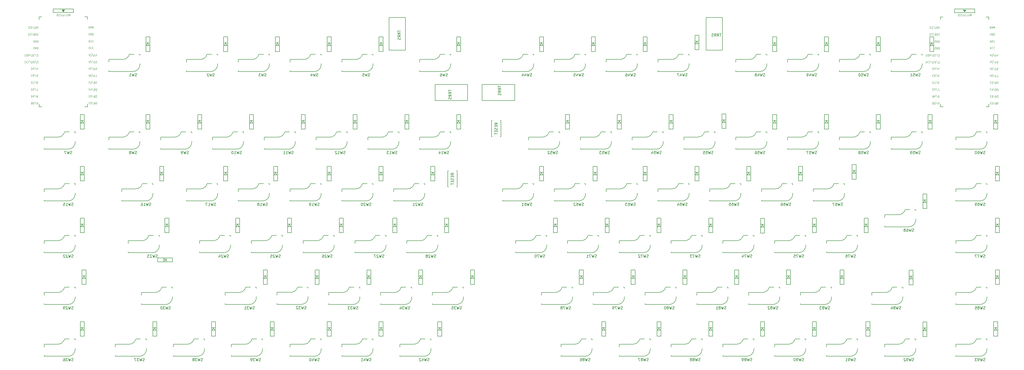
<source format=gbo>
G04 #@! TF.GenerationSoftware,KiCad,Pcbnew,(5.1.5)-3*
G04 #@! TF.CreationDate,2020-07-19T18:58:00+09:00*
G04 #@! TF.ProjectId,Pistachio,50697374-6163-4686-996f-2e6b69636164,rev?*
G04 #@! TF.SameCoordinates,Original*
G04 #@! TF.FileFunction,Legend,Bot*
G04 #@! TF.FilePolarity,Positive*
%FSLAX46Y46*%
G04 Gerber Fmt 4.6, Leading zero omitted, Abs format (unit mm)*
G04 Created by KiCad (PCBNEW (5.1.5)-3) date 2020-07-19 18:58:00*
%MOMM*%
%LPD*%
G04 APERTURE LIST*
%ADD10C,0.150000*%
%ADD11C,0.120000*%
%ADD12C,0.125000*%
G04 APERTURE END LIST*
D10*
X213812700Y-163902970D02*
X214812700Y-163902970D01*
X214312700Y-164002970D02*
X213812700Y-164902970D01*
X214812700Y-164902970D02*
X214312700Y-164002970D01*
X213812700Y-164902970D02*
X214812700Y-164902970D01*
X213562700Y-167102970D02*
X215062700Y-167102970D01*
X213562700Y-161702970D02*
X215062700Y-161702970D01*
X213562700Y-167102970D02*
X213562700Y-161702970D01*
X215062700Y-161702970D02*
X215062700Y-167102970D01*
X407502700Y-47510970D02*
X407202700Y-47510970D01*
X407602700Y-47360970D02*
X407102700Y-47360970D01*
X407702700Y-47210970D02*
X407002700Y-47210970D01*
X407352700Y-47710970D02*
X407852700Y-47060970D01*
X406852700Y-47060970D02*
X407352700Y-47710970D01*
X407852700Y-47060970D02*
X406852700Y-47060970D01*
X403602700Y-46710970D02*
X411102700Y-46710970D01*
X403602700Y-48010970D02*
X403602700Y-46710970D01*
X411102700Y-48010970D02*
X403602700Y-48010970D01*
X411102700Y-46710970D02*
X411102700Y-48010970D01*
X416252700Y-49610970D02*
X416252700Y-50610970D01*
X398452700Y-49610970D02*
X398452700Y-50610970D01*
X416252700Y-49610970D02*
X415252700Y-49610970D01*
X398452700Y-49610970D02*
X399402700Y-49610970D01*
X416252700Y-81610970D02*
X416252700Y-82660970D01*
X398452700Y-81660970D02*
X398452700Y-82660970D01*
X416252700Y-82660970D02*
X415252700Y-82660970D01*
X398452700Y-82660970D02*
X399462700Y-82660970D01*
X104068950Y-67164220D02*
G75*
G02X101528950Y-69704220I-2540000J0D01*
G01*
X100183112Y-63335260D02*
G75*
G02X97718950Y-65259220I-2464162J616040D01*
G01*
X104068950Y-67164220D02*
X104068950Y-66783220D01*
X104068950Y-63735220D02*
X104068950Y-63354220D01*
X104068950Y-63354220D02*
X103687950Y-63354220D01*
X101909950Y-63354220D02*
X100258950Y-63354220D01*
X97718950Y-65259220D02*
X92638950Y-65259220D01*
X92638950Y-65259220D02*
X92638950Y-66275220D01*
X92638950Y-69323220D02*
X92638950Y-69704220D01*
X92638950Y-69704220D02*
X101528950Y-69704220D01*
X229933700Y-74407970D02*
X229933700Y-80407970D01*
X229933700Y-80407970D02*
X241933700Y-80407970D01*
X241933700Y-80407970D02*
X241933700Y-74407970D01*
X241933700Y-74407970D02*
X229933700Y-74407970D01*
X224599700Y-80407970D02*
X224599700Y-74407970D01*
X224599700Y-74407970D02*
X212599700Y-74407970D01*
X212599700Y-74407970D02*
X212599700Y-80407970D01*
X212599700Y-80407970D02*
X224599700Y-80407970D01*
X97401450Y-117329220D02*
X106291450Y-117329220D01*
X97401450Y-116948220D02*
X97401450Y-117329220D01*
X97401450Y-112884220D02*
X97401450Y-113900220D01*
X102481450Y-112884220D02*
X97401450Y-112884220D01*
X106672450Y-110979220D02*
X105021450Y-110979220D01*
X108831450Y-110979220D02*
X108450450Y-110979220D01*
X108831450Y-111360220D02*
X108831450Y-110979220D01*
X108831450Y-114789220D02*
X108831450Y-114408220D01*
X104945612Y-110960260D02*
G75*
G02X102481450Y-112884220I-2464162J616040D01*
G01*
X108831450Y-114789220D02*
G75*
G02X106291450Y-117329220I-2540000J0D01*
G01*
X132643950Y-114789220D02*
G75*
G02X130103950Y-117329220I-2540000J0D01*
G01*
X128758112Y-110960260D02*
G75*
G02X126293950Y-112884220I-2464162J616040D01*
G01*
X132643950Y-114789220D02*
X132643950Y-114408220D01*
X132643950Y-111360220D02*
X132643950Y-110979220D01*
X132643950Y-110979220D02*
X132262950Y-110979220D01*
X130484950Y-110979220D02*
X128833950Y-110979220D01*
X126293950Y-112884220D02*
X121213950Y-112884220D01*
X121213950Y-112884220D02*
X121213950Y-113900220D01*
X121213950Y-116948220D02*
X121213950Y-117329220D01*
X121213950Y-117329220D02*
X130103950Y-117329220D01*
X145026450Y-136379220D02*
X153916450Y-136379220D01*
X145026450Y-135998220D02*
X145026450Y-136379220D01*
X145026450Y-131934220D02*
X145026450Y-132950220D01*
X150106450Y-131934220D02*
X145026450Y-131934220D01*
X154297450Y-130029220D02*
X152646450Y-130029220D01*
X156456450Y-130029220D02*
X156075450Y-130029220D01*
X156456450Y-130410220D02*
X156456450Y-130029220D01*
X156456450Y-133839220D02*
X156456450Y-133458220D01*
X152570612Y-130010260D02*
G75*
G02X150106450Y-131934220I-2464162J616040D01*
G01*
X156456450Y-133839220D02*
G75*
G02X153916450Y-136379220I-2540000J0D01*
G01*
X192595700Y-155429220D02*
X201485700Y-155429220D01*
X192595700Y-155048220D02*
X192595700Y-155429220D01*
X192595700Y-150984220D02*
X192595700Y-152000220D01*
X197675700Y-150984220D02*
X192595700Y-150984220D01*
X201866700Y-149079220D02*
X200215700Y-149079220D01*
X204025700Y-149079220D02*
X203644700Y-149079220D01*
X204025700Y-149460220D02*
X204025700Y-149079220D01*
X204025700Y-152889220D02*
X204025700Y-152508220D01*
X200139862Y-149060260D02*
G75*
G02X197675700Y-150984220I-2464162J616040D01*
G01*
X204025700Y-152889220D02*
G75*
G02X201485700Y-155429220I-2540000J0D01*
G01*
X189801700Y-171939220D02*
G75*
G02X187261700Y-174479220I-2540000J0D01*
G01*
X185915862Y-168110260D02*
G75*
G02X183451700Y-170034220I-2464162J616040D01*
G01*
X189801700Y-171939220D02*
X189801700Y-171558220D01*
X189801700Y-168510220D02*
X189801700Y-168129220D01*
X189801700Y-168129220D02*
X189420700Y-168129220D01*
X187642700Y-168129220D02*
X185991700Y-168129220D01*
X183451700Y-170034220D02*
X178371700Y-170034220D01*
X178371700Y-170034220D02*
X178371700Y-171050220D01*
X178371700Y-174098220D02*
X178371700Y-174479220D01*
X178371700Y-174479220D02*
X187261700Y-174479220D01*
X104584700Y-155429220D02*
X113474700Y-155429220D01*
X104584700Y-155048220D02*
X104584700Y-155429220D01*
X104584700Y-150984220D02*
X104584700Y-152000220D01*
X109664700Y-150984220D02*
X104584700Y-150984220D01*
X113855700Y-149079220D02*
X112204700Y-149079220D01*
X116014700Y-149079220D02*
X115633700Y-149079220D01*
X116014700Y-149460220D02*
X116014700Y-149079220D01*
X116014700Y-152889220D02*
X116014700Y-152508220D01*
X112128862Y-149060260D02*
G75*
G02X109664700Y-150984220I-2464162J616040D01*
G01*
X116014700Y-152889220D02*
G75*
G02X113474700Y-155429220I-2540000J0D01*
G01*
X146875700Y-152889220D02*
G75*
G02X144335700Y-155429220I-2540000J0D01*
G01*
X142989862Y-149060260D02*
G75*
G02X140525700Y-150984220I-2464162J616040D01*
G01*
X146875700Y-152889220D02*
X146875700Y-152508220D01*
X146875700Y-149460220D02*
X146875700Y-149079220D01*
X146875700Y-149079220D02*
X146494700Y-149079220D01*
X144716700Y-149079220D02*
X143065700Y-149079220D01*
X140525700Y-150984220D02*
X135445700Y-150984220D01*
X135445700Y-150984220D02*
X135445700Y-152000220D01*
X135445700Y-155048220D02*
X135445700Y-155429220D01*
X135445700Y-155429220D02*
X144335700Y-155429220D01*
X199318950Y-95739220D02*
G75*
G02X196778950Y-98279220I-2540000J0D01*
G01*
X195433112Y-91910260D02*
G75*
G02X192968950Y-93834220I-2464162J616040D01*
G01*
X199318950Y-95739220D02*
X199318950Y-95358220D01*
X199318950Y-92310220D02*
X199318950Y-91929220D01*
X199318950Y-91929220D02*
X198937950Y-91929220D01*
X197159950Y-91929220D02*
X195508950Y-91929220D01*
X192968950Y-93834220D02*
X187888950Y-93834220D01*
X187888950Y-93834220D02*
X187888950Y-94850220D01*
X187888950Y-97898220D02*
X187888950Y-98279220D01*
X187888950Y-98279220D02*
X196778950Y-98279220D01*
X80256450Y-152889220D02*
G75*
G02X77716450Y-155429220I-2540000J0D01*
G01*
X76370612Y-149060260D02*
G75*
G02X73906450Y-150984220I-2464162J616040D01*
G01*
X80256450Y-152889220D02*
X80256450Y-152508220D01*
X80256450Y-149460220D02*
X80256450Y-149079220D01*
X80256450Y-149079220D02*
X79875450Y-149079220D01*
X78097450Y-149079220D02*
X76446450Y-149079220D01*
X73906450Y-150984220D02*
X68826450Y-150984220D01*
X68826450Y-150984220D02*
X68826450Y-152000220D01*
X68826450Y-155048220D02*
X68826450Y-155429220D01*
X68826450Y-155429220D02*
X77716450Y-155429220D01*
X68826450Y-174479220D02*
X77716450Y-174479220D01*
X68826450Y-174098220D02*
X68826450Y-174479220D01*
X68826450Y-170034220D02*
X68826450Y-171050220D01*
X73906450Y-170034220D02*
X68826450Y-170034220D01*
X78097450Y-168129220D02*
X76446450Y-168129220D01*
X80256450Y-168129220D02*
X79875450Y-168129220D01*
X80256450Y-168510220D02*
X80256450Y-168129220D01*
X80256450Y-171939220D02*
X80256450Y-171558220D01*
X76370612Y-168110260D02*
G75*
G02X73906450Y-170034220I-2464162J616040D01*
G01*
X80256450Y-171939220D02*
G75*
G02X77716450Y-174479220I-2540000J0D01*
G01*
X199707700Y-174479220D02*
X208597700Y-174479220D01*
X199707700Y-174098220D02*
X199707700Y-174479220D01*
X199707700Y-170034220D02*
X199707700Y-171050220D01*
X204787700Y-170034220D02*
X199707700Y-170034220D01*
X208978700Y-168129220D02*
X207327700Y-168129220D01*
X211137700Y-168129220D02*
X210756700Y-168129220D01*
X211137700Y-168510220D02*
X211137700Y-168129220D01*
X211137700Y-171939220D02*
X211137700Y-171558220D01*
X207251862Y-168110260D02*
G75*
G02X204787700Y-170034220I-2464162J616040D01*
G01*
X211137700Y-171939220D02*
G75*
G02X208597700Y-174479220I-2540000J0D01*
G01*
X99782700Y-136379220D02*
X108672700Y-136379220D01*
X99782700Y-135998220D02*
X99782700Y-136379220D01*
X99782700Y-131934220D02*
X99782700Y-132950220D01*
X104862700Y-131934220D02*
X99782700Y-131934220D01*
X109053700Y-130029220D02*
X107402700Y-130029220D01*
X111212700Y-130029220D02*
X110831700Y-130029220D01*
X111212700Y-130410220D02*
X111212700Y-130029220D01*
X111212700Y-133839220D02*
X111212700Y-133458220D01*
X107326862Y-130010260D02*
G75*
G02X104862700Y-131934220I-2464162J616040D01*
G01*
X111212700Y-133839220D02*
G75*
G02X108672700Y-136379220I-2540000J0D01*
G01*
X258430200Y-95729220D02*
G75*
G02X255890200Y-98269220I-2540000J0D01*
G01*
X254544362Y-91900260D02*
G75*
G02X252080200Y-93824220I-2464162J616040D01*
G01*
X258430200Y-95729220D02*
X258430200Y-95348220D01*
X258430200Y-92300220D02*
X258430200Y-91919220D01*
X258430200Y-91919220D02*
X258049200Y-91919220D01*
X256271200Y-91919220D02*
X254620200Y-91919220D01*
X252080200Y-93824220D02*
X247000200Y-93824220D01*
X247000200Y-93824220D02*
X247000200Y-94840220D01*
X247000200Y-97888220D02*
X247000200Y-98269220D01*
X247000200Y-98269220D02*
X255890200Y-98269220D01*
X256525200Y-69694220D02*
X265415200Y-69694220D01*
X256525200Y-69313220D02*
X256525200Y-69694220D01*
X256525200Y-65249220D02*
X256525200Y-66265220D01*
X261605200Y-65249220D02*
X256525200Y-65249220D01*
X265796200Y-63344220D02*
X264145200Y-63344220D01*
X267955200Y-63344220D02*
X267574200Y-63344220D01*
X267955200Y-63725220D02*
X267955200Y-63344220D01*
X267955200Y-67154220D02*
X267955200Y-66773220D01*
X264069362Y-63325260D02*
G75*
G02X261605200Y-65249220I-2464162J616040D01*
G01*
X267955200Y-67154220D02*
G75*
G02X265415200Y-69694220I-2540000J0D01*
G01*
X223075700Y-152889220D02*
G75*
G02X220535700Y-155429220I-2540000J0D01*
G01*
X219189862Y-149060260D02*
G75*
G02X216725700Y-150984220I-2464162J616040D01*
G01*
X223075700Y-152889220D02*
X223075700Y-152508220D01*
X223075700Y-149460220D02*
X223075700Y-149079220D01*
X223075700Y-149079220D02*
X222694700Y-149079220D01*
X220916700Y-149079220D02*
X219265700Y-149079220D01*
X216725700Y-150984220D02*
X211645700Y-150984220D01*
X211645700Y-150984220D02*
X211645700Y-152000220D01*
X211645700Y-155048220D02*
X211645700Y-155429220D01*
X211645700Y-155429220D02*
X220535700Y-155429220D01*
X334630200Y-95729220D02*
G75*
G02X332090200Y-98269220I-2540000J0D01*
G01*
X330744362Y-91900260D02*
G75*
G02X328280200Y-93824220I-2464162J616040D01*
G01*
X334630200Y-95729220D02*
X334630200Y-95348220D01*
X334630200Y-92300220D02*
X334630200Y-91919220D01*
X334630200Y-91919220D02*
X334249200Y-91919220D01*
X332471200Y-91919220D02*
X330820200Y-91919220D01*
X328280200Y-93824220D02*
X323200200Y-93824220D01*
X323200200Y-93824220D02*
X323200200Y-94840220D01*
X323200200Y-97888220D02*
X323200200Y-98269220D01*
X323200200Y-98269220D02*
X332090200Y-98269220D01*
X372730200Y-95729220D02*
G75*
G02X370190200Y-98269220I-2540000J0D01*
G01*
X368844362Y-91900260D02*
G75*
G02X366380200Y-93824220I-2464162J616040D01*
G01*
X372730200Y-95729220D02*
X372730200Y-95348220D01*
X372730200Y-92300220D02*
X372730200Y-91919220D01*
X372730200Y-91919220D02*
X372349200Y-91919220D01*
X370571200Y-91919220D02*
X368920200Y-91919220D01*
X366380200Y-93824220D02*
X361300200Y-93824220D01*
X361300200Y-93824220D02*
X361300200Y-94840220D01*
X361300200Y-97888220D02*
X361300200Y-98269220D01*
X361300200Y-98269220D02*
X370190200Y-98269220D01*
X404162700Y-98269220D02*
X413052700Y-98269220D01*
X404162700Y-97888220D02*
X404162700Y-98269220D01*
X404162700Y-93824220D02*
X404162700Y-94840220D01*
X409242700Y-93824220D02*
X404162700Y-93824220D01*
X413433700Y-91919220D02*
X411782700Y-91919220D01*
X415592700Y-91919220D02*
X415211700Y-91919220D01*
X415592700Y-92300220D02*
X415592700Y-91919220D01*
X415592700Y-95729220D02*
X415592700Y-95348220D01*
X411706862Y-91900260D02*
G75*
G02X409242700Y-93824220I-2464162J616040D01*
G01*
X415592700Y-95729220D02*
G75*
G02X413052700Y-98269220I-2540000J0D01*
G01*
X116395700Y-174479220D02*
X125285700Y-174479220D01*
X116395700Y-174098220D02*
X116395700Y-174479220D01*
X116395700Y-170034220D02*
X116395700Y-171050220D01*
X121475700Y-170034220D02*
X116395700Y-170034220D01*
X125666700Y-168129220D02*
X124015700Y-168129220D01*
X127825700Y-168129220D02*
X127444700Y-168129220D01*
X127825700Y-168510220D02*
X127825700Y-168129220D01*
X127825700Y-171939220D02*
X127825700Y-171558220D01*
X123939862Y-168110260D02*
G75*
G02X121475700Y-170034220I-2464162J616040D01*
G01*
X127825700Y-171939220D02*
G75*
G02X125285700Y-174479220I-2540000J0D01*
G01*
X175506450Y-133839220D02*
G75*
G02X172966450Y-136379220I-2540000J0D01*
G01*
X171620612Y-130010260D02*
G75*
G02X169156450Y-131934220I-2464162J616040D01*
G01*
X175506450Y-133839220D02*
X175506450Y-133458220D01*
X175506450Y-130410220D02*
X175506450Y-130029220D01*
X175506450Y-130029220D02*
X175125450Y-130029220D01*
X173347450Y-130029220D02*
X171696450Y-130029220D01*
X169156450Y-131934220D02*
X164076450Y-131934220D01*
X164076450Y-131934220D02*
X164076450Y-132950220D01*
X164076450Y-135998220D02*
X164076450Y-136379220D01*
X164076450Y-136379220D02*
X172966450Y-136379220D01*
X106450200Y-171939220D02*
G75*
G02X103910200Y-174479220I-2540000J0D01*
G01*
X102564362Y-168110260D02*
G75*
G02X100100200Y-170034220I-2464162J616040D01*
G01*
X106450200Y-171939220D02*
X106450200Y-171558220D01*
X106450200Y-168510220D02*
X106450200Y-168129220D01*
X106450200Y-168129220D02*
X106069200Y-168129220D01*
X104291200Y-168129220D02*
X102640200Y-168129220D01*
X100100200Y-170034220D02*
X95020200Y-170034220D01*
X95020200Y-170034220D02*
X95020200Y-171050220D01*
X95020200Y-174098220D02*
X95020200Y-174479220D01*
X95020200Y-174479220D02*
X103910200Y-174479220D01*
X208843950Y-114789220D02*
G75*
G02X206303950Y-117329220I-2540000J0D01*
G01*
X204958112Y-110960260D02*
G75*
G02X202493950Y-112884220I-2464162J616040D01*
G01*
X208843950Y-114789220D02*
X208843950Y-114408220D01*
X208843950Y-111360220D02*
X208843950Y-110979220D01*
X208843950Y-110979220D02*
X208462950Y-110979220D01*
X206684950Y-110979220D02*
X205033950Y-110979220D01*
X202493950Y-112884220D02*
X197413950Y-112884220D01*
X197413950Y-112884220D02*
X197413950Y-113900220D01*
X197413950Y-116948220D02*
X197413950Y-117329220D01*
X197413950Y-117329220D02*
X206303950Y-117329220D01*
X149161700Y-171939220D02*
G75*
G02X146621700Y-174479220I-2540000J0D01*
G01*
X145275862Y-168110260D02*
G75*
G02X142811700Y-170034220I-2464162J616040D01*
G01*
X149161700Y-171939220D02*
X149161700Y-171558220D01*
X149161700Y-168510220D02*
X149161700Y-168129220D01*
X149161700Y-168129220D02*
X148780700Y-168129220D01*
X147002700Y-168129220D02*
X145351700Y-168129220D01*
X142811700Y-170034220D02*
X137731700Y-170034220D01*
X137731700Y-170034220D02*
X137731700Y-171050220D01*
X137731700Y-174098220D02*
X137731700Y-174479220D01*
X137731700Y-174479220D02*
X146621700Y-174479220D01*
X294625200Y-69694220D02*
X303515200Y-69694220D01*
X294625200Y-69313220D02*
X294625200Y-69694220D01*
X294625200Y-65249220D02*
X294625200Y-66265220D01*
X299705200Y-65249220D02*
X294625200Y-65249220D01*
X303896200Y-63344220D02*
X302245200Y-63344220D01*
X306055200Y-63344220D02*
X305674200Y-63344220D01*
X306055200Y-63725220D02*
X306055200Y-63344220D01*
X306055200Y-67154220D02*
X306055200Y-66773220D01*
X302169362Y-63325260D02*
G75*
G02X299705200Y-65249220I-2464162J616040D01*
G01*
X306055200Y-67154220D02*
G75*
G02X303515200Y-69694220I-2540000J0D01*
G01*
X287005200Y-67154220D02*
G75*
G02X284465200Y-69694220I-2540000J0D01*
G01*
X283119362Y-63325260D02*
G75*
G02X280655200Y-65249220I-2464162J616040D01*
G01*
X287005200Y-67154220D02*
X287005200Y-66773220D01*
X287005200Y-63725220D02*
X287005200Y-63344220D01*
X287005200Y-63344220D02*
X286624200Y-63344220D01*
X284846200Y-63344220D02*
X283195200Y-63344220D01*
X280655200Y-65249220D02*
X275575200Y-65249220D01*
X275575200Y-65249220D02*
X275575200Y-66265220D01*
X275575200Y-69313220D02*
X275575200Y-69694220D01*
X275575200Y-69694220D02*
X284465200Y-69694220D01*
X380350200Y-69694220D02*
X389240200Y-69694220D01*
X380350200Y-69313220D02*
X380350200Y-69694220D01*
X380350200Y-65249220D02*
X380350200Y-66265220D01*
X385430200Y-65249220D02*
X380350200Y-65249220D01*
X389621200Y-63344220D02*
X387970200Y-63344220D01*
X391780200Y-63344220D02*
X391399200Y-63344220D01*
X391780200Y-63725220D02*
X391780200Y-63344220D01*
X391780200Y-67154220D02*
X391780200Y-66773220D01*
X387894362Y-63325260D02*
G75*
G02X385430200Y-65249220I-2464162J616040D01*
G01*
X391780200Y-67154220D02*
G75*
G02X389240200Y-69694220I-2540000J0D01*
G01*
X159313950Y-117329220D02*
X168203950Y-117329220D01*
X159313950Y-116948220D02*
X159313950Y-117329220D01*
X159313950Y-112884220D02*
X159313950Y-113900220D01*
X164393950Y-112884220D02*
X159313950Y-112884220D01*
X168584950Y-110979220D02*
X166933950Y-110979220D01*
X170743950Y-110979220D02*
X170362950Y-110979220D01*
X170743950Y-111360220D02*
X170743950Y-110979220D01*
X170743950Y-114789220D02*
X170743950Y-114408220D01*
X166858112Y-110960260D02*
G75*
G02X164393950Y-112884220I-2464162J616040D01*
G01*
X170743950Y-114789220D02*
G75*
G02X168203950Y-117329220I-2540000J0D01*
G01*
X80256450Y-114789220D02*
G75*
G02X77716450Y-117329220I-2540000J0D01*
G01*
X76370612Y-110960260D02*
G75*
G02X73906450Y-112884220I-2464162J616040D01*
G01*
X80256450Y-114789220D02*
X80256450Y-114408220D01*
X80256450Y-111360220D02*
X80256450Y-110979220D01*
X80256450Y-110979220D02*
X79875450Y-110979220D01*
X78097450Y-110979220D02*
X76446450Y-110979220D01*
X73906450Y-112884220D02*
X68826450Y-112884220D01*
X68826450Y-112884220D02*
X68826450Y-113900220D01*
X68826450Y-116948220D02*
X68826450Y-117329220D01*
X68826450Y-117329220D02*
X77716450Y-117329220D01*
X68826450Y-136379220D02*
X77716450Y-136379220D01*
X68826450Y-135998220D02*
X68826450Y-136379220D01*
X68826450Y-131934220D02*
X68826450Y-132950220D01*
X73906450Y-131934220D02*
X68826450Y-131934220D01*
X78097450Y-130029220D02*
X76446450Y-130029220D01*
X80256450Y-130029220D02*
X79875450Y-130029220D01*
X80256450Y-130410220D02*
X80256450Y-130029220D01*
X80256450Y-133839220D02*
X80256450Y-133458220D01*
X76370612Y-130010260D02*
G75*
G02X73906450Y-131934220I-2464162J616040D01*
G01*
X80256450Y-133839220D02*
G75*
G02X77716450Y-136379220I-2540000J0D01*
G01*
X137406450Y-133839220D02*
G75*
G02X134866450Y-136379220I-2540000J0D01*
G01*
X133520612Y-130010260D02*
G75*
G02X131056450Y-131934220I-2464162J616040D01*
G01*
X137406450Y-133839220D02*
X137406450Y-133458220D01*
X137406450Y-130410220D02*
X137406450Y-130029220D01*
X137406450Y-130029220D02*
X137025450Y-130029220D01*
X135247450Y-130029220D02*
X133596450Y-130029220D01*
X131056450Y-131934220D02*
X125976450Y-131934220D01*
X125976450Y-131934220D02*
X125976450Y-132950220D01*
X125976450Y-135998220D02*
X125976450Y-136379220D01*
X125976450Y-136379220D02*
X134866450Y-136379220D01*
X206938950Y-98279220D02*
X215828950Y-98279220D01*
X206938950Y-97898220D02*
X206938950Y-98279220D01*
X206938950Y-93834220D02*
X206938950Y-94850220D01*
X212018950Y-93834220D02*
X206938950Y-93834220D01*
X216209950Y-91929220D02*
X214558950Y-91929220D01*
X218368950Y-91929220D02*
X217987950Y-91929220D01*
X218368950Y-92310220D02*
X218368950Y-91929220D01*
X218368950Y-95739220D02*
X218368950Y-95358220D01*
X214483112Y-91910260D02*
G75*
G02X212018950Y-93834220I-2464162J616040D01*
G01*
X218368950Y-95739220D02*
G75*
G02X215828950Y-98279220I-2540000J0D01*
G01*
X154495700Y-155385970D02*
X163385700Y-155385970D01*
X154495700Y-155004970D02*
X154495700Y-155385970D01*
X154495700Y-150940970D02*
X154495700Y-151956970D01*
X159575700Y-150940970D02*
X154495700Y-150940970D01*
X163766700Y-149035970D02*
X162115700Y-149035970D01*
X165925700Y-149035970D02*
X165544700Y-149035970D01*
X165925700Y-149416970D02*
X165925700Y-149035970D01*
X165925700Y-152845970D02*
X165925700Y-152464970D01*
X162039862Y-149017010D02*
G75*
G02X159575700Y-150940970I-2464162J616040D01*
G01*
X165925700Y-152845970D02*
G75*
G02X163385700Y-155385970I-2540000J0D01*
G01*
X183126450Y-136379220D02*
X192016450Y-136379220D01*
X183126450Y-135998220D02*
X183126450Y-136379220D01*
X183126450Y-131934220D02*
X183126450Y-132950220D01*
X188206450Y-131934220D02*
X183126450Y-131934220D01*
X192397450Y-130029220D02*
X190746450Y-130029220D01*
X194556450Y-130029220D02*
X194175450Y-130029220D01*
X194556450Y-130410220D02*
X194556450Y-130029220D01*
X194556450Y-133839220D02*
X194556450Y-133458220D01*
X190670612Y-130010260D02*
G75*
G02X188206450Y-131934220I-2464162J616040D01*
G01*
X194556450Y-133839220D02*
G75*
G02X192016450Y-136379220I-2540000J0D01*
G01*
X189793950Y-114789220D02*
G75*
G02X187253950Y-117329220I-2540000J0D01*
G01*
X185908112Y-110960260D02*
G75*
G02X183443950Y-112884220I-2464162J616040D01*
G01*
X189793950Y-114789220D02*
X189793950Y-114408220D01*
X189793950Y-111360220D02*
X189793950Y-110979220D01*
X189793950Y-110979220D02*
X189412950Y-110979220D01*
X187634950Y-110979220D02*
X185983950Y-110979220D01*
X183443950Y-112884220D02*
X178363950Y-112884220D01*
X178363950Y-112884220D02*
X178363950Y-113900220D01*
X178363950Y-116948220D02*
X178363950Y-117329220D01*
X178363950Y-117329220D02*
X187253950Y-117329220D01*
X140263950Y-117329220D02*
X149153950Y-117329220D01*
X140263950Y-116948220D02*
X140263950Y-117329220D01*
X140263950Y-112884220D02*
X140263950Y-113900220D01*
X145343950Y-112884220D02*
X140263950Y-112884220D01*
X149534950Y-110979220D02*
X147883950Y-110979220D01*
X151693950Y-110979220D02*
X151312950Y-110979220D01*
X151693950Y-111360220D02*
X151693950Y-110979220D01*
X151693950Y-114789220D02*
X151693950Y-114408220D01*
X147808112Y-110960260D02*
G75*
G02X145343950Y-112884220I-2464162J616040D01*
G01*
X151693950Y-114789220D02*
G75*
G02X149153950Y-117329220I-2540000J0D01*
G01*
X202176450Y-136379220D02*
X211066450Y-136379220D01*
X202176450Y-135998220D02*
X202176450Y-136379220D01*
X202176450Y-131934220D02*
X202176450Y-132950220D01*
X207256450Y-131934220D02*
X202176450Y-131934220D01*
X211447450Y-130029220D02*
X209796450Y-130029220D01*
X213606450Y-130029220D02*
X213225450Y-130029220D01*
X213606450Y-130410220D02*
X213606450Y-130029220D01*
X213606450Y-133839220D02*
X213606450Y-133458220D01*
X209720612Y-130010260D02*
G75*
G02X207256450Y-131934220I-2464162J616040D01*
G01*
X213606450Y-133839220D02*
G75*
G02X211066450Y-136379220I-2540000J0D01*
G01*
X184975700Y-152889220D02*
G75*
G02X182435700Y-155429220I-2540000J0D01*
G01*
X181089862Y-149060260D02*
G75*
G02X178625700Y-150984220I-2464162J616040D01*
G01*
X184975700Y-152889220D02*
X184975700Y-152508220D01*
X184975700Y-149460220D02*
X184975700Y-149079220D01*
X184975700Y-149079220D02*
X184594700Y-149079220D01*
X182816700Y-149079220D02*
X181165700Y-149079220D01*
X178625700Y-150984220D02*
X173545700Y-150984220D01*
X173545700Y-150984220D02*
X173545700Y-152000220D01*
X173545700Y-155048220D02*
X173545700Y-155429220D01*
X173545700Y-155429220D02*
X182435700Y-155429220D01*
X159321700Y-174479220D02*
X168211700Y-174479220D01*
X159321700Y-174098220D02*
X159321700Y-174479220D01*
X159321700Y-170034220D02*
X159321700Y-171050220D01*
X164401700Y-170034220D02*
X159321700Y-170034220D01*
X168592700Y-168129220D02*
X166941700Y-168129220D01*
X170751700Y-168129220D02*
X170370700Y-168129220D01*
X170751700Y-168510220D02*
X170751700Y-168129220D01*
X170751700Y-171939220D02*
X170751700Y-171558220D01*
X166865862Y-168110260D02*
G75*
G02X164401700Y-170034220I-2464162J616040D01*
G01*
X170751700Y-171939220D02*
G75*
G02X168211700Y-174479220I-2540000J0D01*
G01*
X248905200Y-67154220D02*
G75*
G02X246365200Y-69694220I-2540000J0D01*
G01*
X245019362Y-63325260D02*
G75*
G02X242555200Y-65249220I-2464162J616040D01*
G01*
X248905200Y-67154220D02*
X248905200Y-66773220D01*
X248905200Y-63725220D02*
X248905200Y-63344220D01*
X248905200Y-63344220D02*
X248524200Y-63344220D01*
X246746200Y-63344220D02*
X245095200Y-63344220D01*
X242555200Y-65249220D02*
X237475200Y-65249220D01*
X237475200Y-65249220D02*
X237475200Y-66265220D01*
X237475200Y-69313220D02*
X237475200Y-69694220D01*
X237475200Y-69694220D02*
X246365200Y-69694220D01*
X334630200Y-67154220D02*
G75*
G02X332090200Y-69694220I-2540000J0D01*
G01*
X330744362Y-63325260D02*
G75*
G02X328280200Y-65249220I-2464162J616040D01*
G01*
X334630200Y-67154220D02*
X334630200Y-66773220D01*
X334630200Y-63725220D02*
X334630200Y-63344220D01*
X334630200Y-63344220D02*
X334249200Y-63344220D01*
X332471200Y-63344220D02*
X330820200Y-63344220D01*
X328280200Y-65249220D02*
X323200200Y-65249220D01*
X323200200Y-65249220D02*
X323200200Y-66265220D01*
X323200200Y-69313220D02*
X323200200Y-69694220D01*
X323200200Y-69694220D02*
X332090200Y-69694220D01*
X342250200Y-69694220D02*
X351140200Y-69694220D01*
X342250200Y-69313220D02*
X342250200Y-69694220D01*
X342250200Y-65249220D02*
X342250200Y-66265220D01*
X347330200Y-65249220D02*
X342250200Y-65249220D01*
X351521200Y-63344220D02*
X349870200Y-63344220D01*
X353680200Y-63344220D02*
X353299200Y-63344220D01*
X353680200Y-63725220D02*
X353680200Y-63344220D01*
X353680200Y-67154220D02*
X353680200Y-66773220D01*
X349794362Y-63325260D02*
G75*
G02X347330200Y-65249220I-2464162J616040D01*
G01*
X353680200Y-67154220D02*
G75*
G02X351140200Y-69694220I-2540000J0D01*
G01*
X372730200Y-67154220D02*
G75*
G02X370190200Y-69694220I-2540000J0D01*
G01*
X368844362Y-63325260D02*
G75*
G02X366380200Y-65249220I-2464162J616040D01*
G01*
X372730200Y-67154220D02*
X372730200Y-66773220D01*
X372730200Y-63725220D02*
X372730200Y-63344220D01*
X372730200Y-63344220D02*
X372349200Y-63344220D01*
X370571200Y-63344220D02*
X368920200Y-63344220D01*
X366380200Y-65249220D02*
X361300200Y-65249220D01*
X361300200Y-65249220D02*
X361300200Y-66265220D01*
X361300200Y-69313220D02*
X361300200Y-69694220D01*
X361300200Y-69694220D02*
X370190200Y-69694220D01*
X266050200Y-98269220D02*
X274940200Y-98269220D01*
X266050200Y-97888220D02*
X266050200Y-98269220D01*
X266050200Y-93824220D02*
X266050200Y-94840220D01*
X271130200Y-93824220D02*
X266050200Y-93824220D01*
X275321200Y-91919220D02*
X273670200Y-91919220D01*
X277480200Y-91919220D02*
X277099200Y-91919220D01*
X277480200Y-92300220D02*
X277480200Y-91919220D01*
X277480200Y-95729220D02*
X277480200Y-95348220D01*
X273594362Y-91900260D02*
G75*
G02X271130200Y-93824220I-2464162J616040D01*
G01*
X277480200Y-95729220D02*
G75*
G02X274940200Y-98269220I-2540000J0D01*
G01*
X296530200Y-95729220D02*
G75*
G02X293990200Y-98269220I-2540000J0D01*
G01*
X292644362Y-91900260D02*
G75*
G02X290180200Y-93824220I-2464162J616040D01*
G01*
X296530200Y-95729220D02*
X296530200Y-95348220D01*
X296530200Y-92300220D02*
X296530200Y-91919220D01*
X296530200Y-91919220D02*
X296149200Y-91919220D01*
X294371200Y-91919220D02*
X292720200Y-91919220D01*
X290180200Y-93824220D02*
X285100200Y-93824220D01*
X285100200Y-93824220D02*
X285100200Y-94840220D01*
X285100200Y-97888220D02*
X285100200Y-98269220D01*
X285100200Y-98269220D02*
X293990200Y-98269220D01*
X304150200Y-98269220D02*
X313040200Y-98269220D01*
X304150200Y-97888220D02*
X304150200Y-98269220D01*
X304150200Y-93824220D02*
X304150200Y-94840220D01*
X309230200Y-93824220D02*
X304150200Y-93824220D01*
X313421200Y-91919220D02*
X311770200Y-91919220D01*
X315580200Y-91919220D02*
X315199200Y-91919220D01*
X315580200Y-92300220D02*
X315580200Y-91919220D01*
X315580200Y-95729220D02*
X315580200Y-95348220D01*
X311694362Y-91900260D02*
G75*
G02X309230200Y-93824220I-2464162J616040D01*
G01*
X315580200Y-95729220D02*
G75*
G02X313040200Y-98269220I-2540000J0D01*
G01*
X342250200Y-98269220D02*
X351140200Y-98269220D01*
X342250200Y-97888220D02*
X342250200Y-98269220D01*
X342250200Y-93824220D02*
X342250200Y-94840220D01*
X347330200Y-93824220D02*
X342250200Y-93824220D01*
X351521200Y-91919220D02*
X349870200Y-91919220D01*
X353680200Y-91919220D02*
X353299200Y-91919220D01*
X353680200Y-92300220D02*
X353680200Y-91919220D01*
X353680200Y-95729220D02*
X353680200Y-95348220D01*
X349794362Y-91900260D02*
G75*
G02X347330200Y-93824220I-2464162J616040D01*
G01*
X353680200Y-95729220D02*
G75*
G02X351140200Y-98269220I-2540000J0D01*
G01*
X391780200Y-95729220D02*
G75*
G02X389240200Y-98269220I-2540000J0D01*
G01*
X387894362Y-91900260D02*
G75*
G02X385430200Y-93824220I-2464162J616040D01*
G01*
X391780200Y-95729220D02*
X391780200Y-95348220D01*
X391780200Y-92300220D02*
X391780200Y-91919220D01*
X391780200Y-91919220D02*
X391399200Y-91919220D01*
X389621200Y-91919220D02*
X387970200Y-91919220D01*
X385430200Y-93824220D02*
X380350200Y-93824220D01*
X380350200Y-93824220D02*
X380350200Y-94840220D01*
X380350200Y-97888220D02*
X380350200Y-98269220D01*
X380350200Y-98269220D02*
X389240200Y-98269220D01*
X248905200Y-114779220D02*
G75*
G02X246365200Y-117319220I-2540000J0D01*
G01*
X245019362Y-110950260D02*
G75*
G02X242555200Y-112874220I-2464162J616040D01*
G01*
X248905200Y-114779220D02*
X248905200Y-114398220D01*
X248905200Y-111350220D02*
X248905200Y-110969220D01*
X248905200Y-110969220D02*
X248524200Y-110969220D01*
X246746200Y-110969220D02*
X245095200Y-110969220D01*
X242555200Y-112874220D02*
X237475200Y-112874220D01*
X237475200Y-112874220D02*
X237475200Y-113890220D01*
X237475200Y-116938220D02*
X237475200Y-117319220D01*
X237475200Y-117319220D02*
X246365200Y-117319220D01*
X256525200Y-117319220D02*
X265415200Y-117319220D01*
X256525200Y-116938220D02*
X256525200Y-117319220D01*
X256525200Y-112874220D02*
X256525200Y-113890220D01*
X261605200Y-112874220D02*
X256525200Y-112874220D01*
X265796200Y-110969220D02*
X264145200Y-110969220D01*
X267955200Y-110969220D02*
X267574200Y-110969220D01*
X267955200Y-111350220D02*
X267955200Y-110969220D01*
X267955200Y-114779220D02*
X267955200Y-114398220D01*
X264069362Y-110950260D02*
G75*
G02X261605200Y-112874220I-2464162J616040D01*
G01*
X267955200Y-114779220D02*
G75*
G02X265415200Y-117319220I-2540000J0D01*
G01*
X325105200Y-114779220D02*
G75*
G02X322565200Y-117319220I-2540000J0D01*
G01*
X321219362Y-110950260D02*
G75*
G02X318755200Y-112874220I-2464162J616040D01*
G01*
X325105200Y-114779220D02*
X325105200Y-114398220D01*
X325105200Y-111350220D02*
X325105200Y-110969220D01*
X325105200Y-110969220D02*
X324724200Y-110969220D01*
X322946200Y-110969220D02*
X321295200Y-110969220D01*
X318755200Y-112874220D02*
X313675200Y-112874220D01*
X313675200Y-112874220D02*
X313675200Y-113890220D01*
X313675200Y-116938220D02*
X313675200Y-117319220D01*
X313675200Y-117319220D02*
X322565200Y-117319220D01*
X351775200Y-117319220D02*
X360665200Y-117319220D01*
X351775200Y-116938220D02*
X351775200Y-117319220D01*
X351775200Y-112874220D02*
X351775200Y-113890220D01*
X356855200Y-112874220D02*
X351775200Y-112874220D01*
X361046200Y-110969220D02*
X359395200Y-110969220D01*
X363205200Y-110969220D02*
X362824200Y-110969220D01*
X363205200Y-111350220D02*
X363205200Y-110969220D01*
X363205200Y-114779220D02*
X363205200Y-114398220D01*
X359319362Y-110950260D02*
G75*
G02X356855200Y-112874220I-2464162J616040D01*
G01*
X363205200Y-114779220D02*
G75*
G02X360665200Y-117319220I-2540000J0D01*
G01*
X377968950Y-126844220D02*
X386858950Y-126844220D01*
X377968950Y-126463220D02*
X377968950Y-126844220D01*
X377968950Y-122399220D02*
X377968950Y-123415220D01*
X383048950Y-122399220D02*
X377968950Y-122399220D01*
X387239950Y-120494220D02*
X385588950Y-120494220D01*
X389398950Y-120494220D02*
X389017950Y-120494220D01*
X389398950Y-120875220D02*
X389398950Y-120494220D01*
X389398950Y-124304220D02*
X389398950Y-123923220D01*
X385513112Y-120475260D02*
G75*
G02X383048950Y-122399220I-2464162J616040D01*
G01*
X389398950Y-124304220D02*
G75*
G02X386858950Y-126844220I-2540000J0D01*
G01*
X404162700Y-117319220D02*
X413052700Y-117319220D01*
X404162700Y-116938220D02*
X404162700Y-117319220D01*
X404162700Y-112874220D02*
X404162700Y-113890220D01*
X409242700Y-112874220D02*
X404162700Y-112874220D01*
X413433700Y-110969220D02*
X411782700Y-110969220D01*
X415592700Y-110969220D02*
X415211700Y-110969220D01*
X415592700Y-111350220D02*
X415592700Y-110969220D01*
X415592700Y-114779220D02*
X415592700Y-114398220D01*
X411706862Y-110950260D02*
G75*
G02X409242700Y-112874220I-2464162J616040D01*
G01*
X415592700Y-114779220D02*
G75*
G02X413052700Y-117319220I-2540000J0D01*
G01*
X253667700Y-133829220D02*
G75*
G02X251127700Y-136369220I-2540000J0D01*
G01*
X249781862Y-130000260D02*
G75*
G02X247317700Y-131924220I-2464162J616040D01*
G01*
X253667700Y-133829220D02*
X253667700Y-133448220D01*
X253667700Y-130400220D02*
X253667700Y-130019220D01*
X253667700Y-130019220D02*
X253286700Y-130019220D01*
X251508700Y-130019220D02*
X249857700Y-130019220D01*
X247317700Y-131924220D02*
X242237700Y-131924220D01*
X242237700Y-131924220D02*
X242237700Y-132940220D01*
X242237700Y-135988220D02*
X242237700Y-136369220D01*
X242237700Y-136369220D02*
X251127700Y-136369220D01*
X261287700Y-136369220D02*
X270177700Y-136369220D01*
X261287700Y-135988220D02*
X261287700Y-136369220D01*
X261287700Y-131924220D02*
X261287700Y-132940220D01*
X266367700Y-131924220D02*
X261287700Y-131924220D01*
X270558700Y-130019220D02*
X268907700Y-130019220D01*
X272717700Y-130019220D02*
X272336700Y-130019220D01*
X272717700Y-130400220D02*
X272717700Y-130019220D01*
X272717700Y-133829220D02*
X272717700Y-133448220D01*
X268831862Y-130000260D02*
G75*
G02X266367700Y-131924220I-2464162J616040D01*
G01*
X272717700Y-133829220D02*
G75*
G02X270177700Y-136369220I-2540000J0D01*
G01*
X332725200Y-117319220D02*
X341615200Y-117319220D01*
X332725200Y-116938220D02*
X332725200Y-117319220D01*
X332725200Y-112874220D02*
X332725200Y-113890220D01*
X337805200Y-112874220D02*
X332725200Y-112874220D01*
X341996200Y-110969220D02*
X340345200Y-110969220D01*
X344155200Y-110969220D02*
X343774200Y-110969220D01*
X344155200Y-111350220D02*
X344155200Y-110969220D01*
X344155200Y-114779220D02*
X344155200Y-114398220D01*
X340269362Y-110950260D02*
G75*
G02X337805200Y-112874220I-2464162J616040D01*
G01*
X344155200Y-114779220D02*
G75*
G02X341615200Y-117319220I-2540000J0D01*
G01*
X291767700Y-133829220D02*
G75*
G02X289227700Y-136369220I-2540000J0D01*
G01*
X287881862Y-130000260D02*
G75*
G02X285417700Y-131924220I-2464162J616040D01*
G01*
X291767700Y-133829220D02*
X291767700Y-133448220D01*
X291767700Y-130400220D02*
X291767700Y-130019220D01*
X291767700Y-130019220D02*
X291386700Y-130019220D01*
X289608700Y-130019220D02*
X287957700Y-130019220D01*
X285417700Y-131924220D02*
X280337700Y-131924220D01*
X280337700Y-131924220D02*
X280337700Y-132940220D01*
X280337700Y-135988220D02*
X280337700Y-136369220D01*
X280337700Y-136369220D02*
X289227700Y-136369220D01*
X329867700Y-133829220D02*
G75*
G02X327327700Y-136369220I-2540000J0D01*
G01*
X325981862Y-130000260D02*
G75*
G02X323517700Y-131924220I-2464162J616040D01*
G01*
X329867700Y-133829220D02*
X329867700Y-133448220D01*
X329867700Y-130400220D02*
X329867700Y-130019220D01*
X329867700Y-130019220D02*
X329486700Y-130019220D01*
X327708700Y-130019220D02*
X326057700Y-130019220D01*
X323517700Y-131924220D02*
X318437700Y-131924220D01*
X318437700Y-131924220D02*
X318437700Y-132940220D01*
X318437700Y-135988220D02*
X318437700Y-136369220D01*
X318437700Y-136369220D02*
X327327700Y-136369220D01*
X294625200Y-117319220D02*
X303515200Y-117319220D01*
X294625200Y-116938220D02*
X294625200Y-117319220D01*
X294625200Y-112874220D02*
X294625200Y-113890220D01*
X299705200Y-112874220D02*
X294625200Y-112874220D01*
X303896200Y-110969220D02*
X302245200Y-110969220D01*
X306055200Y-110969220D02*
X305674200Y-110969220D01*
X306055200Y-111350220D02*
X306055200Y-110969220D01*
X306055200Y-114779220D02*
X306055200Y-114398220D01*
X302169362Y-110950260D02*
G75*
G02X299705200Y-112874220I-2464162J616040D01*
G01*
X306055200Y-114779220D02*
G75*
G02X303515200Y-117319220I-2540000J0D01*
G01*
X367967700Y-133829220D02*
G75*
G02X365427700Y-136369220I-2540000J0D01*
G01*
X364081862Y-130000260D02*
G75*
G02X361617700Y-131924220I-2464162J616040D01*
G01*
X367967700Y-133829220D02*
X367967700Y-133448220D01*
X367967700Y-130400220D02*
X367967700Y-130019220D01*
X367967700Y-130019220D02*
X367586700Y-130019220D01*
X365808700Y-130019220D02*
X364157700Y-130019220D01*
X361617700Y-131924220D02*
X356537700Y-131924220D01*
X356537700Y-131924220D02*
X356537700Y-132940220D01*
X356537700Y-135988220D02*
X356537700Y-136369220D01*
X356537700Y-136369220D02*
X365427700Y-136369220D01*
X299387700Y-136369220D02*
X308277700Y-136369220D01*
X299387700Y-135988220D02*
X299387700Y-136369220D01*
X299387700Y-131924220D02*
X299387700Y-132940220D01*
X304467700Y-131924220D02*
X299387700Y-131924220D01*
X308658700Y-130019220D02*
X307007700Y-130019220D01*
X310817700Y-130019220D02*
X310436700Y-130019220D01*
X310817700Y-130400220D02*
X310817700Y-130019220D01*
X310817700Y-133829220D02*
X310817700Y-133448220D01*
X306931862Y-130000260D02*
G75*
G02X304467700Y-131924220I-2464162J616040D01*
G01*
X310817700Y-133829220D02*
G75*
G02X308277700Y-136369220I-2540000J0D01*
G01*
X287005200Y-114779220D02*
G75*
G02X284465200Y-117319220I-2540000J0D01*
G01*
X283119362Y-110950260D02*
G75*
G02X280655200Y-112874220I-2464162J616040D01*
G01*
X287005200Y-114779220D02*
X287005200Y-114398220D01*
X287005200Y-111350220D02*
X287005200Y-110969220D01*
X287005200Y-110969220D02*
X286624200Y-110969220D01*
X284846200Y-110969220D02*
X283195200Y-110969220D01*
X280655200Y-112874220D02*
X275575200Y-112874220D01*
X275575200Y-112874220D02*
X275575200Y-113890220D01*
X275575200Y-116938220D02*
X275575200Y-117319220D01*
X275575200Y-117319220D02*
X284465200Y-117319220D01*
X337487700Y-136369220D02*
X346377700Y-136369220D01*
X337487700Y-135988220D02*
X337487700Y-136369220D01*
X337487700Y-131924220D02*
X337487700Y-132940220D01*
X342567700Y-131924220D02*
X337487700Y-131924220D01*
X346758700Y-130019220D02*
X345107700Y-130019220D01*
X348917700Y-130019220D02*
X348536700Y-130019220D01*
X348917700Y-130400220D02*
X348917700Y-130019220D01*
X348917700Y-133829220D02*
X348917700Y-133448220D01*
X345031862Y-130000260D02*
G75*
G02X342567700Y-131924220I-2464162J616040D01*
G01*
X348917700Y-133829220D02*
G75*
G02X346377700Y-136369220I-2540000J0D01*
G01*
X415592700Y-133829220D02*
G75*
G02X413052700Y-136369220I-2540000J0D01*
G01*
X411706862Y-130000260D02*
G75*
G02X409242700Y-131924220I-2464162J616040D01*
G01*
X415592700Y-133829220D02*
X415592700Y-133448220D01*
X415592700Y-130400220D02*
X415592700Y-130019220D01*
X415592700Y-130019220D02*
X415211700Y-130019220D01*
X413433700Y-130019220D02*
X411782700Y-130019220D01*
X409242700Y-131924220D02*
X404162700Y-131924220D01*
X404162700Y-131924220D02*
X404162700Y-132940220D01*
X404162700Y-135988220D02*
X404162700Y-136369220D01*
X404162700Y-136369220D02*
X413052700Y-136369220D01*
X270812700Y-155419220D02*
X279702700Y-155419220D01*
X270812700Y-155038220D02*
X270812700Y-155419220D01*
X270812700Y-150974220D02*
X270812700Y-151990220D01*
X275892700Y-150974220D02*
X270812700Y-150974220D01*
X280083700Y-149069220D02*
X278432700Y-149069220D01*
X282242700Y-149069220D02*
X281861700Y-149069220D01*
X282242700Y-149450220D02*
X282242700Y-149069220D01*
X282242700Y-152879220D02*
X282242700Y-152498220D01*
X278356862Y-149050260D02*
G75*
G02X275892700Y-150974220I-2464162J616040D01*
G01*
X282242700Y-152879220D02*
G75*
G02X279702700Y-155419220I-2540000J0D01*
G01*
X339392700Y-152879220D02*
G75*
G02X336852700Y-155419220I-2540000J0D01*
G01*
X335506862Y-149050260D02*
G75*
G02X333042700Y-150974220I-2464162J616040D01*
G01*
X339392700Y-152879220D02*
X339392700Y-152498220D01*
X339392700Y-149450220D02*
X339392700Y-149069220D01*
X339392700Y-149069220D02*
X339011700Y-149069220D01*
X337233700Y-149069220D02*
X335582700Y-149069220D01*
X333042700Y-150974220D02*
X327962700Y-150974220D01*
X327962700Y-150974220D02*
X327962700Y-151990220D01*
X327962700Y-155038220D02*
X327962700Y-155419220D01*
X327962700Y-155419220D02*
X336852700Y-155419220D01*
X263192700Y-152879220D02*
G75*
G02X260652700Y-155419220I-2540000J0D01*
G01*
X259306862Y-149050260D02*
G75*
G02X256842700Y-150974220I-2464162J616040D01*
G01*
X263192700Y-152879220D02*
X263192700Y-152498220D01*
X263192700Y-149450220D02*
X263192700Y-149069220D01*
X263192700Y-149069220D02*
X262811700Y-149069220D01*
X261033700Y-149069220D02*
X259382700Y-149069220D01*
X256842700Y-150974220D02*
X251762700Y-150974220D01*
X251762700Y-150974220D02*
X251762700Y-151990220D01*
X251762700Y-155038220D02*
X251762700Y-155419220D01*
X251762700Y-155419220D02*
X260652700Y-155419220D01*
X373206450Y-155419220D02*
X382096450Y-155419220D01*
X373206450Y-155038220D02*
X373206450Y-155419220D01*
X373206450Y-150974220D02*
X373206450Y-151990220D01*
X378286450Y-150974220D02*
X373206450Y-150974220D01*
X382477450Y-149069220D02*
X380826450Y-149069220D01*
X384636450Y-149069220D02*
X384255450Y-149069220D01*
X384636450Y-149450220D02*
X384636450Y-149069220D01*
X384636450Y-152879220D02*
X384636450Y-152498220D01*
X380750612Y-149050260D02*
G75*
G02X378286450Y-150974220I-2464162J616040D01*
G01*
X384636450Y-152879220D02*
G75*
G02X382096450Y-155419220I-2540000J0D01*
G01*
X347012700Y-155419220D02*
X355902700Y-155419220D01*
X347012700Y-155038220D02*
X347012700Y-155419220D01*
X347012700Y-150974220D02*
X347012700Y-151990220D01*
X352092700Y-150974220D02*
X347012700Y-150974220D01*
X356283700Y-149069220D02*
X354632700Y-149069220D01*
X358442700Y-149069220D02*
X358061700Y-149069220D01*
X358442700Y-149450220D02*
X358442700Y-149069220D01*
X358442700Y-152879220D02*
X358442700Y-152498220D01*
X354556862Y-149050260D02*
G75*
G02X352092700Y-150974220I-2464162J616040D01*
G01*
X358442700Y-152879220D02*
G75*
G02X355902700Y-155419220I-2540000J0D01*
G01*
X404162700Y-155419220D02*
X413052700Y-155419220D01*
X404162700Y-155038220D02*
X404162700Y-155419220D01*
X404162700Y-150974220D02*
X404162700Y-151990220D01*
X409242700Y-150974220D02*
X404162700Y-150974220D01*
X413433700Y-149069220D02*
X411782700Y-149069220D01*
X415592700Y-149069220D02*
X415211700Y-149069220D01*
X415592700Y-149450220D02*
X415592700Y-149069220D01*
X415592700Y-152879220D02*
X415592700Y-152498220D01*
X411706862Y-149050260D02*
G75*
G02X409242700Y-150974220I-2464162J616040D01*
G01*
X415592700Y-152879220D02*
G75*
G02X413052700Y-155419220I-2540000J0D01*
G01*
X301292700Y-152879220D02*
G75*
G02X298752700Y-155419220I-2540000J0D01*
G01*
X297406862Y-149050260D02*
G75*
G02X294942700Y-150974220I-2464162J616040D01*
G01*
X301292700Y-152879220D02*
X301292700Y-152498220D01*
X301292700Y-149450220D02*
X301292700Y-149069220D01*
X301292700Y-149069220D02*
X300911700Y-149069220D01*
X299133700Y-149069220D02*
X297482700Y-149069220D01*
X294942700Y-150974220D02*
X289862700Y-150974220D01*
X289862700Y-150974220D02*
X289862700Y-151990220D01*
X289862700Y-155038220D02*
X289862700Y-155419220D01*
X289862700Y-155419220D02*
X298752700Y-155419220D01*
X308912700Y-155419220D02*
X317802700Y-155419220D01*
X308912700Y-155038220D02*
X308912700Y-155419220D01*
X308912700Y-150974220D02*
X308912700Y-151990220D01*
X313992700Y-150974220D02*
X308912700Y-150974220D01*
X318183700Y-149069220D02*
X316532700Y-149069220D01*
X320342700Y-149069220D02*
X319961700Y-149069220D01*
X320342700Y-149450220D02*
X320342700Y-149069220D01*
X320342700Y-152879220D02*
X320342700Y-152498220D01*
X316456862Y-149050260D02*
G75*
G02X313992700Y-150974220I-2464162J616040D01*
G01*
X320342700Y-152879220D02*
G75*
G02X317802700Y-155419220I-2540000J0D01*
G01*
X270336450Y-171929220D02*
G75*
G02X267796450Y-174469220I-2540000J0D01*
G01*
X266450612Y-168100260D02*
G75*
G02X263986450Y-170024220I-2464162J616040D01*
G01*
X270336450Y-171929220D02*
X270336450Y-171548220D01*
X270336450Y-168500220D02*
X270336450Y-168119220D01*
X270336450Y-168119220D02*
X269955450Y-168119220D01*
X268177450Y-168119220D02*
X266526450Y-168119220D01*
X263986450Y-170024220D02*
X258906450Y-170024220D01*
X258906450Y-170024220D02*
X258906450Y-171040220D01*
X258906450Y-174088220D02*
X258906450Y-174469220D01*
X258906450Y-174469220D02*
X267796450Y-174469220D01*
X348917700Y-171929220D02*
G75*
G02X346377700Y-174469220I-2540000J0D01*
G01*
X345031862Y-168100260D02*
G75*
G02X342567700Y-170024220I-2464162J616040D01*
G01*
X348917700Y-171929220D02*
X348917700Y-171548220D01*
X348917700Y-168500220D02*
X348917700Y-168119220D01*
X348917700Y-168119220D02*
X348536700Y-168119220D01*
X346758700Y-168119220D02*
X345107700Y-168119220D01*
X342567700Y-170024220D02*
X337487700Y-170024220D01*
X337487700Y-170024220D02*
X337487700Y-171040220D01*
X337487700Y-174088220D02*
X337487700Y-174469220D01*
X337487700Y-174469220D02*
X346377700Y-174469220D01*
X280337700Y-174469220D02*
X289227700Y-174469220D01*
X280337700Y-174088220D02*
X280337700Y-174469220D01*
X280337700Y-170024220D02*
X280337700Y-171040220D01*
X285417700Y-170024220D02*
X280337700Y-170024220D01*
X289608700Y-168119220D02*
X287957700Y-168119220D01*
X291767700Y-168119220D02*
X291386700Y-168119220D01*
X291767700Y-168500220D02*
X291767700Y-168119220D01*
X291767700Y-171929220D02*
X291767700Y-171548220D01*
X287881862Y-168100260D02*
G75*
G02X285417700Y-170024220I-2464162J616040D01*
G01*
X291767700Y-171929220D02*
G75*
G02X289227700Y-174469220I-2540000J0D01*
G01*
X310817700Y-171929220D02*
G75*
G02X308277700Y-174469220I-2540000J0D01*
G01*
X306931862Y-168100260D02*
G75*
G02X304467700Y-170024220I-2464162J616040D01*
G01*
X310817700Y-171929220D02*
X310817700Y-171548220D01*
X310817700Y-168500220D02*
X310817700Y-168119220D01*
X310817700Y-168119220D02*
X310436700Y-168119220D01*
X308658700Y-168119220D02*
X307007700Y-168119220D01*
X304467700Y-170024220D02*
X299387700Y-170024220D01*
X299387700Y-170024220D02*
X299387700Y-171040220D01*
X299387700Y-174088220D02*
X299387700Y-174469220D01*
X299387700Y-174469220D02*
X308277700Y-174469220D01*
X329867700Y-171929220D02*
G75*
G02X327327700Y-174469220I-2540000J0D01*
G01*
X325981862Y-168100260D02*
G75*
G02X323517700Y-170024220I-2464162J616040D01*
G01*
X329867700Y-171929220D02*
X329867700Y-171548220D01*
X329867700Y-168500220D02*
X329867700Y-168119220D01*
X329867700Y-168119220D02*
X329486700Y-168119220D01*
X327708700Y-168119220D02*
X326057700Y-168119220D01*
X323517700Y-170024220D02*
X318437700Y-170024220D01*
X318437700Y-170024220D02*
X318437700Y-171040220D01*
X318437700Y-174088220D02*
X318437700Y-174469220D01*
X318437700Y-174469220D02*
X327327700Y-174469220D01*
X151693950Y-67164220D02*
G75*
G02X149153950Y-69704220I-2540000J0D01*
G01*
X147808112Y-63335260D02*
G75*
G02X145343950Y-65259220I-2464162J616040D01*
G01*
X151693950Y-67164220D02*
X151693950Y-66783220D01*
X151693950Y-63735220D02*
X151693950Y-63354220D01*
X151693950Y-63354220D02*
X151312950Y-63354220D01*
X149534950Y-63354220D02*
X147883950Y-63354220D01*
X145343950Y-65259220D02*
X140263950Y-65259220D01*
X140263950Y-65259220D02*
X140263950Y-66275220D01*
X140263950Y-69323220D02*
X140263950Y-69704220D01*
X140263950Y-69704220D02*
X149153950Y-69704220D01*
X206938950Y-69704220D02*
X215828950Y-69704220D01*
X206938950Y-69323220D02*
X206938950Y-69704220D01*
X206938950Y-65259220D02*
X206938950Y-66275220D01*
X212018950Y-65259220D02*
X206938950Y-65259220D01*
X216209950Y-63354220D02*
X214558950Y-63354220D01*
X218368950Y-63354220D02*
X217987950Y-63354220D01*
X218368950Y-63735220D02*
X218368950Y-63354220D01*
X218368950Y-67164220D02*
X218368950Y-66783220D01*
X214483112Y-63335260D02*
G75*
G02X212018950Y-65259220I-2464162J616040D01*
G01*
X218368950Y-67164220D02*
G75*
G02X215828950Y-69704220I-2540000J0D01*
G01*
X189793950Y-67164220D02*
G75*
G02X187253950Y-69704220I-2540000J0D01*
G01*
X185908112Y-63335260D02*
G75*
G02X183443950Y-65259220I-2464162J616040D01*
G01*
X189793950Y-67164220D02*
X189793950Y-66783220D01*
X189793950Y-63735220D02*
X189793950Y-63354220D01*
X189793950Y-63354220D02*
X189412950Y-63354220D01*
X187634950Y-63354220D02*
X185983950Y-63354220D01*
X183443950Y-65259220D02*
X178363950Y-65259220D01*
X178363950Y-65259220D02*
X178363950Y-66275220D01*
X178363950Y-69323220D02*
X178363950Y-69704220D01*
X178363950Y-69704220D02*
X187253950Y-69704220D01*
X80256450Y-95739220D02*
G75*
G02X77716450Y-98279220I-2540000J0D01*
G01*
X76370612Y-91910260D02*
G75*
G02X73906450Y-93834220I-2464162J616040D01*
G01*
X80256450Y-95739220D02*
X80256450Y-95358220D01*
X80256450Y-92310220D02*
X80256450Y-91929220D01*
X80256450Y-91929220D02*
X79875450Y-91929220D01*
X78097450Y-91929220D02*
X76446450Y-91929220D01*
X73906450Y-93834220D02*
X68826450Y-93834220D01*
X68826450Y-93834220D02*
X68826450Y-94850220D01*
X68826450Y-97898220D02*
X68826450Y-98279220D01*
X68826450Y-98279220D02*
X77716450Y-98279220D01*
X92638950Y-98279220D02*
X101528950Y-98279220D01*
X92638950Y-97898220D02*
X92638950Y-98279220D01*
X92638950Y-93834220D02*
X92638950Y-94850220D01*
X97718950Y-93834220D02*
X92638950Y-93834220D01*
X101909950Y-91929220D02*
X100258950Y-91929220D01*
X104068950Y-91929220D02*
X103687950Y-91929220D01*
X104068950Y-92310220D02*
X104068950Y-91929220D01*
X104068950Y-95739220D02*
X104068950Y-95358220D01*
X100183112Y-91910260D02*
G75*
G02X97718950Y-93834220I-2464162J616040D01*
G01*
X104068950Y-95739220D02*
G75*
G02X101528950Y-98279220I-2540000J0D01*
G01*
X121213950Y-69704220D02*
X130103950Y-69704220D01*
X121213950Y-69323220D02*
X121213950Y-69704220D01*
X121213950Y-65259220D02*
X121213950Y-66275220D01*
X126293950Y-65259220D02*
X121213950Y-65259220D01*
X130484950Y-63354220D02*
X128833950Y-63354220D01*
X132643950Y-63354220D02*
X132262950Y-63354220D01*
X132643950Y-63735220D02*
X132643950Y-63354220D01*
X132643950Y-67164220D02*
X132643950Y-66783220D01*
X128758112Y-63335260D02*
G75*
G02X126293950Y-65259220I-2464162J616040D01*
G01*
X132643950Y-67164220D02*
G75*
G02X130103950Y-69704220I-2540000J0D01*
G01*
X130738950Y-98279220D02*
X139628950Y-98279220D01*
X130738950Y-97898220D02*
X130738950Y-98279220D01*
X130738950Y-93834220D02*
X130738950Y-94850220D01*
X135818950Y-93834220D02*
X130738950Y-93834220D01*
X140009950Y-91929220D02*
X138358950Y-91929220D01*
X142168950Y-91929220D02*
X141787950Y-91929220D01*
X142168950Y-92310220D02*
X142168950Y-91929220D01*
X142168950Y-95739220D02*
X142168950Y-95358220D01*
X138283112Y-91910260D02*
G75*
G02X135818950Y-93834220I-2464162J616040D01*
G01*
X142168950Y-95739220D02*
G75*
G02X139628950Y-98279220I-2540000J0D01*
G01*
X159313950Y-69704220D02*
X168203950Y-69704220D01*
X159313950Y-69323220D02*
X159313950Y-69704220D01*
X159313950Y-65259220D02*
X159313950Y-66275220D01*
X164393950Y-65259220D02*
X159313950Y-65259220D01*
X168584950Y-63354220D02*
X166933950Y-63354220D01*
X170743950Y-63354220D02*
X170362950Y-63354220D01*
X170743950Y-63735220D02*
X170743950Y-63354220D01*
X170743950Y-67164220D02*
X170743950Y-66783220D01*
X166858112Y-63335260D02*
G75*
G02X164393950Y-65259220I-2464162J616040D01*
G01*
X170743950Y-67164220D02*
G75*
G02X168203950Y-69704220I-2540000J0D01*
G01*
X123118950Y-95739220D02*
G75*
G02X120578950Y-98279220I-2540000J0D01*
G01*
X119233112Y-91910260D02*
G75*
G02X116768950Y-93834220I-2464162J616040D01*
G01*
X123118950Y-95739220D02*
X123118950Y-95358220D01*
X123118950Y-92310220D02*
X123118950Y-91929220D01*
X123118950Y-91929220D02*
X122737950Y-91929220D01*
X120959950Y-91929220D02*
X119308950Y-91929220D01*
X116768950Y-93834220D02*
X111688950Y-93834220D01*
X111688950Y-93834220D02*
X111688950Y-94850220D01*
X111688950Y-97898220D02*
X111688950Y-98279220D01*
X111688950Y-98279220D02*
X120578950Y-98279220D01*
X161218950Y-95739220D02*
G75*
G02X158678950Y-98279220I-2540000J0D01*
G01*
X157333112Y-91910260D02*
G75*
G02X154868950Y-93834220I-2464162J616040D01*
G01*
X161218950Y-95739220D02*
X161218950Y-95358220D01*
X161218950Y-92310220D02*
X161218950Y-91929220D01*
X161218950Y-91929220D02*
X160837950Y-91929220D01*
X159059950Y-91929220D02*
X157408950Y-91929220D01*
X154868950Y-93834220D02*
X149788950Y-93834220D01*
X149788950Y-93834220D02*
X149788950Y-94850220D01*
X149788950Y-97898220D02*
X149788950Y-98279220D01*
X149788950Y-98279220D02*
X158678950Y-98279220D01*
X168838950Y-98279220D02*
X177728950Y-98279220D01*
X168838950Y-97898220D02*
X168838950Y-98279220D01*
X168838950Y-93834220D02*
X168838950Y-94850220D01*
X173918950Y-93834220D02*
X168838950Y-93834220D01*
X178109950Y-91929220D02*
X176458950Y-91929220D01*
X180268950Y-91929220D02*
X179887950Y-91929220D01*
X180268950Y-92310220D02*
X180268950Y-91929220D01*
X180268950Y-95739220D02*
X180268950Y-95358220D01*
X176383112Y-91910260D02*
G75*
G02X173918950Y-93834220I-2464162J616040D01*
G01*
X180268950Y-95739220D02*
G75*
G02X177728950Y-98279220I-2540000J0D01*
G01*
X356537700Y-174469220D02*
X365427700Y-174469220D01*
X356537700Y-174088220D02*
X356537700Y-174469220D01*
X356537700Y-170024220D02*
X356537700Y-171040220D01*
X361617700Y-170024220D02*
X356537700Y-170024220D01*
X365808700Y-168119220D02*
X364157700Y-168119220D01*
X367967700Y-168119220D02*
X367586700Y-168119220D01*
X367967700Y-168500220D02*
X367967700Y-168119220D01*
X367967700Y-171929220D02*
X367967700Y-171548220D01*
X364081862Y-168100260D02*
G75*
G02X361617700Y-170024220I-2464162J616040D01*
G01*
X367967700Y-171929220D02*
G75*
G02X365427700Y-174469220I-2540000J0D01*
G01*
X389398950Y-171929220D02*
G75*
G02X386858950Y-174469220I-2540000J0D01*
G01*
X385513112Y-168100260D02*
G75*
G02X383048950Y-170024220I-2464162J616040D01*
G01*
X389398950Y-171929220D02*
X389398950Y-171548220D01*
X389398950Y-168500220D02*
X389398950Y-168119220D01*
X389398950Y-168119220D02*
X389017950Y-168119220D01*
X387239950Y-168119220D02*
X385588950Y-168119220D01*
X383048950Y-170024220D02*
X377968950Y-170024220D01*
X377968950Y-170024220D02*
X377968950Y-171040220D01*
X377968950Y-174088220D02*
X377968950Y-174469220D01*
X377968950Y-174469220D02*
X386858950Y-174469220D01*
X415592700Y-171929220D02*
G75*
G02X413052700Y-174469220I-2540000J0D01*
G01*
X411706862Y-168100260D02*
G75*
G02X409242700Y-170024220I-2464162J616040D01*
G01*
X415592700Y-171929220D02*
X415592700Y-171548220D01*
X415592700Y-168500220D02*
X415592700Y-168119220D01*
X415592700Y-168119220D02*
X415211700Y-168119220D01*
X413433700Y-168119220D02*
X411782700Y-168119220D01*
X409242700Y-170024220D02*
X404162700Y-170024220D01*
X404162700Y-170024220D02*
X404162700Y-171040220D01*
X404162700Y-174088220D02*
X404162700Y-174469220D01*
X404162700Y-174469220D02*
X413052700Y-174469220D01*
X201691700Y-61848970D02*
X201691700Y-49848970D01*
X195691700Y-61848970D02*
X201691700Y-61848970D01*
X195691700Y-49848970D02*
X195691700Y-61848970D01*
X201691700Y-49848970D02*
X195691700Y-49848970D01*
X318277700Y-49848970D02*
X312277700Y-49848970D01*
X312277700Y-49848970D02*
X312277700Y-61848970D01*
X312277700Y-61848970D02*
X318277700Y-61848970D01*
X318277700Y-61848970D02*
X318277700Y-49848970D01*
X106497700Y-59127970D02*
X107497700Y-59127970D01*
X106997700Y-59227970D02*
X106497700Y-60127970D01*
X107497700Y-60127970D02*
X106997700Y-59227970D01*
X106497700Y-60127970D02*
X107497700Y-60127970D01*
X106247700Y-62327970D02*
X107747700Y-62327970D01*
X106247700Y-56927970D02*
X107747700Y-56927970D01*
X106247700Y-62327970D02*
X106247700Y-56927970D01*
X107747700Y-56927970D02*
X107747700Y-62327970D01*
X136322700Y-56927970D02*
X136322700Y-62327970D01*
X134822700Y-62327970D02*
X134822700Y-56927970D01*
X134822700Y-56927970D02*
X136322700Y-56927970D01*
X134822700Y-62327970D02*
X136322700Y-62327970D01*
X135072700Y-60127970D02*
X136072700Y-60127970D01*
X136072700Y-60127970D02*
X135572700Y-59227970D01*
X135572700Y-59227970D02*
X135072700Y-60127970D01*
X135072700Y-59127970D02*
X136072700Y-59127970D01*
X154122700Y-59127970D02*
X155122700Y-59127970D01*
X154622700Y-59227970D02*
X154122700Y-60127970D01*
X155122700Y-60127970D02*
X154622700Y-59227970D01*
X154122700Y-60127970D02*
X155122700Y-60127970D01*
X153872700Y-62327970D02*
X155372700Y-62327970D01*
X153872700Y-56927970D02*
X155372700Y-56927970D01*
X153872700Y-62327970D02*
X153872700Y-56927970D01*
X155372700Y-56927970D02*
X155372700Y-62327970D01*
X174422700Y-56927970D02*
X174422700Y-62327970D01*
X172922700Y-62327970D02*
X172922700Y-56927970D01*
X172922700Y-56927970D02*
X174422700Y-56927970D01*
X172922700Y-62327970D02*
X174422700Y-62327970D01*
X173172700Y-60127970D02*
X174172700Y-60127970D01*
X174172700Y-60127970D02*
X173672700Y-59227970D01*
X173672700Y-59227970D02*
X173172700Y-60127970D01*
X173172700Y-59127970D02*
X174172700Y-59127970D01*
X192222700Y-59127970D02*
X193222700Y-59127970D01*
X192722700Y-59227970D02*
X192222700Y-60127970D01*
X193222700Y-60127970D02*
X192722700Y-59227970D01*
X192222700Y-60127970D02*
X193222700Y-60127970D01*
X191972700Y-62327970D02*
X193472700Y-62327970D01*
X191972700Y-56927970D02*
X193472700Y-56927970D01*
X191972700Y-62327970D02*
X191972700Y-56927970D01*
X193472700Y-56927970D02*
X193472700Y-62327970D01*
X222047700Y-56927970D02*
X222047700Y-62327970D01*
X220547700Y-62327970D02*
X220547700Y-56927970D01*
X220547700Y-56927970D02*
X222047700Y-56927970D01*
X220547700Y-62327970D02*
X222047700Y-62327970D01*
X220797700Y-60127970D02*
X221797700Y-60127970D01*
X221797700Y-60127970D02*
X221297700Y-59227970D01*
X221297700Y-59227970D02*
X220797700Y-60127970D01*
X220797700Y-59127970D02*
X221797700Y-59127970D01*
X82367700Y-87702970D02*
X83367700Y-87702970D01*
X82867700Y-87802970D02*
X82367700Y-88702970D01*
X83367700Y-88702970D02*
X82867700Y-87802970D01*
X82367700Y-88702970D02*
X83367700Y-88702970D01*
X82117700Y-90902970D02*
X83617700Y-90902970D01*
X82117700Y-85502970D02*
X83617700Y-85502970D01*
X82117700Y-90902970D02*
X82117700Y-85502970D01*
X83617700Y-85502970D02*
X83617700Y-90902970D01*
X107747700Y-85502970D02*
X107747700Y-90902970D01*
X106247700Y-90902970D02*
X106247700Y-85502970D01*
X106247700Y-85502970D02*
X107747700Y-85502970D01*
X106247700Y-90902970D02*
X107747700Y-90902970D01*
X106497700Y-88702970D02*
X107497700Y-88702970D01*
X107497700Y-88702970D02*
X106997700Y-87802970D01*
X106997700Y-87802970D02*
X106497700Y-88702970D01*
X106497700Y-87702970D02*
X107497700Y-87702970D01*
X125547700Y-87702970D02*
X126547700Y-87702970D01*
X126047700Y-87802970D02*
X125547700Y-88702970D01*
X126547700Y-88702970D02*
X126047700Y-87802970D01*
X125547700Y-88702970D02*
X126547700Y-88702970D01*
X125297700Y-90902970D02*
X126797700Y-90902970D01*
X125297700Y-85502970D02*
X126797700Y-85502970D01*
X125297700Y-90902970D02*
X125297700Y-85502970D01*
X126797700Y-85502970D02*
X126797700Y-90902970D01*
X145847700Y-85502970D02*
X145847700Y-90902970D01*
X144347700Y-90902970D02*
X144347700Y-85502970D01*
X144347700Y-85502970D02*
X145847700Y-85502970D01*
X144347700Y-90902970D02*
X145847700Y-90902970D01*
X144597700Y-88702970D02*
X145597700Y-88702970D01*
X145597700Y-88702970D02*
X145097700Y-87802970D01*
X145097700Y-87802970D02*
X144597700Y-88702970D01*
X144597700Y-87702970D02*
X145597700Y-87702970D01*
X163647700Y-87702970D02*
X164647700Y-87702970D01*
X164147700Y-87802970D02*
X163647700Y-88702970D01*
X164647700Y-88702970D02*
X164147700Y-87802970D01*
X163647700Y-88702970D02*
X164647700Y-88702970D01*
X163397700Y-90902970D02*
X164897700Y-90902970D01*
X163397700Y-85502970D02*
X164897700Y-85502970D01*
X163397700Y-90902970D02*
X163397700Y-85502970D01*
X164897700Y-85502970D02*
X164897700Y-90902970D01*
X183947700Y-85502970D02*
X183947700Y-90902970D01*
X182447700Y-90902970D02*
X182447700Y-85502970D01*
X182447700Y-85502970D02*
X183947700Y-85502970D01*
X182447700Y-90902970D02*
X183947700Y-90902970D01*
X182697700Y-88702970D02*
X183697700Y-88702970D01*
X183697700Y-88702970D02*
X183197700Y-87802970D01*
X183197700Y-87802970D02*
X182697700Y-88702970D01*
X182697700Y-87702970D02*
X183697700Y-87702970D01*
X201747700Y-87702970D02*
X202747700Y-87702970D01*
X202247700Y-87802970D02*
X201747700Y-88702970D01*
X202747700Y-88702970D02*
X202247700Y-87802970D01*
X201747700Y-88702970D02*
X202747700Y-88702970D01*
X201497700Y-90902970D02*
X202997700Y-90902970D01*
X201497700Y-85502970D02*
X202997700Y-85502970D01*
X201497700Y-90902970D02*
X201497700Y-85502970D01*
X202997700Y-85502970D02*
X202997700Y-90902970D01*
X222047700Y-85502970D02*
X222047700Y-90902970D01*
X220547700Y-90902970D02*
X220547700Y-85502970D01*
X220547700Y-85502970D02*
X222047700Y-85502970D01*
X220547700Y-90902970D02*
X222047700Y-90902970D01*
X220797700Y-88702970D02*
X221797700Y-88702970D01*
X221797700Y-88702970D02*
X221297700Y-87802970D01*
X221297700Y-87802970D02*
X220797700Y-88702970D01*
X220797700Y-87702970D02*
X221797700Y-87702970D01*
X82367700Y-106752970D02*
X83367700Y-106752970D01*
X82867700Y-106852970D02*
X82367700Y-107752970D01*
X83367700Y-107752970D02*
X82867700Y-106852970D01*
X82367700Y-107752970D02*
X83367700Y-107752970D01*
X82117700Y-109952970D02*
X83617700Y-109952970D01*
X82117700Y-104552970D02*
X83617700Y-104552970D01*
X82117700Y-109952970D02*
X82117700Y-104552970D01*
X83617700Y-104552970D02*
X83617700Y-109952970D01*
X112827700Y-104552970D02*
X112827700Y-109952970D01*
X111327700Y-109952970D02*
X111327700Y-104552970D01*
X111327700Y-104552970D02*
X112827700Y-104552970D01*
X111327700Y-109952970D02*
X112827700Y-109952970D01*
X111577700Y-107752970D02*
X112577700Y-107752970D01*
X112577700Y-107752970D02*
X112077700Y-106852970D01*
X112077700Y-106852970D02*
X111577700Y-107752970D01*
X111577700Y-106752970D02*
X112577700Y-106752970D01*
X136322700Y-104552970D02*
X136322700Y-109952970D01*
X134822700Y-109952970D02*
X134822700Y-104552970D01*
X134822700Y-104552970D02*
X136322700Y-104552970D01*
X134822700Y-109952970D02*
X136322700Y-109952970D01*
X135072700Y-107752970D02*
X136072700Y-107752970D01*
X136072700Y-107752970D02*
X135572700Y-106852970D01*
X135572700Y-106852970D02*
X135072700Y-107752970D01*
X135072700Y-106752970D02*
X136072700Y-106752970D01*
X153487700Y-106752970D02*
X154487700Y-106752970D01*
X153987700Y-106852970D02*
X153487700Y-107752970D01*
X154487700Y-107752970D02*
X153987700Y-106852970D01*
X153487700Y-107752970D02*
X154487700Y-107752970D01*
X153237700Y-109952970D02*
X154737700Y-109952970D01*
X153237700Y-104552970D02*
X154737700Y-104552970D01*
X153237700Y-109952970D02*
X153237700Y-104552970D01*
X154737700Y-104552970D02*
X154737700Y-109952970D01*
X174422700Y-104552970D02*
X174422700Y-109952970D01*
X172922700Y-109952970D02*
X172922700Y-104552970D01*
X172922700Y-104552970D02*
X174422700Y-104552970D01*
X172922700Y-109952970D02*
X174422700Y-109952970D01*
X173172700Y-107752970D02*
X174172700Y-107752970D01*
X174172700Y-107752970D02*
X173672700Y-106852970D01*
X173672700Y-106852970D02*
X173172700Y-107752970D01*
X173172700Y-106752970D02*
X174172700Y-106752970D01*
X192222700Y-106752970D02*
X193222700Y-106752970D01*
X192722700Y-106852970D02*
X192222700Y-107752970D01*
X193222700Y-107752970D02*
X192722700Y-106852970D01*
X192222700Y-107752970D02*
X193222700Y-107752970D01*
X191972700Y-109952970D02*
X193472700Y-109952970D01*
X191972700Y-104552970D02*
X193472700Y-104552970D01*
X191972700Y-109952970D02*
X191972700Y-104552970D01*
X193472700Y-104552970D02*
X193472700Y-109952970D01*
X212522700Y-104552970D02*
X212522700Y-109952970D01*
X211022700Y-109952970D02*
X211022700Y-104552970D01*
X211022700Y-104552970D02*
X212522700Y-104552970D01*
X211022700Y-109952970D02*
X212522700Y-109952970D01*
X211272700Y-107752970D02*
X212272700Y-107752970D01*
X212272700Y-107752970D02*
X211772700Y-106852970D01*
X211772700Y-106852970D02*
X211272700Y-107752970D01*
X211272700Y-106752970D02*
X212272700Y-106752970D01*
X83617700Y-123602970D02*
X83617700Y-129002970D01*
X82117700Y-129002970D02*
X82117700Y-123602970D01*
X82117700Y-123602970D02*
X83617700Y-123602970D01*
X82117700Y-129002970D02*
X83617700Y-129002970D01*
X82367700Y-126802970D02*
X83367700Y-126802970D01*
X83367700Y-126802970D02*
X82867700Y-125902970D01*
X82867700Y-125902970D02*
X82367700Y-126802970D01*
X82367700Y-125802970D02*
X83367700Y-125802970D01*
X113482700Y-125802970D02*
X114482700Y-125802970D01*
X113982700Y-125902970D02*
X113482700Y-126802970D01*
X114482700Y-126802970D02*
X113982700Y-125902970D01*
X113482700Y-126802970D02*
X114482700Y-126802970D01*
X113232700Y-129002970D02*
X114732700Y-129002970D01*
X113232700Y-123602970D02*
X114732700Y-123602970D01*
X113232700Y-129002970D02*
X113232700Y-123602970D01*
X114732700Y-123602970D02*
X114732700Y-129002970D01*
X139517700Y-125802970D02*
X140517700Y-125802970D01*
X140017700Y-125902970D02*
X139517700Y-126802970D01*
X140517700Y-126802970D02*
X140017700Y-125902970D01*
X139517700Y-126802970D02*
X140517700Y-126802970D01*
X139267700Y-129002970D02*
X140767700Y-129002970D01*
X139267700Y-123602970D02*
X140767700Y-123602970D01*
X139267700Y-129002970D02*
X139267700Y-123602970D01*
X140767700Y-123602970D02*
X140767700Y-129002970D01*
X159817700Y-123602970D02*
X159817700Y-129002970D01*
X158317700Y-129002970D02*
X158317700Y-123602970D01*
X158317700Y-123602970D02*
X159817700Y-123602970D01*
X158317700Y-129002970D02*
X159817700Y-129002970D01*
X158567700Y-126802970D02*
X159567700Y-126802970D01*
X159567700Y-126802970D02*
X159067700Y-125902970D01*
X159067700Y-125902970D02*
X158567700Y-126802970D01*
X158567700Y-125802970D02*
X159567700Y-125802970D01*
X177617700Y-125802970D02*
X178617700Y-125802970D01*
X178117700Y-125902970D02*
X177617700Y-126802970D01*
X178617700Y-126802970D02*
X178117700Y-125902970D01*
X177617700Y-126802970D02*
X178617700Y-126802970D01*
X177367700Y-129002970D02*
X178867700Y-129002970D01*
X177367700Y-123602970D02*
X178867700Y-123602970D01*
X177367700Y-129002970D02*
X177367700Y-123602970D01*
X178867700Y-123602970D02*
X178867700Y-129002970D01*
X198552700Y-123602970D02*
X198552700Y-129002970D01*
X197052700Y-129002970D02*
X197052700Y-123602970D01*
X197052700Y-123602970D02*
X198552700Y-123602970D01*
X197052700Y-129002970D02*
X198552700Y-129002970D01*
X197302700Y-126802970D02*
X198302700Y-126802970D01*
X198302700Y-126802970D02*
X197802700Y-125902970D01*
X197802700Y-125902970D02*
X197302700Y-126802970D01*
X197302700Y-125802970D02*
X198302700Y-125802970D01*
X216352700Y-125802970D02*
X217352700Y-125802970D01*
X216852700Y-125902970D02*
X216352700Y-126802970D01*
X217352700Y-126802970D02*
X216852700Y-125902970D01*
X216352700Y-126802970D02*
X217352700Y-126802970D01*
X216102700Y-129002970D02*
X217602700Y-129002970D01*
X216102700Y-123602970D02*
X217602700Y-123602970D01*
X216102700Y-129002970D02*
X216102700Y-123602970D01*
X217602700Y-123602970D02*
X217602700Y-129002970D01*
X83002700Y-144852970D02*
X84002700Y-144852970D01*
X83502700Y-144952970D02*
X83002700Y-145852970D01*
X84002700Y-145852970D02*
X83502700Y-144952970D01*
X83002700Y-145852970D02*
X84002700Y-145852970D01*
X82752700Y-148052970D02*
X84252700Y-148052970D01*
X82752700Y-142652970D02*
X84252700Y-142652970D01*
X82752700Y-148052970D02*
X82752700Y-142652970D01*
X84252700Y-142652970D02*
X84252700Y-148052970D01*
X116047700Y-139752970D02*
X110647700Y-139752970D01*
X110647700Y-138252970D02*
X116047700Y-138252970D01*
X116047700Y-138252970D02*
X116047700Y-139752970D01*
X110647700Y-138252970D02*
X110647700Y-139752970D01*
X112847700Y-138502970D02*
X112847700Y-139502970D01*
X112847700Y-139502970D02*
X113747700Y-139002970D01*
X113747700Y-139002970D02*
X112847700Y-138502970D01*
X113847700Y-138502970D02*
X113847700Y-139502970D01*
X150927700Y-142652970D02*
X150927700Y-148052970D01*
X149427700Y-148052970D02*
X149427700Y-142652970D01*
X149427700Y-142652970D02*
X150927700Y-142652970D01*
X149427700Y-148052970D02*
X150927700Y-148052970D01*
X149677700Y-145852970D02*
X150677700Y-145852970D01*
X150677700Y-145852970D02*
X150177700Y-144952970D01*
X150177700Y-144952970D02*
X149677700Y-145852970D01*
X149677700Y-144852970D02*
X150677700Y-144852970D01*
X169977700Y-142652970D02*
X169977700Y-148052970D01*
X168477700Y-148052970D02*
X168477700Y-142652970D01*
X168477700Y-142652970D02*
X169977700Y-142652970D01*
X168477700Y-148052970D02*
X169977700Y-148052970D01*
X168727700Y-145852970D02*
X169727700Y-145852970D01*
X169727700Y-145852970D02*
X169227700Y-144952970D01*
X169227700Y-144952970D02*
X168727700Y-145852970D01*
X168727700Y-144852970D02*
X169727700Y-144852970D01*
X189027700Y-142652970D02*
X189027700Y-148052970D01*
X187527700Y-148052970D02*
X187527700Y-142652970D01*
X187527700Y-142652970D02*
X189027700Y-142652970D01*
X187527700Y-148052970D02*
X189027700Y-148052970D01*
X187777700Y-145852970D02*
X188777700Y-145852970D01*
X188777700Y-145852970D02*
X188277700Y-144952970D01*
X188277700Y-144952970D02*
X187777700Y-145852970D01*
X187777700Y-144852970D02*
X188777700Y-144852970D01*
X206827700Y-144852970D02*
X207827700Y-144852970D01*
X207327700Y-144952970D02*
X206827700Y-145852970D01*
X207827700Y-145852970D02*
X207327700Y-144952970D01*
X206827700Y-145852970D02*
X207827700Y-145852970D01*
X206577700Y-148052970D02*
X208077700Y-148052970D01*
X206577700Y-142652970D02*
X208077700Y-142652970D01*
X206577700Y-148052970D02*
X206577700Y-142652970D01*
X208077700Y-142652970D02*
X208077700Y-148052970D01*
X227127700Y-142652970D02*
X227127700Y-148052970D01*
X225627700Y-148052970D02*
X225627700Y-142652970D01*
X225627700Y-142652970D02*
X227127700Y-142652970D01*
X225627700Y-148052970D02*
X227127700Y-148052970D01*
X225877700Y-145852970D02*
X226877700Y-145852970D01*
X226877700Y-145852970D02*
X226377700Y-144952970D01*
X226377700Y-144952970D02*
X225877700Y-145852970D01*
X225877700Y-144852970D02*
X226877700Y-144852970D01*
X83617700Y-161702970D02*
X83617700Y-167102970D01*
X82117700Y-167102970D02*
X82117700Y-161702970D01*
X82117700Y-161702970D02*
X83617700Y-161702970D01*
X82117700Y-167102970D02*
X83617700Y-167102970D01*
X82367700Y-164902970D02*
X83367700Y-164902970D01*
X83367700Y-164902970D02*
X82867700Y-164002970D01*
X82867700Y-164002970D02*
X82367700Y-164902970D01*
X82367700Y-163902970D02*
X83367700Y-163902970D01*
X109037700Y-163902970D02*
X110037700Y-163902970D01*
X109537700Y-164002970D02*
X109037700Y-164902970D01*
X110037700Y-164902970D02*
X109537700Y-164002970D01*
X109037700Y-164902970D02*
X110037700Y-164902970D01*
X108787700Y-167102970D02*
X110287700Y-167102970D01*
X108787700Y-161702970D02*
X110287700Y-161702970D01*
X108787700Y-167102970D02*
X108787700Y-161702970D01*
X110287700Y-161702970D02*
X110287700Y-167102970D01*
X130627700Y-163902970D02*
X131627700Y-163902970D01*
X131127700Y-164002970D02*
X130627700Y-164902970D01*
X131627700Y-164902970D02*
X131127700Y-164002970D01*
X130627700Y-164902970D02*
X131627700Y-164902970D01*
X130377700Y-167102970D02*
X131877700Y-167102970D01*
X130377700Y-161702970D02*
X131877700Y-161702970D01*
X130377700Y-167102970D02*
X130377700Y-161702970D01*
X131877700Y-161702970D02*
X131877700Y-167102970D01*
X152217700Y-163902970D02*
X153217700Y-163902970D01*
X152717700Y-164002970D02*
X152217700Y-164902970D01*
X153217700Y-164902970D02*
X152717700Y-164002970D01*
X152217700Y-164902970D02*
X153217700Y-164902970D01*
X151967700Y-167102970D02*
X153467700Y-167102970D01*
X151967700Y-161702970D02*
X153467700Y-161702970D01*
X151967700Y-167102970D02*
X151967700Y-161702970D01*
X153467700Y-161702970D02*
X153467700Y-167102970D01*
X174422700Y-161702970D02*
X174422700Y-167102970D01*
X172922700Y-167102970D02*
X172922700Y-161702970D01*
X172922700Y-161702970D02*
X174422700Y-161702970D01*
X172922700Y-167102970D02*
X174422700Y-167102970D01*
X173172700Y-164902970D02*
X174172700Y-164902970D01*
X174172700Y-164902970D02*
X173672700Y-164002970D01*
X173672700Y-164002970D02*
X173172700Y-164902970D01*
X173172700Y-163902970D02*
X174172700Y-163902970D01*
X192222700Y-163902970D02*
X193222700Y-163902970D01*
X192722700Y-164002970D02*
X192222700Y-164902970D01*
X193222700Y-164902970D02*
X192722700Y-164002970D01*
X192222700Y-164902970D02*
X193222700Y-164902970D01*
X191972700Y-167102970D02*
X193472700Y-167102970D01*
X191972700Y-161702970D02*
X193472700Y-161702970D01*
X191972700Y-167102970D02*
X191972700Y-161702970D01*
X193472700Y-161702970D02*
X193472700Y-167102970D01*
X252527700Y-56927970D02*
X252527700Y-62327970D01*
X251027700Y-62327970D02*
X251027700Y-56927970D01*
X251027700Y-56927970D02*
X252527700Y-56927970D01*
X251027700Y-62327970D02*
X252527700Y-62327970D01*
X251277700Y-60127970D02*
X252277700Y-60127970D01*
X252277700Y-60127970D02*
X251777700Y-59227970D01*
X251777700Y-59227970D02*
X251277700Y-60127970D01*
X251277700Y-59127970D02*
X252277700Y-59127970D01*
X270327700Y-59127970D02*
X271327700Y-59127970D01*
X270827700Y-59227970D02*
X270327700Y-60127970D01*
X271327700Y-60127970D02*
X270827700Y-59227970D01*
X270327700Y-60127970D02*
X271327700Y-60127970D01*
X270077700Y-62327970D02*
X271577700Y-62327970D01*
X270077700Y-56927970D02*
X271577700Y-56927970D01*
X270077700Y-62327970D02*
X270077700Y-56927970D01*
X271577700Y-56927970D02*
X271577700Y-62327970D01*
X289377700Y-59127970D02*
X290377700Y-59127970D01*
X289877700Y-59227970D02*
X289377700Y-60127970D01*
X290377700Y-60127970D02*
X289877700Y-59227970D01*
X289377700Y-60127970D02*
X290377700Y-60127970D01*
X289127700Y-62327970D02*
X290627700Y-62327970D01*
X289127700Y-56927970D02*
X290627700Y-56927970D01*
X289127700Y-62327970D02*
X289127700Y-56927970D01*
X290627700Y-56927970D02*
X290627700Y-62327970D01*
X309677700Y-56292970D02*
X309677700Y-61692970D01*
X308177700Y-61692970D02*
X308177700Y-56292970D01*
X308177700Y-56292970D02*
X309677700Y-56292970D01*
X308177700Y-61692970D02*
X309677700Y-61692970D01*
X308427700Y-59492970D02*
X309427700Y-59492970D01*
X309427700Y-59492970D02*
X308927700Y-58592970D01*
X308927700Y-58592970D02*
X308427700Y-59492970D01*
X308427700Y-58492970D02*
X309427700Y-58492970D01*
X338252700Y-56927970D02*
X338252700Y-62327970D01*
X336752700Y-62327970D02*
X336752700Y-56927970D01*
X336752700Y-56927970D02*
X338252700Y-56927970D01*
X336752700Y-62327970D02*
X338252700Y-62327970D01*
X337002700Y-60127970D02*
X338002700Y-60127970D01*
X338002700Y-60127970D02*
X337502700Y-59227970D01*
X337502700Y-59227970D02*
X337002700Y-60127970D01*
X337002700Y-59127970D02*
X338002700Y-59127970D01*
X356052700Y-59127970D02*
X357052700Y-59127970D01*
X356552700Y-59227970D02*
X356052700Y-60127970D01*
X357052700Y-60127970D02*
X356552700Y-59227970D01*
X356052700Y-60127970D02*
X357052700Y-60127970D01*
X355802700Y-62327970D02*
X357302700Y-62327970D01*
X355802700Y-56927970D02*
X357302700Y-56927970D01*
X355802700Y-62327970D02*
X355802700Y-56927970D01*
X357302700Y-56927970D02*
X357302700Y-62327970D01*
X376352700Y-56927970D02*
X376352700Y-62327970D01*
X374852700Y-62327970D02*
X374852700Y-56927970D01*
X374852700Y-56927970D02*
X376352700Y-56927970D01*
X374852700Y-62327970D02*
X376352700Y-62327970D01*
X375102700Y-60127970D02*
X376102700Y-60127970D01*
X376102700Y-60127970D02*
X375602700Y-59227970D01*
X375602700Y-59227970D02*
X375102700Y-60127970D01*
X375102700Y-59127970D02*
X376102700Y-59127970D01*
X394787700Y-59127970D02*
X395787700Y-59127970D01*
X395287700Y-59227970D02*
X394787700Y-60127970D01*
X395787700Y-60127970D02*
X395287700Y-59227970D01*
X394787700Y-60127970D02*
X395787700Y-60127970D01*
X394537700Y-62327970D02*
X396037700Y-62327970D01*
X394537700Y-56927970D02*
X396037700Y-56927970D01*
X394537700Y-62327970D02*
X394537700Y-56927970D01*
X396037700Y-56927970D02*
X396037700Y-62327970D01*
X262052700Y-85502970D02*
X262052700Y-90902970D01*
X260552700Y-90902970D02*
X260552700Y-85502970D01*
X260552700Y-85502970D02*
X262052700Y-85502970D01*
X260552700Y-90902970D02*
X262052700Y-90902970D01*
X260802700Y-88702970D02*
X261802700Y-88702970D01*
X261802700Y-88702970D02*
X261302700Y-87802970D01*
X261302700Y-87802970D02*
X260802700Y-88702970D01*
X260802700Y-87702970D02*
X261802700Y-87702970D01*
X279852700Y-87702970D02*
X280852700Y-87702970D01*
X280352700Y-87802970D02*
X279852700Y-88702970D01*
X280852700Y-88702970D02*
X280352700Y-87802970D01*
X279852700Y-88702970D02*
X280852700Y-88702970D01*
X279602700Y-90902970D02*
X281102700Y-90902970D01*
X279602700Y-85502970D02*
X281102700Y-85502970D01*
X279602700Y-90902970D02*
X279602700Y-85502970D01*
X281102700Y-85502970D02*
X281102700Y-90902970D01*
X300152700Y-85502970D02*
X300152700Y-90902970D01*
X298652700Y-90902970D02*
X298652700Y-85502970D01*
X298652700Y-85502970D02*
X300152700Y-85502970D01*
X298652700Y-90902970D02*
X300152700Y-90902970D01*
X298902700Y-88702970D02*
X299902700Y-88702970D01*
X299902700Y-88702970D02*
X299402700Y-87802970D01*
X299402700Y-87802970D02*
X298902700Y-88702970D01*
X298902700Y-87702970D02*
X299902700Y-87702970D01*
X318333700Y-87448970D02*
X319333700Y-87448970D01*
X318833700Y-87548970D02*
X318333700Y-88448970D01*
X319333700Y-88448970D02*
X318833700Y-87548970D01*
X318333700Y-88448970D02*
X319333700Y-88448970D01*
X318083700Y-90648970D02*
X319583700Y-90648970D01*
X318083700Y-85248970D02*
X319583700Y-85248970D01*
X318083700Y-90648970D02*
X318083700Y-85248970D01*
X319583700Y-85248970D02*
X319583700Y-90648970D01*
X338252700Y-85502970D02*
X338252700Y-90902970D01*
X336752700Y-90902970D02*
X336752700Y-85502970D01*
X336752700Y-85502970D02*
X338252700Y-85502970D01*
X336752700Y-90902970D02*
X338252700Y-90902970D01*
X337002700Y-88702970D02*
X338002700Y-88702970D01*
X338002700Y-88702970D02*
X337502700Y-87802970D01*
X337502700Y-87802970D02*
X337002700Y-88702970D01*
X337002700Y-87702970D02*
X338002700Y-87702970D01*
X356052700Y-87702970D02*
X357052700Y-87702970D01*
X356552700Y-87802970D02*
X356052700Y-88702970D01*
X357052700Y-88702970D02*
X356552700Y-87802970D01*
X356052700Y-88702970D02*
X357052700Y-88702970D01*
X355802700Y-90902970D02*
X357302700Y-90902970D01*
X355802700Y-85502970D02*
X357302700Y-85502970D01*
X355802700Y-90902970D02*
X355802700Y-85502970D01*
X357302700Y-85502970D02*
X357302700Y-90902970D01*
X376352700Y-85502970D02*
X376352700Y-90902970D01*
X374852700Y-90902970D02*
X374852700Y-85502970D01*
X374852700Y-85502970D02*
X376352700Y-85502970D01*
X374852700Y-90902970D02*
X376352700Y-90902970D01*
X375102700Y-88702970D02*
X376102700Y-88702970D01*
X376102700Y-88702970D02*
X375602700Y-87802970D01*
X375602700Y-87802970D02*
X375102700Y-88702970D01*
X375102700Y-87702970D02*
X376102700Y-87702970D01*
X394152700Y-87702970D02*
X395152700Y-87702970D01*
X394652700Y-87802970D02*
X394152700Y-88702970D01*
X395152700Y-88702970D02*
X394652700Y-87802970D01*
X394152700Y-88702970D02*
X395152700Y-88702970D01*
X393902700Y-90902970D02*
X395402700Y-90902970D01*
X393902700Y-85502970D02*
X395402700Y-85502970D01*
X393902700Y-90902970D02*
X393902700Y-85502970D01*
X395402700Y-85502970D02*
X395402700Y-90902970D01*
X419532700Y-85502970D02*
X419532700Y-90902970D01*
X418032700Y-90902970D02*
X418032700Y-85502970D01*
X418032700Y-85502970D02*
X419532700Y-85502970D01*
X418032700Y-90902970D02*
X419532700Y-90902970D01*
X418282700Y-88702970D02*
X419282700Y-88702970D01*
X419282700Y-88702970D02*
X418782700Y-87802970D01*
X418782700Y-87802970D02*
X418282700Y-88702970D01*
X418282700Y-87702970D02*
X419282700Y-87702970D01*
X251277700Y-106752970D02*
X252277700Y-106752970D01*
X251777700Y-106852970D02*
X251277700Y-107752970D01*
X252277700Y-107752970D02*
X251777700Y-106852970D01*
X251277700Y-107752970D02*
X252277700Y-107752970D01*
X251027700Y-109952970D02*
X252527700Y-109952970D01*
X251027700Y-104552970D02*
X252527700Y-104552970D01*
X251027700Y-109952970D02*
X251027700Y-104552970D01*
X252527700Y-104552970D02*
X252527700Y-109952970D01*
X272212700Y-104552970D02*
X272212700Y-109952970D01*
X270712700Y-109952970D02*
X270712700Y-104552970D01*
X270712700Y-104552970D02*
X272212700Y-104552970D01*
X270712700Y-109952970D02*
X272212700Y-109952970D01*
X270962700Y-107752970D02*
X271962700Y-107752970D01*
X271962700Y-107752970D02*
X271462700Y-106852970D01*
X271462700Y-106852970D02*
X270962700Y-107752970D01*
X270962700Y-106752970D02*
X271962700Y-106752970D01*
X289377700Y-106752970D02*
X290377700Y-106752970D01*
X289877700Y-106852970D02*
X289377700Y-107752970D01*
X290377700Y-107752970D02*
X289877700Y-106852970D01*
X289377700Y-107752970D02*
X290377700Y-107752970D01*
X289127700Y-109952970D02*
X290627700Y-109952970D01*
X289127700Y-104552970D02*
X290627700Y-104552970D01*
X289127700Y-109952970D02*
X289127700Y-104552970D01*
X290627700Y-104552970D02*
X290627700Y-109952970D01*
X309677700Y-104552970D02*
X309677700Y-109952970D01*
X308177700Y-109952970D02*
X308177700Y-104552970D01*
X308177700Y-104552970D02*
X309677700Y-104552970D01*
X308177700Y-109952970D02*
X309677700Y-109952970D01*
X308427700Y-107752970D02*
X309427700Y-107752970D01*
X309427700Y-107752970D02*
X308927700Y-106852970D01*
X308927700Y-106852970D02*
X308427700Y-107752970D01*
X308427700Y-106752970D02*
X309427700Y-106752970D01*
X327477700Y-106752970D02*
X328477700Y-106752970D01*
X327977700Y-106852970D02*
X327477700Y-107752970D01*
X328477700Y-107752970D02*
X327977700Y-106852970D01*
X327477700Y-107752970D02*
X328477700Y-107752970D01*
X327227700Y-109952970D02*
X328727700Y-109952970D01*
X327227700Y-104552970D02*
X328727700Y-104552970D01*
X327227700Y-109952970D02*
X327227700Y-104552970D01*
X328727700Y-104552970D02*
X328727700Y-109952970D01*
X347777700Y-104552970D02*
X347777700Y-109952970D01*
X346277700Y-109952970D02*
X346277700Y-104552970D01*
X346277700Y-104552970D02*
X347777700Y-104552970D01*
X346277700Y-109952970D02*
X347777700Y-109952970D01*
X346527700Y-107752970D02*
X347527700Y-107752970D01*
X347527700Y-107752970D02*
X347027700Y-106852970D01*
X347027700Y-106852970D02*
X346527700Y-107752970D01*
X346527700Y-106752970D02*
X347527700Y-106752970D01*
X366212700Y-106117970D02*
X367212700Y-106117970D01*
X366712700Y-106217970D02*
X366212700Y-107117970D01*
X367212700Y-107117970D02*
X366712700Y-106217970D01*
X366212700Y-107117970D02*
X367212700Y-107117970D01*
X365962700Y-109317970D02*
X367462700Y-109317970D01*
X365962700Y-103917970D02*
X367462700Y-103917970D01*
X365962700Y-109317970D02*
X365962700Y-103917970D01*
X367462700Y-103917970D02*
X367462700Y-109317970D01*
X393497700Y-114712970D02*
X393497700Y-120112970D01*
X391997700Y-120112970D02*
X391997700Y-114712970D01*
X391997700Y-114712970D02*
X393497700Y-114712970D01*
X391997700Y-120112970D02*
X393497700Y-120112970D01*
X392247700Y-117912970D02*
X393247700Y-117912970D01*
X393247700Y-117912970D02*
X392747700Y-117012970D01*
X392747700Y-117012970D02*
X392247700Y-117912970D01*
X392247700Y-116912970D02*
X393247700Y-116912970D01*
X418917700Y-106752970D02*
X419917700Y-106752970D01*
X419417700Y-106852970D02*
X418917700Y-107752970D01*
X419917700Y-107752970D02*
X419417700Y-106852970D01*
X418917700Y-107752970D02*
X419917700Y-107752970D01*
X418667700Y-109952970D02*
X420167700Y-109952970D01*
X418667700Y-104552970D02*
X420167700Y-104552970D01*
X418667700Y-109952970D02*
X418667700Y-104552970D01*
X420167700Y-104552970D02*
X420167700Y-109952970D01*
X257607700Y-123602970D02*
X257607700Y-129002970D01*
X256107700Y-129002970D02*
X256107700Y-123602970D01*
X256107700Y-123602970D02*
X257607700Y-123602970D01*
X256107700Y-129002970D02*
X257607700Y-129002970D01*
X256357700Y-126802970D02*
X257357700Y-126802970D01*
X257357700Y-126802970D02*
X256857700Y-125902970D01*
X256857700Y-125902970D02*
X256357700Y-126802970D01*
X256357700Y-125802970D02*
X257357700Y-125802970D01*
X275407700Y-125802970D02*
X276407700Y-125802970D01*
X275907700Y-125902970D02*
X275407700Y-126802970D01*
X276407700Y-126802970D02*
X275907700Y-125902970D01*
X275407700Y-126802970D02*
X276407700Y-126802970D01*
X275157700Y-129002970D02*
X276657700Y-129002970D01*
X275157700Y-123602970D02*
X276657700Y-123602970D01*
X275157700Y-129002970D02*
X275157700Y-123602970D01*
X276657700Y-123602970D02*
X276657700Y-129002970D01*
X295707700Y-123602970D02*
X295707700Y-129002970D01*
X294207700Y-129002970D02*
X294207700Y-123602970D01*
X294207700Y-123602970D02*
X295707700Y-123602970D01*
X294207700Y-129002970D02*
X295707700Y-129002970D01*
X294457700Y-126802970D02*
X295457700Y-126802970D01*
X295457700Y-126802970D02*
X294957700Y-125902970D01*
X294957700Y-125902970D02*
X294457700Y-126802970D01*
X294457700Y-125802970D02*
X295457700Y-125802970D01*
X313507700Y-125802970D02*
X314507700Y-125802970D01*
X314007700Y-125902970D02*
X313507700Y-126802970D01*
X314507700Y-126802970D02*
X314007700Y-125902970D01*
X313507700Y-126802970D02*
X314507700Y-126802970D01*
X313257700Y-129002970D02*
X314757700Y-129002970D01*
X313257700Y-123602970D02*
X314757700Y-123602970D01*
X313257700Y-129002970D02*
X313257700Y-123602970D01*
X314757700Y-123602970D02*
X314757700Y-129002970D01*
X333807700Y-123732970D02*
X333807700Y-129132970D01*
X332307700Y-129132970D02*
X332307700Y-123732970D01*
X332307700Y-123732970D02*
X333807700Y-123732970D01*
X332307700Y-129132970D02*
X333807700Y-129132970D01*
X332557700Y-126932970D02*
X333557700Y-126932970D01*
X333557700Y-126932970D02*
X333057700Y-126032970D01*
X333057700Y-126032970D02*
X332557700Y-126932970D01*
X332557700Y-125932970D02*
X333557700Y-125932970D01*
X351607700Y-125802970D02*
X352607700Y-125802970D01*
X352107700Y-125902970D02*
X351607700Y-126802970D01*
X352607700Y-126802970D02*
X352107700Y-125902970D01*
X351607700Y-126802970D02*
X352607700Y-126802970D01*
X351357700Y-129002970D02*
X352857700Y-129002970D01*
X351357700Y-123602970D02*
X352857700Y-123602970D01*
X351357700Y-129002970D02*
X351357700Y-123602970D01*
X352857700Y-123602970D02*
X352857700Y-129002970D01*
X371907700Y-123602970D02*
X371907700Y-129002970D01*
X370407700Y-129002970D02*
X370407700Y-123602970D01*
X370407700Y-123602970D02*
X371907700Y-123602970D01*
X370407700Y-129002970D02*
X371907700Y-129002970D01*
X370657700Y-126802970D02*
X371657700Y-126802970D01*
X371657700Y-126802970D02*
X371157700Y-125902970D01*
X371157700Y-125902970D02*
X370657700Y-126802970D01*
X370657700Y-125802970D02*
X371657700Y-125802970D01*
X418917700Y-125802970D02*
X419917700Y-125802970D01*
X419417700Y-125902970D02*
X418917700Y-126802970D01*
X419917700Y-126802970D02*
X419417700Y-125902970D01*
X418917700Y-126802970D02*
X419917700Y-126802970D01*
X418667700Y-129002970D02*
X420167700Y-129002970D01*
X418667700Y-123602970D02*
X420167700Y-123602970D01*
X418667700Y-129002970D02*
X418667700Y-123602970D01*
X420167700Y-123602970D02*
X420167700Y-129002970D01*
X265882700Y-144852970D02*
X266882700Y-144852970D01*
X266382700Y-144952970D02*
X265882700Y-145852970D01*
X266882700Y-145852970D02*
X266382700Y-144952970D01*
X265882700Y-145852970D02*
X266882700Y-145852970D01*
X265632700Y-148052970D02*
X267132700Y-148052970D01*
X265632700Y-142652970D02*
X267132700Y-142652970D01*
X265632700Y-148052970D02*
X265632700Y-142652970D01*
X267132700Y-142652970D02*
X267132700Y-148052970D01*
X286182700Y-142652970D02*
X286182700Y-148052970D01*
X284682700Y-148052970D02*
X284682700Y-142652970D01*
X284682700Y-142652970D02*
X286182700Y-142652970D01*
X284682700Y-148052970D02*
X286182700Y-148052970D01*
X284932700Y-145852970D02*
X285932700Y-145852970D01*
X285932700Y-145852970D02*
X285432700Y-144952970D01*
X285432700Y-144952970D02*
X284932700Y-145852970D01*
X284932700Y-144852970D02*
X285932700Y-144852970D01*
X303982700Y-144852970D02*
X304982700Y-144852970D01*
X304482700Y-144952970D02*
X303982700Y-145852970D01*
X304982700Y-145852970D02*
X304482700Y-144952970D01*
X303982700Y-145852970D02*
X304982700Y-145852970D01*
X303732700Y-148052970D02*
X305232700Y-148052970D01*
X303732700Y-142652970D02*
X305232700Y-142652970D01*
X303732700Y-148052970D02*
X303732700Y-142652970D01*
X305232700Y-142652970D02*
X305232700Y-148052970D01*
X324282700Y-142652970D02*
X324282700Y-148052970D01*
X322782700Y-148052970D02*
X322782700Y-142652970D01*
X322782700Y-142652970D02*
X324282700Y-142652970D01*
X322782700Y-148052970D02*
X324282700Y-148052970D01*
X323032700Y-145852970D02*
X324032700Y-145852970D01*
X324032700Y-145852970D02*
X323532700Y-144952970D01*
X323532700Y-144952970D02*
X323032700Y-145852970D01*
X323032700Y-144852970D02*
X324032700Y-144852970D01*
X342082700Y-144852970D02*
X343082700Y-144852970D01*
X342582700Y-144952970D02*
X342082700Y-145852970D01*
X343082700Y-145852970D02*
X342582700Y-144952970D01*
X342082700Y-145852970D02*
X343082700Y-145852970D01*
X341832700Y-148052970D02*
X343332700Y-148052970D01*
X341832700Y-142652970D02*
X343332700Y-142652970D01*
X341832700Y-148052970D02*
X341832700Y-142652970D01*
X343332700Y-142652970D02*
X343332700Y-148052970D01*
X363017700Y-142652970D02*
X363017700Y-148052970D01*
X361517700Y-148052970D02*
X361517700Y-142652970D01*
X361517700Y-142652970D02*
X363017700Y-142652970D01*
X361517700Y-148052970D02*
X363017700Y-148052970D01*
X361767700Y-145852970D02*
X362767700Y-145852970D01*
X362767700Y-145852970D02*
X362267700Y-144952970D01*
X362267700Y-144952970D02*
X361767700Y-145852970D01*
X361767700Y-144852970D02*
X362767700Y-144852970D01*
X387167700Y-144982970D02*
X388167700Y-144982970D01*
X387667700Y-145082970D02*
X387167700Y-145982970D01*
X388167700Y-145982970D02*
X387667700Y-145082970D01*
X387167700Y-145982970D02*
X388167700Y-145982970D01*
X386917700Y-148182970D02*
X388417700Y-148182970D01*
X386917700Y-142782970D02*
X388417700Y-142782970D01*
X386917700Y-148182970D02*
X386917700Y-142782970D01*
X388417700Y-142782970D02*
X388417700Y-148182970D01*
X420167700Y-142652970D02*
X420167700Y-148052970D01*
X418667700Y-148052970D02*
X418667700Y-142652970D01*
X418667700Y-142652970D02*
X420167700Y-142652970D01*
X418667700Y-148052970D02*
X420167700Y-148052970D01*
X418917700Y-145852970D02*
X419917700Y-145852970D01*
X419917700Y-145852970D02*
X419417700Y-144952970D01*
X419417700Y-144952970D02*
X418917700Y-145852970D01*
X418917700Y-144852970D02*
X419917700Y-144852970D01*
X275387700Y-161702970D02*
X275387700Y-167102970D01*
X273887700Y-167102970D02*
X273887700Y-161702970D01*
X273887700Y-161702970D02*
X275387700Y-161702970D01*
X273887700Y-167102970D02*
X275387700Y-167102970D01*
X274137700Y-164902970D02*
X275137700Y-164902970D01*
X275137700Y-164902970D02*
X274637700Y-164002970D01*
X274637700Y-164002970D02*
X274137700Y-164902970D01*
X274137700Y-163902970D02*
X275137700Y-163902970D01*
X294457700Y-163902970D02*
X295457700Y-163902970D01*
X294957700Y-164002970D02*
X294457700Y-164902970D01*
X295457700Y-164902970D02*
X294957700Y-164002970D01*
X294457700Y-164902970D02*
X295457700Y-164902970D01*
X294207700Y-167102970D02*
X295707700Y-167102970D01*
X294207700Y-161702970D02*
X295707700Y-161702970D01*
X294207700Y-167102970D02*
X294207700Y-161702970D01*
X295707700Y-161702970D02*
X295707700Y-167102970D01*
X314757700Y-161702970D02*
X314757700Y-167102970D01*
X313257700Y-167102970D02*
X313257700Y-161702970D01*
X313257700Y-161702970D02*
X314757700Y-161702970D01*
X313257700Y-167102970D02*
X314757700Y-167102970D01*
X313507700Y-164902970D02*
X314507700Y-164902970D01*
X314507700Y-164902970D02*
X314007700Y-164002970D01*
X314007700Y-164002970D02*
X313507700Y-164902970D01*
X313507700Y-163902970D02*
X314507700Y-163902970D01*
X332557700Y-163902970D02*
X333557700Y-163902970D01*
X333057700Y-164002970D02*
X332557700Y-164902970D01*
X333557700Y-164902970D02*
X333057700Y-164002970D01*
X332557700Y-164902970D02*
X333557700Y-164902970D01*
X332307700Y-167102970D02*
X333807700Y-167102970D01*
X332307700Y-161702970D02*
X333807700Y-161702970D01*
X332307700Y-167102970D02*
X332307700Y-161702970D01*
X333807700Y-161702970D02*
X333807700Y-167102970D01*
X352857700Y-161702970D02*
X352857700Y-167102970D01*
X351357700Y-167102970D02*
X351357700Y-161702970D01*
X351357700Y-161702970D02*
X352857700Y-161702970D01*
X351357700Y-167102970D02*
X352857700Y-167102970D01*
X351607700Y-164902970D02*
X352607700Y-164902970D01*
X352607700Y-164902970D02*
X352107700Y-164002970D01*
X352107700Y-164002970D02*
X351607700Y-164902970D01*
X351607700Y-163902970D02*
X352607700Y-163902970D01*
X371292700Y-163902970D02*
X372292700Y-163902970D01*
X371792700Y-164002970D02*
X371292700Y-164902970D01*
X372292700Y-164902970D02*
X371792700Y-164002970D01*
X371292700Y-164902970D02*
X372292700Y-164902970D01*
X371042700Y-167102970D02*
X372542700Y-167102970D01*
X371042700Y-161702970D02*
X372542700Y-161702970D01*
X371042700Y-167102970D02*
X371042700Y-161702970D01*
X372542700Y-161702970D02*
X372542700Y-167102970D01*
X393497700Y-161832970D02*
X393497700Y-167232970D01*
X391997700Y-167232970D02*
X391997700Y-161832970D01*
X391997700Y-161832970D02*
X393497700Y-161832970D01*
X391997700Y-167232970D02*
X393497700Y-167232970D01*
X392247700Y-165032970D02*
X393247700Y-165032970D01*
X393247700Y-165032970D02*
X392747700Y-164132970D01*
X392747700Y-164132970D02*
X392247700Y-165032970D01*
X392247700Y-164032970D02*
X393247700Y-164032970D01*
X418282700Y-163902970D02*
X419282700Y-163902970D01*
X418782700Y-164002970D02*
X418282700Y-164902970D01*
X419282700Y-164902970D02*
X418782700Y-164002970D01*
X418282700Y-164902970D02*
X419282700Y-164902970D01*
X418032700Y-167102970D02*
X419532700Y-167102970D01*
X418032700Y-161702970D02*
X419532700Y-161702970D01*
X418032700Y-167102970D02*
X418032700Y-161702970D01*
X419532700Y-161702970D02*
X419532700Y-167102970D01*
X217261700Y-112157970D02*
X217511700Y-112157970D01*
X217261700Y-106157970D02*
X217261700Y-112157970D01*
X217261700Y-106157970D02*
X217511700Y-106157970D01*
X220761700Y-106157970D02*
X220511700Y-106157970D01*
X220761700Y-112157970D02*
X220511700Y-112157970D01*
X220761700Y-106157970D02*
X220761700Y-112157970D01*
X236878000Y-87666770D02*
X236878000Y-93666770D01*
X236878000Y-93666770D02*
X236628000Y-93666770D01*
X236878000Y-87666770D02*
X236628000Y-87666770D01*
X233378000Y-87666770D02*
X233628000Y-87666770D01*
X233378000Y-87666770D02*
X233378000Y-93666770D01*
X233378000Y-93666770D02*
X233628000Y-93666770D01*
X66982700Y-82632970D02*
X67992700Y-82632970D01*
X84782700Y-82632970D02*
X83782700Y-82632970D01*
X66982700Y-81632970D02*
X66982700Y-82632970D01*
X84782700Y-81582970D02*
X84782700Y-82632970D01*
X66982700Y-49582970D02*
X67932700Y-49582970D01*
X84782700Y-49582970D02*
X83782700Y-49582970D01*
X66982700Y-49582970D02*
X66982700Y-50582970D01*
X84782700Y-49582970D02*
X84782700Y-50582970D01*
X79632700Y-46682970D02*
X79632700Y-47982970D01*
X79632700Y-47982970D02*
X72132700Y-47982970D01*
X72132700Y-47982970D02*
X72132700Y-46682970D01*
X72132700Y-46682970D02*
X79632700Y-46682970D01*
X76382700Y-47032970D02*
X75382700Y-47032970D01*
X75382700Y-47032970D02*
X75882700Y-47682970D01*
X75882700Y-47682970D02*
X76382700Y-47032970D01*
X76232700Y-47182970D02*
X75532700Y-47182970D01*
X76132700Y-47332970D02*
X75632700Y-47332970D01*
X76032700Y-47482970D02*
X75732700Y-47482970D01*
D11*
X409849128Y-49300255D02*
X409849128Y-48550255D01*
X409599128Y-49085970D01*
X409349128Y-48550255D01*
X409349128Y-49300255D01*
X408991985Y-49300255D02*
X408991985Y-48800255D01*
X408991985Y-48550255D02*
X409027700Y-48585970D01*
X408991985Y-48621684D01*
X408956271Y-48585970D01*
X408991985Y-48550255D01*
X408991985Y-48621684D01*
X408313414Y-49264541D02*
X408384842Y-49300255D01*
X408527700Y-49300255D01*
X408599128Y-49264541D01*
X408634842Y-49228827D01*
X408670557Y-49157398D01*
X408670557Y-48943112D01*
X408634842Y-48871684D01*
X408599128Y-48835970D01*
X408527700Y-48800255D01*
X408384842Y-48800255D01*
X408313414Y-48835970D01*
X407991985Y-49300255D02*
X407991985Y-48800255D01*
X407991985Y-48943112D02*
X407956271Y-48871684D01*
X407920557Y-48835970D01*
X407849128Y-48800255D01*
X407777700Y-48800255D01*
X407420557Y-49300255D02*
X407491985Y-49264541D01*
X407527700Y-49228827D01*
X407563414Y-49157398D01*
X407563414Y-48943112D01*
X407527700Y-48871684D01*
X407491985Y-48835970D01*
X407420557Y-48800255D01*
X407313414Y-48800255D01*
X407241985Y-48835970D01*
X407206271Y-48871684D01*
X407170557Y-48943112D01*
X407170557Y-49157398D01*
X407206271Y-49228827D01*
X407241985Y-49264541D01*
X407313414Y-49300255D01*
X407420557Y-49300255D01*
X406849128Y-48550255D02*
X406849128Y-49157398D01*
X406813414Y-49228827D01*
X406777700Y-49264541D01*
X406706271Y-49300255D01*
X406563414Y-49300255D01*
X406491985Y-49264541D01*
X406456271Y-49228827D01*
X406420557Y-49157398D01*
X406420557Y-48550255D01*
X406099128Y-49264541D02*
X405991985Y-49300255D01*
X405813414Y-49300255D01*
X405741985Y-49264541D01*
X405706271Y-49228827D01*
X405670557Y-49157398D01*
X405670557Y-49085970D01*
X405706271Y-49014541D01*
X405741985Y-48978827D01*
X405813414Y-48943112D01*
X405956271Y-48907398D01*
X406027700Y-48871684D01*
X406063414Y-48835970D01*
X406099128Y-48764541D01*
X406099128Y-48693112D01*
X406063414Y-48621684D01*
X406027700Y-48585970D01*
X405956271Y-48550255D01*
X405777700Y-48550255D01*
X405670557Y-48585970D01*
X405099128Y-48907398D02*
X404991985Y-48943112D01*
X404956271Y-48978827D01*
X404920557Y-49050255D01*
X404920557Y-49157398D01*
X404956271Y-49228827D01*
X404991985Y-49264541D01*
X405063414Y-49300255D01*
X405349128Y-49300255D01*
X405349128Y-48550255D01*
X405099128Y-48550255D01*
X405027700Y-48585970D01*
X404991985Y-48621684D01*
X404956271Y-48693112D01*
X404956271Y-48764541D01*
X404991985Y-48835970D01*
X405027700Y-48871684D01*
X405099128Y-48907398D01*
X405349128Y-48907398D01*
D12*
X395806509Y-78864541D02*
X395902223Y-78828827D01*
X395934128Y-78793112D01*
X395966033Y-78721684D01*
X395966033Y-78614541D01*
X395934128Y-78543112D01*
X395902223Y-78507398D01*
X395838414Y-78471684D01*
X395583176Y-78471684D01*
X395583176Y-79221684D01*
X395806509Y-79221684D01*
X395870319Y-79185970D01*
X395902223Y-79150255D01*
X395934128Y-79078827D01*
X395934128Y-79007398D01*
X395902223Y-78935970D01*
X395870319Y-78900255D01*
X395806509Y-78864541D01*
X395583176Y-78864541D01*
X396540319Y-78971684D02*
X396540319Y-78471684D01*
X396380795Y-79257398D02*
X396221271Y-78721684D01*
X396636033Y-78721684D01*
X397369842Y-79257398D02*
X396795557Y-78293112D01*
X397688890Y-78900255D02*
X397625080Y-78935970D01*
X397593176Y-78971684D01*
X397561271Y-79043112D01*
X397561271Y-79078827D01*
X397593176Y-79150255D01*
X397625080Y-79185970D01*
X397688890Y-79221684D01*
X397816509Y-79221684D01*
X397880319Y-79185970D01*
X397912223Y-79150255D01*
X397944128Y-79078827D01*
X397944128Y-79043112D01*
X397912223Y-78971684D01*
X397880319Y-78935970D01*
X397816509Y-78900255D01*
X397688890Y-78900255D01*
X397625080Y-78864541D01*
X397593176Y-78828827D01*
X397561271Y-78757398D01*
X397561271Y-78614541D01*
X397593176Y-78543112D01*
X397625080Y-78507398D01*
X397688890Y-78471684D01*
X397816509Y-78471684D01*
X397880319Y-78507398D01*
X397912223Y-78543112D01*
X397944128Y-78614541D01*
X397944128Y-78757398D01*
X397912223Y-78828827D01*
X397880319Y-78864541D01*
X397816509Y-78900255D01*
X394479128Y-55671684D02*
X394479128Y-56421684D01*
X394638652Y-56421684D01*
X394734366Y-56385970D01*
X394798176Y-56314541D01*
X394830080Y-56243112D01*
X394861985Y-56100255D01*
X394861985Y-55993112D01*
X394830080Y-55850255D01*
X394798176Y-55778827D01*
X394734366Y-55707398D01*
X394638652Y-55671684D01*
X394479128Y-55671684D01*
X395117223Y-56350255D02*
X395149128Y-56385970D01*
X395212938Y-56421684D01*
X395372461Y-56421684D01*
X395436271Y-56385970D01*
X395468176Y-56350255D01*
X395500080Y-56278827D01*
X395500080Y-56207398D01*
X395468176Y-56100255D01*
X395085319Y-55671684D01*
X395500080Y-55671684D01*
X396265795Y-56457398D02*
X395691509Y-55493112D01*
X396871985Y-55671684D02*
X396648652Y-56028827D01*
X396489128Y-55671684D02*
X396489128Y-56421684D01*
X396744366Y-56421684D01*
X396808176Y-56385970D01*
X396840080Y-56350255D01*
X396871985Y-56278827D01*
X396871985Y-56171684D01*
X396840080Y-56100255D01*
X396808176Y-56064541D01*
X396744366Y-56028827D01*
X396489128Y-56028827D01*
X397095319Y-56421684D02*
X397541985Y-55671684D01*
X397541985Y-56421684D02*
X397095319Y-55671684D01*
X398148176Y-55671684D02*
X397765319Y-55671684D01*
X397956747Y-55671684D02*
X397956747Y-56421684D01*
X397892938Y-56314541D01*
X397829128Y-56243112D01*
X397765319Y-56207398D01*
X395806509Y-81364541D02*
X395902223Y-81328827D01*
X395934128Y-81293112D01*
X395966033Y-81221684D01*
X395966033Y-81114541D01*
X395934128Y-81043112D01*
X395902223Y-81007398D01*
X395838414Y-80971684D01*
X395583176Y-80971684D01*
X395583176Y-81721684D01*
X395806509Y-81721684D01*
X395870319Y-81685970D01*
X395902223Y-81650255D01*
X395934128Y-81578827D01*
X395934128Y-81507398D01*
X395902223Y-81435970D01*
X395870319Y-81400255D01*
X395806509Y-81364541D01*
X395583176Y-81364541D01*
X396572223Y-81721684D02*
X396253176Y-81721684D01*
X396221271Y-81364541D01*
X396253176Y-81400255D01*
X396316985Y-81435970D01*
X396476509Y-81435970D01*
X396540319Y-81400255D01*
X396572223Y-81364541D01*
X396604128Y-81293112D01*
X396604128Y-81114541D01*
X396572223Y-81043112D01*
X396540319Y-81007398D01*
X396476509Y-80971684D01*
X396316985Y-80971684D01*
X396253176Y-81007398D01*
X396221271Y-81043112D01*
X397369842Y-81757398D02*
X396795557Y-80793112D01*
X397625080Y-80971684D02*
X397752700Y-80971684D01*
X397816509Y-81007398D01*
X397848414Y-81043112D01*
X397912223Y-81150255D01*
X397944128Y-81293112D01*
X397944128Y-81578827D01*
X397912223Y-81650255D01*
X397880319Y-81685970D01*
X397816509Y-81721684D01*
X397688890Y-81721684D01*
X397625080Y-81685970D01*
X397593176Y-81650255D01*
X397561271Y-81578827D01*
X397561271Y-81400255D01*
X397593176Y-81328827D01*
X397625080Y-81293112D01*
X397688890Y-81257398D01*
X397816509Y-81257398D01*
X397880319Y-81293112D01*
X397912223Y-81328827D01*
X397944128Y-81400255D01*
X395966033Y-70893112D02*
X395934128Y-70857398D01*
X395838414Y-70821684D01*
X395774604Y-70821684D01*
X395678890Y-70857398D01*
X395615080Y-70928827D01*
X395583176Y-71000255D01*
X395551271Y-71143112D01*
X395551271Y-71250255D01*
X395583176Y-71393112D01*
X395615080Y-71464541D01*
X395678890Y-71535970D01*
X395774604Y-71571684D01*
X395838414Y-71571684D01*
X395934128Y-71535970D01*
X395966033Y-71500255D01*
X396540319Y-71571684D02*
X396412700Y-71571684D01*
X396348890Y-71535970D01*
X396316985Y-71500255D01*
X396253176Y-71393112D01*
X396221271Y-71250255D01*
X396221271Y-70964541D01*
X396253176Y-70893112D01*
X396285080Y-70857398D01*
X396348890Y-70821684D01*
X396476509Y-70821684D01*
X396540319Y-70857398D01*
X396572223Y-70893112D01*
X396604128Y-70964541D01*
X396604128Y-71143112D01*
X396572223Y-71214541D01*
X396540319Y-71250255D01*
X396476509Y-71285970D01*
X396348890Y-71285970D01*
X396285080Y-71250255D01*
X396253176Y-71214541D01*
X396221271Y-71143112D01*
X397369842Y-71607398D02*
X396795557Y-70643112D01*
X397912223Y-71571684D02*
X397593176Y-71571684D01*
X397561271Y-71214541D01*
X397593176Y-71250255D01*
X397656985Y-71285970D01*
X397816509Y-71285970D01*
X397880319Y-71250255D01*
X397912223Y-71214541D01*
X397944128Y-71143112D01*
X397944128Y-70964541D01*
X397912223Y-70893112D01*
X397880319Y-70857398D01*
X397816509Y-70821684D01*
X397656985Y-70821684D01*
X397593176Y-70857398D01*
X397561271Y-70893112D01*
X393125080Y-65907398D02*
X393220795Y-65871684D01*
X393380319Y-65871684D01*
X393444128Y-65907398D01*
X393476033Y-65943112D01*
X393507938Y-66014541D01*
X393507938Y-66085970D01*
X393476033Y-66157398D01*
X393444128Y-66193112D01*
X393380319Y-66228827D01*
X393252700Y-66264541D01*
X393188890Y-66300255D01*
X393156985Y-66335970D01*
X393125080Y-66407398D01*
X393125080Y-66478827D01*
X393156985Y-66550255D01*
X393188890Y-66585970D01*
X393252700Y-66621684D01*
X393412223Y-66621684D01*
X393507938Y-66585970D01*
X394177938Y-65943112D02*
X394146033Y-65907398D01*
X394050319Y-65871684D01*
X393986509Y-65871684D01*
X393890795Y-65907398D01*
X393826985Y-65978827D01*
X393795080Y-66050255D01*
X393763176Y-66193112D01*
X393763176Y-66300255D01*
X393795080Y-66443112D01*
X393826985Y-66514541D01*
X393890795Y-66585970D01*
X393986509Y-66621684D01*
X394050319Y-66621684D01*
X394146033Y-66585970D01*
X394177938Y-66550255D01*
X394784128Y-65871684D02*
X394465080Y-65871684D01*
X394465080Y-66621684D01*
X395486033Y-66657398D02*
X394911747Y-65693112D01*
X395709366Y-65871684D02*
X395709366Y-66621684D01*
X395868890Y-66621684D01*
X395964604Y-66585970D01*
X396028414Y-66514541D01*
X396060319Y-66443112D01*
X396092223Y-66300255D01*
X396092223Y-66193112D01*
X396060319Y-66050255D01*
X396028414Y-65978827D01*
X395964604Y-65907398D01*
X395868890Y-65871684D01*
X395709366Y-65871684D01*
X396506985Y-66621684D02*
X396570795Y-66621684D01*
X396634604Y-66585970D01*
X396666509Y-66550255D01*
X396698414Y-66478827D01*
X396730319Y-66335970D01*
X396730319Y-66157398D01*
X396698414Y-66014541D01*
X396666509Y-65943112D01*
X396634604Y-65907398D01*
X396570795Y-65871684D01*
X396506985Y-65871684D01*
X396443176Y-65907398D01*
X396411271Y-65943112D01*
X396379366Y-66014541D01*
X396347461Y-66157398D01*
X396347461Y-66335970D01*
X396379366Y-66478827D01*
X396411271Y-66550255D01*
X396443176Y-66585970D01*
X396506985Y-66621684D01*
X397496033Y-66657398D02*
X396921747Y-65693112D01*
X397655557Y-66621684D02*
X398070319Y-66621684D01*
X397846985Y-66335970D01*
X397942700Y-66335970D01*
X398006509Y-66300255D01*
X398038414Y-66264541D01*
X398070319Y-66193112D01*
X398070319Y-66014541D01*
X398038414Y-65943112D01*
X398006509Y-65907398D01*
X397942700Y-65871684D01*
X397751271Y-65871684D01*
X397687461Y-65907398D01*
X397655557Y-65943112D01*
X393109128Y-63407398D02*
X393204842Y-63371684D01*
X393364366Y-63371684D01*
X393428176Y-63407398D01*
X393460080Y-63443112D01*
X393491985Y-63514541D01*
X393491985Y-63585970D01*
X393460080Y-63657398D01*
X393428176Y-63693112D01*
X393364366Y-63728827D01*
X393236747Y-63764541D01*
X393172938Y-63800255D01*
X393141033Y-63835970D01*
X393109128Y-63907398D01*
X393109128Y-63978827D01*
X393141033Y-64050255D01*
X393172938Y-64085970D01*
X393236747Y-64121684D01*
X393396271Y-64121684D01*
X393491985Y-64085970D01*
X393779128Y-63371684D02*
X393779128Y-64121684D01*
X393938652Y-64121684D01*
X394034366Y-64085970D01*
X394098176Y-64014541D01*
X394130080Y-63943112D01*
X394161985Y-63800255D01*
X394161985Y-63693112D01*
X394130080Y-63550255D01*
X394098176Y-63478827D01*
X394034366Y-63407398D01*
X393938652Y-63371684D01*
X393779128Y-63371684D01*
X394417223Y-63585970D02*
X394736271Y-63585970D01*
X394353414Y-63371684D02*
X394576747Y-64121684D01*
X394800080Y-63371684D01*
X395501985Y-64157398D02*
X394927700Y-63193112D01*
X395725319Y-63371684D02*
X395725319Y-64121684D01*
X395884842Y-64121684D01*
X395980557Y-64085970D01*
X396044366Y-64014541D01*
X396076271Y-63943112D01*
X396108176Y-63800255D01*
X396108176Y-63693112D01*
X396076271Y-63550255D01*
X396044366Y-63478827D01*
X395980557Y-63407398D01*
X395884842Y-63371684D01*
X395725319Y-63371684D01*
X396746271Y-63371684D02*
X396363414Y-63371684D01*
X396554842Y-63371684D02*
X396554842Y-64121684D01*
X396491033Y-64014541D01*
X396427223Y-63943112D01*
X396363414Y-63907398D01*
X397511985Y-64157398D02*
X396937700Y-63193112D01*
X397703414Y-64050255D02*
X397735319Y-64085970D01*
X397799128Y-64121684D01*
X397958652Y-64121684D01*
X398022461Y-64085970D01*
X398054366Y-64050255D01*
X398086271Y-63978827D01*
X398086271Y-63907398D01*
X398054366Y-63800255D01*
X397671509Y-63371684D01*
X398086271Y-63371684D01*
X395583176Y-68271684D02*
X395583176Y-69021684D01*
X395742700Y-69021684D01*
X395838414Y-68985970D01*
X395902223Y-68914541D01*
X395934128Y-68843112D01*
X395966033Y-68700255D01*
X395966033Y-68593112D01*
X395934128Y-68450255D01*
X395902223Y-68378827D01*
X395838414Y-68307398D01*
X395742700Y-68271684D01*
X395583176Y-68271684D01*
X396540319Y-68771684D02*
X396540319Y-68271684D01*
X396380795Y-69057398D02*
X396221271Y-68521684D01*
X396636033Y-68521684D01*
X397369842Y-69057398D02*
X396795557Y-68093112D01*
X397880319Y-68771684D02*
X397880319Y-68271684D01*
X397720795Y-69057398D02*
X397561271Y-68521684D01*
X397976033Y-68521684D01*
X394558890Y-53121684D02*
X394558890Y-53871684D01*
X394718414Y-53871684D01*
X394814128Y-53835970D01*
X394877938Y-53764541D01*
X394909842Y-53693112D01*
X394941747Y-53550255D01*
X394941747Y-53443112D01*
X394909842Y-53300255D01*
X394877938Y-53228827D01*
X394814128Y-53157398D01*
X394718414Y-53121684D01*
X394558890Y-53121684D01*
X395165080Y-53871684D02*
X395579842Y-53871684D01*
X395356509Y-53585970D01*
X395452223Y-53585970D01*
X395516033Y-53550255D01*
X395547938Y-53514541D01*
X395579842Y-53443112D01*
X395579842Y-53264541D01*
X395547938Y-53193112D01*
X395516033Y-53157398D01*
X395452223Y-53121684D01*
X395260795Y-53121684D01*
X395196985Y-53157398D01*
X395165080Y-53193112D01*
X396345557Y-53907398D02*
X395771271Y-52943112D01*
X396473176Y-53871684D02*
X396856033Y-53871684D01*
X396664604Y-53121684D02*
X396664604Y-53871684D01*
X397015557Y-53871684D02*
X397462223Y-53121684D01*
X397462223Y-53871684D02*
X397015557Y-53121684D01*
X397845080Y-53871684D02*
X397908890Y-53871684D01*
X397972700Y-53835970D01*
X398004604Y-53800255D01*
X398036509Y-53728827D01*
X398068414Y-53585970D01*
X398068414Y-53407398D01*
X398036509Y-53264541D01*
X398004604Y-53193112D01*
X397972700Y-53157398D01*
X397908890Y-53121684D01*
X397845080Y-53121684D01*
X397781271Y-53157398D01*
X397749366Y-53193112D01*
X397717461Y-53264541D01*
X397685557Y-53407398D01*
X397685557Y-53585970D01*
X397717461Y-53728827D01*
X397749366Y-53800255D01*
X397781271Y-53835970D01*
X397845080Y-53871684D01*
X396737223Y-61435970D02*
X396673414Y-61471684D01*
X396577700Y-61471684D01*
X396481985Y-61435970D01*
X396418176Y-61364541D01*
X396386271Y-61293112D01*
X396354366Y-61150255D01*
X396354366Y-61043112D01*
X396386271Y-60900255D01*
X396418176Y-60828827D01*
X396481985Y-60757398D01*
X396577700Y-60721684D01*
X396641509Y-60721684D01*
X396737223Y-60757398D01*
X396769128Y-60793112D01*
X396769128Y-61043112D01*
X396641509Y-61043112D01*
X397056271Y-60721684D02*
X397056271Y-61471684D01*
X397439128Y-60721684D01*
X397439128Y-61471684D01*
X397758176Y-60721684D02*
X397758176Y-61471684D01*
X397917700Y-61471684D01*
X398013414Y-61435970D01*
X398077223Y-61364541D01*
X398109128Y-61293112D01*
X398141033Y-61150255D01*
X398141033Y-61043112D01*
X398109128Y-60900255D01*
X398077223Y-60828827D01*
X398013414Y-60757398D01*
X397917700Y-60721684D01*
X397758176Y-60721684D01*
X396737223Y-58985970D02*
X396673414Y-59021684D01*
X396577700Y-59021684D01*
X396481985Y-58985970D01*
X396418176Y-58914541D01*
X396386271Y-58843112D01*
X396354366Y-58700255D01*
X396354366Y-58593112D01*
X396386271Y-58450255D01*
X396418176Y-58378827D01*
X396481985Y-58307398D01*
X396577700Y-58271684D01*
X396641509Y-58271684D01*
X396737223Y-58307398D01*
X396769128Y-58343112D01*
X396769128Y-58593112D01*
X396641509Y-58593112D01*
X397056271Y-58271684D02*
X397056271Y-59021684D01*
X397439128Y-58271684D01*
X397439128Y-59021684D01*
X397758176Y-58271684D02*
X397758176Y-59021684D01*
X397917700Y-59021684D01*
X398013414Y-58985970D01*
X398077223Y-58914541D01*
X398109128Y-58843112D01*
X398141033Y-58700255D01*
X398141033Y-58593112D01*
X398109128Y-58450255D01*
X398077223Y-58378827D01*
X398013414Y-58307398D01*
X397917700Y-58271684D01*
X397758176Y-58271684D01*
X395583176Y-73371684D02*
X395583176Y-74121684D01*
X395742700Y-74121684D01*
X395838414Y-74085970D01*
X395902223Y-74014541D01*
X395934128Y-73943112D01*
X395966033Y-73800255D01*
X395966033Y-73693112D01*
X395934128Y-73550255D01*
X395902223Y-73478827D01*
X395838414Y-73407398D01*
X395742700Y-73371684D01*
X395583176Y-73371684D01*
X396189366Y-74121684D02*
X396636033Y-74121684D01*
X396348890Y-73371684D01*
X397369842Y-74157398D02*
X396795557Y-73193112D01*
X397880319Y-74121684D02*
X397752700Y-74121684D01*
X397688890Y-74085970D01*
X397656985Y-74050255D01*
X397593176Y-73943112D01*
X397561271Y-73800255D01*
X397561271Y-73514541D01*
X397593176Y-73443112D01*
X397625080Y-73407398D01*
X397688890Y-73371684D01*
X397816509Y-73371684D01*
X397880319Y-73407398D01*
X397912223Y-73443112D01*
X397944128Y-73514541D01*
X397944128Y-73693112D01*
X397912223Y-73764541D01*
X397880319Y-73800255D01*
X397816509Y-73835970D01*
X397688890Y-73835970D01*
X397625080Y-73800255D01*
X397593176Y-73764541D01*
X397561271Y-73693112D01*
X395615080Y-76314541D02*
X395838414Y-76314541D01*
X395934128Y-75921684D02*
X395615080Y-75921684D01*
X395615080Y-76671684D01*
X395934128Y-76671684D01*
X396508414Y-76671684D02*
X396380795Y-76671684D01*
X396316985Y-76635970D01*
X396285080Y-76600255D01*
X396221271Y-76493112D01*
X396189366Y-76350255D01*
X396189366Y-76064541D01*
X396221271Y-75993112D01*
X396253176Y-75957398D01*
X396316985Y-75921684D01*
X396444604Y-75921684D01*
X396508414Y-75957398D01*
X396540319Y-75993112D01*
X396572223Y-76064541D01*
X396572223Y-76243112D01*
X396540319Y-76314541D01*
X396508414Y-76350255D01*
X396444604Y-76385970D01*
X396316985Y-76385970D01*
X396253176Y-76350255D01*
X396221271Y-76314541D01*
X396189366Y-76243112D01*
X397337938Y-76707398D02*
X396763652Y-75743112D01*
X397497461Y-76671684D02*
X397944128Y-76671684D01*
X397656985Y-75921684D01*
X417065080Y-78521684D02*
X416682223Y-78521684D01*
X416873652Y-78521684D02*
X416873652Y-79271684D01*
X416809842Y-79164541D01*
X416746033Y-79093112D01*
X416682223Y-79057398D01*
X417639366Y-79271684D02*
X417511747Y-79271684D01*
X417447938Y-79235970D01*
X417416033Y-79200255D01*
X417352223Y-79093112D01*
X417320319Y-78950255D01*
X417320319Y-78664541D01*
X417352223Y-78593112D01*
X417384128Y-78557398D01*
X417447938Y-78521684D01*
X417575557Y-78521684D01*
X417639366Y-78557398D01*
X417671271Y-78593112D01*
X417703176Y-78664541D01*
X417703176Y-78843112D01*
X417671271Y-78914541D01*
X417639366Y-78950255D01*
X417575557Y-78985970D01*
X417447938Y-78985970D01*
X417384128Y-78950255D01*
X417352223Y-78914541D01*
X417320319Y-78843112D01*
X418468890Y-79307398D02*
X417894604Y-78343112D01*
X418915557Y-78914541D02*
X419011271Y-78878827D01*
X419043176Y-78843112D01*
X419075080Y-78771684D01*
X419075080Y-78664541D01*
X419043176Y-78593112D01*
X419011271Y-78557398D01*
X418947461Y-78521684D01*
X418692223Y-78521684D01*
X418692223Y-79271684D01*
X418915557Y-79271684D01*
X418979366Y-79235970D01*
X419011271Y-79200255D01*
X419043176Y-79128827D01*
X419043176Y-79057398D01*
X419011271Y-78985970D01*
X418979366Y-78950255D01*
X418915557Y-78914541D01*
X418692223Y-78914541D01*
X419330319Y-79200255D02*
X419362223Y-79235970D01*
X419426033Y-79271684D01*
X419585557Y-79271684D01*
X419649366Y-79235970D01*
X419681271Y-79200255D01*
X419713176Y-79128827D01*
X419713176Y-79057398D01*
X419681271Y-78950255D01*
X419298414Y-78521684D01*
X419713176Y-78521684D01*
X417065080Y-81021684D02*
X416682223Y-81021684D01*
X416873652Y-81021684D02*
X416873652Y-81771684D01*
X416809842Y-81664541D01*
X416746033Y-81593112D01*
X416682223Y-81557398D01*
X417479842Y-81771684D02*
X417543652Y-81771684D01*
X417607461Y-81735970D01*
X417639366Y-81700255D01*
X417671271Y-81628827D01*
X417703176Y-81485970D01*
X417703176Y-81307398D01*
X417671271Y-81164541D01*
X417639366Y-81093112D01*
X417607461Y-81057398D01*
X417543652Y-81021684D01*
X417479842Y-81021684D01*
X417416033Y-81057398D01*
X417384128Y-81093112D01*
X417352223Y-81164541D01*
X417320319Y-81307398D01*
X417320319Y-81485970D01*
X417352223Y-81628827D01*
X417384128Y-81700255D01*
X417416033Y-81735970D01*
X417479842Y-81771684D01*
X418468890Y-81807398D02*
X417894604Y-80843112D01*
X418915557Y-81414541D02*
X419011271Y-81378827D01*
X419043176Y-81343112D01*
X419075080Y-81271684D01*
X419075080Y-81164541D01*
X419043176Y-81093112D01*
X419011271Y-81057398D01*
X418947461Y-81021684D01*
X418692223Y-81021684D01*
X418692223Y-81771684D01*
X418915557Y-81771684D01*
X418979366Y-81735970D01*
X419011271Y-81700255D01*
X419043176Y-81628827D01*
X419043176Y-81557398D01*
X419011271Y-81485970D01*
X418979366Y-81450255D01*
X418915557Y-81414541D01*
X418692223Y-81414541D01*
X419649366Y-81771684D02*
X419521747Y-81771684D01*
X419457938Y-81735970D01*
X419426033Y-81700255D01*
X419362223Y-81593112D01*
X419330319Y-81450255D01*
X419330319Y-81164541D01*
X419362223Y-81093112D01*
X419394128Y-81057398D01*
X419457938Y-81021684D01*
X419585557Y-81021684D01*
X419649366Y-81057398D01*
X419681271Y-81093112D01*
X419713176Y-81164541D01*
X419713176Y-81343112D01*
X419681271Y-81414541D01*
X419649366Y-81450255D01*
X419585557Y-81485970D01*
X419457938Y-81485970D01*
X419394128Y-81450255D01*
X419362223Y-81414541D01*
X419330319Y-81343112D01*
X417065080Y-75971684D02*
X416682223Y-75971684D01*
X416873652Y-75971684D02*
X416873652Y-76721684D01*
X416809842Y-76614541D01*
X416746033Y-76543112D01*
X416682223Y-76507398D01*
X417639366Y-76471684D02*
X417639366Y-75971684D01*
X417479842Y-76757398D02*
X417320319Y-76221684D01*
X417735080Y-76221684D01*
X418468890Y-76757398D02*
X417894604Y-75793112D01*
X418915557Y-76364541D02*
X419011271Y-76328827D01*
X419043176Y-76293112D01*
X419075080Y-76221684D01*
X419075080Y-76114541D01*
X419043176Y-76043112D01*
X419011271Y-76007398D01*
X418947461Y-75971684D01*
X418692223Y-75971684D01*
X418692223Y-76721684D01*
X418915557Y-76721684D01*
X418979366Y-76685970D01*
X419011271Y-76650255D01*
X419043176Y-76578827D01*
X419043176Y-76507398D01*
X419011271Y-76435970D01*
X418979366Y-76400255D01*
X418915557Y-76364541D01*
X418692223Y-76364541D01*
X419298414Y-76721684D02*
X419713176Y-76721684D01*
X419489842Y-76435970D01*
X419585557Y-76435970D01*
X419649366Y-76400255D01*
X419681271Y-76364541D01*
X419713176Y-76293112D01*
X419713176Y-76114541D01*
X419681271Y-76043112D01*
X419649366Y-76007398D01*
X419585557Y-75971684D01*
X419394128Y-75971684D01*
X419330319Y-76007398D01*
X419298414Y-76043112D01*
X417065080Y-73421684D02*
X416682223Y-73421684D01*
X416873652Y-73421684D02*
X416873652Y-74171684D01*
X416809842Y-74064541D01*
X416746033Y-73993112D01*
X416682223Y-73957398D01*
X417671271Y-74171684D02*
X417352223Y-74171684D01*
X417320319Y-73814541D01*
X417352223Y-73850255D01*
X417416033Y-73885970D01*
X417575557Y-73885970D01*
X417639366Y-73850255D01*
X417671271Y-73814541D01*
X417703176Y-73743112D01*
X417703176Y-73564541D01*
X417671271Y-73493112D01*
X417639366Y-73457398D01*
X417575557Y-73421684D01*
X417416033Y-73421684D01*
X417352223Y-73457398D01*
X417320319Y-73493112D01*
X418468890Y-74207398D02*
X417894604Y-73243112D01*
X418915557Y-73814541D02*
X419011271Y-73778827D01*
X419043176Y-73743112D01*
X419075080Y-73671684D01*
X419075080Y-73564541D01*
X419043176Y-73493112D01*
X419011271Y-73457398D01*
X418947461Y-73421684D01*
X418692223Y-73421684D01*
X418692223Y-74171684D01*
X418915557Y-74171684D01*
X418979366Y-74135970D01*
X419011271Y-74100255D01*
X419043176Y-74028827D01*
X419043176Y-73957398D01*
X419011271Y-73885970D01*
X418979366Y-73850255D01*
X418915557Y-73814541D01*
X418692223Y-73814541D01*
X419713176Y-73421684D02*
X419330319Y-73421684D01*
X419521747Y-73421684D02*
X419521747Y-74171684D01*
X419457938Y-74064541D01*
X419394128Y-73993112D01*
X419330319Y-73957398D01*
X416761985Y-71085970D02*
X417081033Y-71085970D01*
X416698176Y-70871684D02*
X416921509Y-71621684D01*
X417144842Y-70871684D01*
X417495795Y-71621684D02*
X417559604Y-71621684D01*
X417623414Y-71585970D01*
X417655319Y-71550255D01*
X417687223Y-71478827D01*
X417719128Y-71335970D01*
X417719128Y-71157398D01*
X417687223Y-71014541D01*
X417655319Y-70943112D01*
X417623414Y-70907398D01*
X417559604Y-70871684D01*
X417495795Y-70871684D01*
X417431985Y-70907398D01*
X417400080Y-70943112D01*
X417368176Y-71014541D01*
X417336271Y-71157398D01*
X417336271Y-71335970D01*
X417368176Y-71478827D01*
X417400080Y-71550255D01*
X417431985Y-71585970D01*
X417495795Y-71621684D01*
X418484842Y-71657398D02*
X417910557Y-70693112D01*
X418931509Y-71264541D02*
X418708176Y-71264541D01*
X418708176Y-70871684D02*
X418708176Y-71621684D01*
X419027223Y-71621684D01*
X419218652Y-71621684D02*
X419665319Y-71621684D01*
X419378176Y-70871684D01*
X416761985Y-68535970D02*
X417081033Y-68535970D01*
X416698176Y-68321684D02*
X416921509Y-69071684D01*
X417144842Y-68321684D01*
X417719128Y-68321684D02*
X417336271Y-68321684D01*
X417527700Y-68321684D02*
X417527700Y-69071684D01*
X417463890Y-68964541D01*
X417400080Y-68893112D01*
X417336271Y-68857398D01*
X418484842Y-69107398D02*
X417910557Y-68143112D01*
X418931509Y-68714541D02*
X418708176Y-68714541D01*
X418708176Y-68321684D02*
X418708176Y-69071684D01*
X419027223Y-69071684D01*
X419569604Y-69071684D02*
X419441985Y-69071684D01*
X419378176Y-69035970D01*
X419346271Y-69000255D01*
X419282461Y-68893112D01*
X419250557Y-68750255D01*
X419250557Y-68464541D01*
X419282461Y-68393112D01*
X419314366Y-68357398D01*
X419378176Y-68321684D01*
X419505795Y-68321684D01*
X419569604Y-68357398D01*
X419601509Y-68393112D01*
X419633414Y-68464541D01*
X419633414Y-68643112D01*
X419601509Y-68714541D01*
X419569604Y-68750255D01*
X419505795Y-68785970D01*
X419378176Y-68785970D01*
X419314366Y-68750255D01*
X419282461Y-68714541D01*
X419250557Y-68643112D01*
X416761985Y-66035970D02*
X417081033Y-66035970D01*
X416698176Y-65821684D02*
X416921509Y-66571684D01*
X417144842Y-65821684D01*
X417336271Y-66500255D02*
X417368176Y-66535970D01*
X417431985Y-66571684D01*
X417591509Y-66571684D01*
X417655319Y-66535970D01*
X417687223Y-66500255D01*
X417719128Y-66428827D01*
X417719128Y-66357398D01*
X417687223Y-66250255D01*
X417304366Y-65821684D01*
X417719128Y-65821684D01*
X418484842Y-66607398D02*
X417910557Y-65643112D01*
X418931509Y-66214541D02*
X418708176Y-66214541D01*
X418708176Y-65821684D02*
X418708176Y-66571684D01*
X419027223Y-66571684D01*
X419601509Y-66571684D02*
X419282461Y-66571684D01*
X419250557Y-66214541D01*
X419282461Y-66250255D01*
X419346271Y-66285970D01*
X419505795Y-66285970D01*
X419569604Y-66250255D01*
X419601509Y-66214541D01*
X419633414Y-66143112D01*
X419633414Y-65964541D01*
X419601509Y-65893112D01*
X419569604Y-65857398D01*
X419505795Y-65821684D01*
X419346271Y-65821684D01*
X419282461Y-65857398D01*
X419250557Y-65893112D01*
X416761985Y-63535970D02*
X417081033Y-63535970D01*
X416698176Y-63321684D02*
X416921509Y-64071684D01*
X417144842Y-63321684D01*
X417304366Y-64071684D02*
X417719128Y-64071684D01*
X417495795Y-63785970D01*
X417591509Y-63785970D01*
X417655319Y-63750255D01*
X417687223Y-63714541D01*
X417719128Y-63643112D01*
X417719128Y-63464541D01*
X417687223Y-63393112D01*
X417655319Y-63357398D01*
X417591509Y-63321684D01*
X417400080Y-63321684D01*
X417336271Y-63357398D01*
X417304366Y-63393112D01*
X418484842Y-64107398D02*
X417910557Y-63143112D01*
X418931509Y-63714541D02*
X418708176Y-63714541D01*
X418708176Y-63321684D02*
X418708176Y-64071684D01*
X419027223Y-64071684D01*
X419569604Y-63821684D02*
X419569604Y-63321684D01*
X419410080Y-64107398D02*
X419250557Y-63571684D01*
X419665319Y-63571684D01*
X416654366Y-61371684D02*
X416877700Y-60621684D01*
X417101033Y-61371684D01*
X417707223Y-60693112D02*
X417675319Y-60657398D01*
X417579604Y-60621684D01*
X417515795Y-60621684D01*
X417420080Y-60657398D01*
X417356271Y-60728827D01*
X417324366Y-60800255D01*
X417292461Y-60943112D01*
X417292461Y-61050255D01*
X417324366Y-61193112D01*
X417356271Y-61264541D01*
X417420080Y-61335970D01*
X417515795Y-61371684D01*
X417579604Y-61371684D01*
X417675319Y-61335970D01*
X417707223Y-61300255D01*
X418377223Y-60693112D02*
X418345319Y-60657398D01*
X418249604Y-60621684D01*
X418185795Y-60621684D01*
X418090080Y-60657398D01*
X418026271Y-60728827D01*
X417994366Y-60800255D01*
X417962461Y-60943112D01*
X417962461Y-61050255D01*
X417994366Y-61193112D01*
X418026271Y-61264541D01*
X418090080Y-61335970D01*
X418185795Y-61371684D01*
X418249604Y-61371684D01*
X418345319Y-61335970D01*
X418377223Y-61300255D01*
X417180795Y-58171684D02*
X416957461Y-58528827D01*
X416797938Y-58171684D02*
X416797938Y-58921684D01*
X417053176Y-58921684D01*
X417116985Y-58885970D01*
X417148890Y-58850255D01*
X417180795Y-58778827D01*
X417180795Y-58671684D01*
X417148890Y-58600255D01*
X417116985Y-58564541D01*
X417053176Y-58528827D01*
X416797938Y-58528827D01*
X417436033Y-58207398D02*
X417531747Y-58171684D01*
X417691271Y-58171684D01*
X417755080Y-58207398D01*
X417786985Y-58243112D01*
X417818890Y-58314541D01*
X417818890Y-58385970D01*
X417786985Y-58457398D01*
X417755080Y-58493112D01*
X417691271Y-58528827D01*
X417563652Y-58564541D01*
X417499842Y-58600255D01*
X417467938Y-58635970D01*
X417436033Y-58707398D01*
X417436033Y-58778827D01*
X417467938Y-58850255D01*
X417499842Y-58885970D01*
X417563652Y-58921684D01*
X417723176Y-58921684D01*
X417818890Y-58885970D01*
X418010319Y-58921684D02*
X418393176Y-58921684D01*
X418201747Y-58171684D02*
X418201747Y-58921684D01*
X417037223Y-56335970D02*
X416973414Y-56371684D01*
X416877700Y-56371684D01*
X416781985Y-56335970D01*
X416718176Y-56264541D01*
X416686271Y-56193112D01*
X416654366Y-56050255D01*
X416654366Y-55943112D01*
X416686271Y-55800255D01*
X416718176Y-55728827D01*
X416781985Y-55657398D01*
X416877700Y-55621684D01*
X416941509Y-55621684D01*
X417037223Y-55657398D01*
X417069128Y-55693112D01*
X417069128Y-55943112D01*
X416941509Y-55943112D01*
X417356271Y-55621684D02*
X417356271Y-56371684D01*
X417739128Y-55621684D01*
X417739128Y-56371684D01*
X418058176Y-55621684D02*
X418058176Y-56371684D01*
X418217700Y-56371684D01*
X418313414Y-56335970D01*
X418377223Y-56264541D01*
X418409128Y-56193112D01*
X418441033Y-56050255D01*
X418441033Y-55943112D01*
X418409128Y-55800255D01*
X418377223Y-55728827D01*
X418313414Y-55657398D01*
X418217700Y-55621684D01*
X418058176Y-55621684D01*
X417085080Y-53071684D02*
X416861747Y-53428827D01*
X416702223Y-53071684D02*
X416702223Y-53821684D01*
X416957461Y-53821684D01*
X417021271Y-53785970D01*
X417053176Y-53750255D01*
X417085080Y-53678827D01*
X417085080Y-53571684D01*
X417053176Y-53500255D01*
X417021271Y-53464541D01*
X416957461Y-53428827D01*
X416702223Y-53428827D01*
X417340319Y-53285970D02*
X417659366Y-53285970D01*
X417276509Y-53071684D02*
X417499842Y-53821684D01*
X417723176Y-53071684D01*
X417882700Y-53821684D02*
X418042223Y-53071684D01*
X418169842Y-53607398D01*
X418297461Y-53071684D01*
X418456985Y-53821684D01*
D10*
X102862283Y-71378981D02*
X102719426Y-71426600D01*
X102481330Y-71426600D01*
X102386092Y-71378981D01*
X102338473Y-71331362D01*
X102290854Y-71236124D01*
X102290854Y-71140886D01*
X102338473Y-71045648D01*
X102386092Y-70998029D01*
X102481330Y-70950410D01*
X102671807Y-70902791D01*
X102767045Y-70855172D01*
X102814664Y-70807553D01*
X102862283Y-70712315D01*
X102862283Y-70617077D01*
X102814664Y-70521839D01*
X102767045Y-70474220D01*
X102671807Y-70426600D01*
X102433711Y-70426600D01*
X102290854Y-70474220D01*
X101957521Y-70426600D02*
X101719426Y-71426600D01*
X101528950Y-70712315D01*
X101338473Y-71426600D01*
X101100378Y-70426600D01*
X100195616Y-71426600D02*
X100767045Y-71426600D01*
X100481330Y-71426600D02*
X100481330Y-70426600D01*
X100576569Y-70569458D01*
X100671807Y-70664696D01*
X100767045Y-70712315D01*
X235836080Y-74896065D02*
X235836080Y-75467493D01*
X236836080Y-75181779D02*
X235836080Y-75181779D01*
X236836080Y-76372255D02*
X236359890Y-76038922D01*
X236836080Y-75800827D02*
X235836080Y-75800827D01*
X235836080Y-76181779D01*
X235883700Y-76277017D01*
X235931319Y-76324636D01*
X236026557Y-76372255D01*
X236169414Y-76372255D01*
X236264652Y-76324636D01*
X236312271Y-76277017D01*
X236359890Y-76181779D01*
X236359890Y-75800827D01*
X236836080Y-77372255D02*
X236359890Y-77038922D01*
X236836080Y-76800827D02*
X235836080Y-76800827D01*
X235836080Y-77181779D01*
X235883700Y-77277017D01*
X235931319Y-77324636D01*
X236026557Y-77372255D01*
X236169414Y-77372255D01*
X236264652Y-77324636D01*
X236312271Y-77277017D01*
X236359890Y-77181779D01*
X236359890Y-76800827D01*
X236788461Y-77753208D02*
X236836080Y-77896065D01*
X236836080Y-78134160D01*
X236788461Y-78229398D01*
X236740842Y-78277017D01*
X236645604Y-78324636D01*
X236550366Y-78324636D01*
X236455128Y-78277017D01*
X236407509Y-78229398D01*
X236359890Y-78134160D01*
X236312271Y-77943684D01*
X236264652Y-77848446D01*
X236217033Y-77800827D01*
X236121795Y-77753208D01*
X236026557Y-77753208D01*
X235931319Y-77800827D01*
X235883700Y-77848446D01*
X235836080Y-77943684D01*
X235836080Y-78181779D01*
X235883700Y-78324636D01*
X217602080Y-76396065D02*
X217602080Y-76967493D01*
X218602080Y-76681779D02*
X217602080Y-76681779D01*
X218602080Y-77872255D02*
X218125890Y-77538922D01*
X218602080Y-77300827D02*
X217602080Y-77300827D01*
X217602080Y-77681779D01*
X217649700Y-77777017D01*
X217697319Y-77824636D01*
X217792557Y-77872255D01*
X217935414Y-77872255D01*
X218030652Y-77824636D01*
X218078271Y-77777017D01*
X218125890Y-77681779D01*
X218125890Y-77300827D01*
X218602080Y-78872255D02*
X218125890Y-78538922D01*
X218602080Y-78300827D02*
X217602080Y-78300827D01*
X217602080Y-78681779D01*
X217649700Y-78777017D01*
X217697319Y-78824636D01*
X217792557Y-78872255D01*
X217935414Y-78872255D01*
X218030652Y-78824636D01*
X218078271Y-78777017D01*
X218125890Y-78681779D01*
X218125890Y-78300827D01*
X218554461Y-79253208D02*
X218602080Y-79396065D01*
X218602080Y-79634160D01*
X218554461Y-79729398D01*
X218506842Y-79777017D01*
X218411604Y-79824636D01*
X218316366Y-79824636D01*
X218221128Y-79777017D01*
X218173509Y-79729398D01*
X218125890Y-79634160D01*
X218078271Y-79443684D01*
X218030652Y-79348446D01*
X217983033Y-79300827D01*
X217887795Y-79253208D01*
X217792557Y-79253208D01*
X217697319Y-79300827D01*
X217649700Y-79348446D01*
X217602080Y-79443684D01*
X217602080Y-79681779D01*
X217649700Y-79824636D01*
X108100973Y-119003981D02*
X107958116Y-119051600D01*
X107720021Y-119051600D01*
X107624783Y-119003981D01*
X107577164Y-118956362D01*
X107529545Y-118861124D01*
X107529545Y-118765886D01*
X107577164Y-118670648D01*
X107624783Y-118623029D01*
X107720021Y-118575410D01*
X107910497Y-118527791D01*
X108005735Y-118480172D01*
X108053354Y-118432553D01*
X108100973Y-118337315D01*
X108100973Y-118242077D01*
X108053354Y-118146839D01*
X108005735Y-118099220D01*
X107910497Y-118051600D01*
X107672402Y-118051600D01*
X107529545Y-118099220D01*
X107196211Y-118051600D02*
X106958116Y-119051600D01*
X106767640Y-118337315D01*
X106577164Y-119051600D01*
X106339069Y-118051600D01*
X105434307Y-119051600D02*
X106005735Y-119051600D01*
X105720021Y-119051600D02*
X105720021Y-118051600D01*
X105815259Y-118194458D01*
X105910497Y-118289696D01*
X106005735Y-118337315D01*
X104577164Y-118051600D02*
X104767640Y-118051600D01*
X104862878Y-118099220D01*
X104910497Y-118146839D01*
X105005735Y-118289696D01*
X105053354Y-118480172D01*
X105053354Y-118861124D01*
X105005735Y-118956362D01*
X104958116Y-119003981D01*
X104862878Y-119051600D01*
X104672402Y-119051600D01*
X104577164Y-119003981D01*
X104529545Y-118956362D01*
X104481926Y-118861124D01*
X104481926Y-118623029D01*
X104529545Y-118527791D01*
X104577164Y-118480172D01*
X104672402Y-118432553D01*
X104862878Y-118432553D01*
X104958116Y-118480172D01*
X105005735Y-118527791D01*
X105053354Y-118623029D01*
X131913473Y-119003981D02*
X131770616Y-119051600D01*
X131532521Y-119051600D01*
X131437283Y-119003981D01*
X131389664Y-118956362D01*
X131342045Y-118861124D01*
X131342045Y-118765886D01*
X131389664Y-118670648D01*
X131437283Y-118623029D01*
X131532521Y-118575410D01*
X131722997Y-118527791D01*
X131818235Y-118480172D01*
X131865854Y-118432553D01*
X131913473Y-118337315D01*
X131913473Y-118242077D01*
X131865854Y-118146839D01*
X131818235Y-118099220D01*
X131722997Y-118051600D01*
X131484902Y-118051600D01*
X131342045Y-118099220D01*
X131008711Y-118051600D02*
X130770616Y-119051600D01*
X130580140Y-118337315D01*
X130389664Y-119051600D01*
X130151569Y-118051600D01*
X129246807Y-119051600D02*
X129818235Y-119051600D01*
X129532521Y-119051600D02*
X129532521Y-118051600D01*
X129627759Y-118194458D01*
X129722997Y-118289696D01*
X129818235Y-118337315D01*
X128913473Y-118051600D02*
X128246807Y-118051600D01*
X128675378Y-119051600D01*
X155725973Y-138053981D02*
X155583116Y-138101600D01*
X155345021Y-138101600D01*
X155249783Y-138053981D01*
X155202164Y-138006362D01*
X155154545Y-137911124D01*
X155154545Y-137815886D01*
X155202164Y-137720648D01*
X155249783Y-137673029D01*
X155345021Y-137625410D01*
X155535497Y-137577791D01*
X155630735Y-137530172D01*
X155678354Y-137482553D01*
X155725973Y-137387315D01*
X155725973Y-137292077D01*
X155678354Y-137196839D01*
X155630735Y-137149220D01*
X155535497Y-137101600D01*
X155297402Y-137101600D01*
X155154545Y-137149220D01*
X154821211Y-137101600D02*
X154583116Y-138101600D01*
X154392640Y-137387315D01*
X154202164Y-138101600D01*
X153964069Y-137101600D01*
X153630735Y-137196839D02*
X153583116Y-137149220D01*
X153487878Y-137101600D01*
X153249783Y-137101600D01*
X153154545Y-137149220D01*
X153106926Y-137196839D01*
X153059307Y-137292077D01*
X153059307Y-137387315D01*
X153106926Y-137530172D01*
X153678354Y-138101600D01*
X153059307Y-138101600D01*
X152154545Y-137101600D02*
X152630735Y-137101600D01*
X152678354Y-137577791D01*
X152630735Y-137530172D01*
X152535497Y-137482553D01*
X152297402Y-137482553D01*
X152202164Y-137530172D01*
X152154545Y-137577791D01*
X152106926Y-137673029D01*
X152106926Y-137911124D01*
X152154545Y-138006362D01*
X152202164Y-138053981D01*
X152297402Y-138101600D01*
X152535497Y-138101600D01*
X152630735Y-138053981D01*
X152678354Y-138006362D01*
X203295223Y-157103981D02*
X203152366Y-157151600D01*
X202914271Y-157151600D01*
X202819033Y-157103981D01*
X202771414Y-157056362D01*
X202723795Y-156961124D01*
X202723795Y-156865886D01*
X202771414Y-156770648D01*
X202819033Y-156723029D01*
X202914271Y-156675410D01*
X203104747Y-156627791D01*
X203199985Y-156580172D01*
X203247604Y-156532553D01*
X203295223Y-156437315D01*
X203295223Y-156342077D01*
X203247604Y-156246839D01*
X203199985Y-156199220D01*
X203104747Y-156151600D01*
X202866652Y-156151600D01*
X202723795Y-156199220D01*
X202390461Y-156151600D02*
X202152366Y-157151600D01*
X201961890Y-156437315D01*
X201771414Y-157151600D01*
X201533319Y-156151600D01*
X201247604Y-156151600D02*
X200628557Y-156151600D01*
X200961890Y-156532553D01*
X200819033Y-156532553D01*
X200723795Y-156580172D01*
X200676176Y-156627791D01*
X200628557Y-156723029D01*
X200628557Y-156961124D01*
X200676176Y-157056362D01*
X200723795Y-157103981D01*
X200819033Y-157151600D01*
X201104747Y-157151600D01*
X201199985Y-157103981D01*
X201247604Y-157056362D01*
X199771414Y-156484934D02*
X199771414Y-157151600D01*
X200009509Y-156103981D02*
X200247604Y-156818267D01*
X199628557Y-156818267D01*
X189071223Y-176153981D02*
X188928366Y-176201600D01*
X188690271Y-176201600D01*
X188595033Y-176153981D01*
X188547414Y-176106362D01*
X188499795Y-176011124D01*
X188499795Y-175915886D01*
X188547414Y-175820648D01*
X188595033Y-175773029D01*
X188690271Y-175725410D01*
X188880747Y-175677791D01*
X188975985Y-175630172D01*
X189023604Y-175582553D01*
X189071223Y-175487315D01*
X189071223Y-175392077D01*
X189023604Y-175296839D01*
X188975985Y-175249220D01*
X188880747Y-175201600D01*
X188642652Y-175201600D01*
X188499795Y-175249220D01*
X188166461Y-175201600D02*
X187928366Y-176201600D01*
X187737890Y-175487315D01*
X187547414Y-176201600D01*
X187309319Y-175201600D01*
X186499795Y-175534934D02*
X186499795Y-176201600D01*
X186737890Y-175153981D02*
X186975985Y-175868267D01*
X186356938Y-175868267D01*
X185452176Y-176201600D02*
X186023604Y-176201600D01*
X185737890Y-176201600D02*
X185737890Y-175201600D01*
X185833128Y-175344458D01*
X185928366Y-175439696D01*
X186023604Y-175487315D01*
X115284223Y-157103981D02*
X115141366Y-157151600D01*
X114903271Y-157151600D01*
X114808033Y-157103981D01*
X114760414Y-157056362D01*
X114712795Y-156961124D01*
X114712795Y-156865886D01*
X114760414Y-156770648D01*
X114808033Y-156723029D01*
X114903271Y-156675410D01*
X115093747Y-156627791D01*
X115188985Y-156580172D01*
X115236604Y-156532553D01*
X115284223Y-156437315D01*
X115284223Y-156342077D01*
X115236604Y-156246839D01*
X115188985Y-156199220D01*
X115093747Y-156151600D01*
X114855652Y-156151600D01*
X114712795Y-156199220D01*
X114379461Y-156151600D02*
X114141366Y-157151600D01*
X113950890Y-156437315D01*
X113760414Y-157151600D01*
X113522319Y-156151600D01*
X113236604Y-156151600D02*
X112617557Y-156151600D01*
X112950890Y-156532553D01*
X112808033Y-156532553D01*
X112712795Y-156580172D01*
X112665176Y-156627791D01*
X112617557Y-156723029D01*
X112617557Y-156961124D01*
X112665176Y-157056362D01*
X112712795Y-157103981D01*
X112808033Y-157151600D01*
X113093747Y-157151600D01*
X113188985Y-157103981D01*
X113236604Y-157056362D01*
X111998509Y-156151600D02*
X111903271Y-156151600D01*
X111808033Y-156199220D01*
X111760414Y-156246839D01*
X111712795Y-156342077D01*
X111665176Y-156532553D01*
X111665176Y-156770648D01*
X111712795Y-156961124D01*
X111760414Y-157056362D01*
X111808033Y-157103981D01*
X111903271Y-157151600D01*
X111998509Y-157151600D01*
X112093747Y-157103981D01*
X112141366Y-157056362D01*
X112188985Y-156961124D01*
X112236604Y-156770648D01*
X112236604Y-156532553D01*
X112188985Y-156342077D01*
X112141366Y-156246839D01*
X112093747Y-156199220D01*
X111998509Y-156151600D01*
X146145223Y-157103981D02*
X146002366Y-157151600D01*
X145764271Y-157151600D01*
X145669033Y-157103981D01*
X145621414Y-157056362D01*
X145573795Y-156961124D01*
X145573795Y-156865886D01*
X145621414Y-156770648D01*
X145669033Y-156723029D01*
X145764271Y-156675410D01*
X145954747Y-156627791D01*
X146049985Y-156580172D01*
X146097604Y-156532553D01*
X146145223Y-156437315D01*
X146145223Y-156342077D01*
X146097604Y-156246839D01*
X146049985Y-156199220D01*
X145954747Y-156151600D01*
X145716652Y-156151600D01*
X145573795Y-156199220D01*
X145240461Y-156151600D02*
X145002366Y-157151600D01*
X144811890Y-156437315D01*
X144621414Y-157151600D01*
X144383319Y-156151600D01*
X144097604Y-156151600D02*
X143478557Y-156151600D01*
X143811890Y-156532553D01*
X143669033Y-156532553D01*
X143573795Y-156580172D01*
X143526176Y-156627791D01*
X143478557Y-156723029D01*
X143478557Y-156961124D01*
X143526176Y-157056362D01*
X143573795Y-157103981D01*
X143669033Y-157151600D01*
X143954747Y-157151600D01*
X144049985Y-157103981D01*
X144097604Y-157056362D01*
X142526176Y-157151600D02*
X143097604Y-157151600D01*
X142811890Y-157151600D02*
X142811890Y-156151600D01*
X142907128Y-156294458D01*
X143002366Y-156389696D01*
X143097604Y-156437315D01*
X198588473Y-99953981D02*
X198445616Y-100001600D01*
X198207521Y-100001600D01*
X198112283Y-99953981D01*
X198064664Y-99906362D01*
X198017045Y-99811124D01*
X198017045Y-99715886D01*
X198064664Y-99620648D01*
X198112283Y-99573029D01*
X198207521Y-99525410D01*
X198397997Y-99477791D01*
X198493235Y-99430172D01*
X198540854Y-99382553D01*
X198588473Y-99287315D01*
X198588473Y-99192077D01*
X198540854Y-99096839D01*
X198493235Y-99049220D01*
X198397997Y-99001600D01*
X198159902Y-99001600D01*
X198017045Y-99049220D01*
X197683711Y-99001600D02*
X197445616Y-100001600D01*
X197255140Y-99287315D01*
X197064664Y-100001600D01*
X196826569Y-99001600D01*
X195921807Y-100001600D02*
X196493235Y-100001600D01*
X196207521Y-100001600D02*
X196207521Y-99001600D01*
X196302759Y-99144458D01*
X196397997Y-99239696D01*
X196493235Y-99287315D01*
X195588473Y-99001600D02*
X194969426Y-99001600D01*
X195302759Y-99382553D01*
X195159902Y-99382553D01*
X195064664Y-99430172D01*
X195017045Y-99477791D01*
X194969426Y-99573029D01*
X194969426Y-99811124D01*
X195017045Y-99906362D01*
X195064664Y-99953981D01*
X195159902Y-100001600D01*
X195445616Y-100001600D01*
X195540854Y-99953981D01*
X195588473Y-99906362D01*
X79525973Y-157103981D02*
X79383116Y-157151600D01*
X79145021Y-157151600D01*
X79049783Y-157103981D01*
X79002164Y-157056362D01*
X78954545Y-156961124D01*
X78954545Y-156865886D01*
X79002164Y-156770648D01*
X79049783Y-156723029D01*
X79145021Y-156675410D01*
X79335497Y-156627791D01*
X79430735Y-156580172D01*
X79478354Y-156532553D01*
X79525973Y-156437315D01*
X79525973Y-156342077D01*
X79478354Y-156246839D01*
X79430735Y-156199220D01*
X79335497Y-156151600D01*
X79097402Y-156151600D01*
X78954545Y-156199220D01*
X78621211Y-156151600D02*
X78383116Y-157151600D01*
X78192640Y-156437315D01*
X78002164Y-157151600D01*
X77764069Y-156151600D01*
X77430735Y-156246839D02*
X77383116Y-156199220D01*
X77287878Y-156151600D01*
X77049783Y-156151600D01*
X76954545Y-156199220D01*
X76906926Y-156246839D01*
X76859307Y-156342077D01*
X76859307Y-156437315D01*
X76906926Y-156580172D01*
X77478354Y-157151600D01*
X76859307Y-157151600D01*
X76383116Y-157151600D02*
X76192640Y-157151600D01*
X76097402Y-157103981D01*
X76049783Y-157056362D01*
X75954545Y-156913505D01*
X75906926Y-156723029D01*
X75906926Y-156342077D01*
X75954545Y-156246839D01*
X76002164Y-156199220D01*
X76097402Y-156151600D01*
X76287878Y-156151600D01*
X76383116Y-156199220D01*
X76430735Y-156246839D01*
X76478354Y-156342077D01*
X76478354Y-156580172D01*
X76430735Y-156675410D01*
X76383116Y-156723029D01*
X76287878Y-156770648D01*
X76097402Y-156770648D01*
X76002164Y-156723029D01*
X75954545Y-156675410D01*
X75906926Y-156580172D01*
X79525973Y-176153981D02*
X79383116Y-176201600D01*
X79145021Y-176201600D01*
X79049783Y-176153981D01*
X79002164Y-176106362D01*
X78954545Y-176011124D01*
X78954545Y-175915886D01*
X79002164Y-175820648D01*
X79049783Y-175773029D01*
X79145021Y-175725410D01*
X79335497Y-175677791D01*
X79430735Y-175630172D01*
X79478354Y-175582553D01*
X79525973Y-175487315D01*
X79525973Y-175392077D01*
X79478354Y-175296839D01*
X79430735Y-175249220D01*
X79335497Y-175201600D01*
X79097402Y-175201600D01*
X78954545Y-175249220D01*
X78621211Y-175201600D02*
X78383116Y-176201600D01*
X78192640Y-175487315D01*
X78002164Y-176201600D01*
X77764069Y-175201600D01*
X77478354Y-175201600D02*
X76859307Y-175201600D01*
X77192640Y-175582553D01*
X77049783Y-175582553D01*
X76954545Y-175630172D01*
X76906926Y-175677791D01*
X76859307Y-175773029D01*
X76859307Y-176011124D01*
X76906926Y-176106362D01*
X76954545Y-176153981D01*
X77049783Y-176201600D01*
X77335497Y-176201600D01*
X77430735Y-176153981D01*
X77478354Y-176106362D01*
X76002164Y-175201600D02*
X76192640Y-175201600D01*
X76287878Y-175249220D01*
X76335497Y-175296839D01*
X76430735Y-175439696D01*
X76478354Y-175630172D01*
X76478354Y-176011124D01*
X76430735Y-176106362D01*
X76383116Y-176153981D01*
X76287878Y-176201600D01*
X76097402Y-176201600D01*
X76002164Y-176153981D01*
X75954545Y-176106362D01*
X75906926Y-176011124D01*
X75906926Y-175773029D01*
X75954545Y-175677791D01*
X76002164Y-175630172D01*
X76097402Y-175582553D01*
X76287878Y-175582553D01*
X76383116Y-175630172D01*
X76430735Y-175677791D01*
X76478354Y-175773029D01*
X210407223Y-176153981D02*
X210264366Y-176201600D01*
X210026271Y-176201600D01*
X209931033Y-176153981D01*
X209883414Y-176106362D01*
X209835795Y-176011124D01*
X209835795Y-175915886D01*
X209883414Y-175820648D01*
X209931033Y-175773029D01*
X210026271Y-175725410D01*
X210216747Y-175677791D01*
X210311985Y-175630172D01*
X210359604Y-175582553D01*
X210407223Y-175487315D01*
X210407223Y-175392077D01*
X210359604Y-175296839D01*
X210311985Y-175249220D01*
X210216747Y-175201600D01*
X209978652Y-175201600D01*
X209835795Y-175249220D01*
X209502461Y-175201600D02*
X209264366Y-176201600D01*
X209073890Y-175487315D01*
X208883414Y-176201600D01*
X208645319Y-175201600D01*
X207835795Y-175534934D02*
X207835795Y-176201600D01*
X208073890Y-175153981D02*
X208311985Y-175868267D01*
X207692938Y-175868267D01*
X207359604Y-175296839D02*
X207311985Y-175249220D01*
X207216747Y-175201600D01*
X206978652Y-175201600D01*
X206883414Y-175249220D01*
X206835795Y-175296839D01*
X206788176Y-175392077D01*
X206788176Y-175487315D01*
X206835795Y-175630172D01*
X207407223Y-176201600D01*
X206788176Y-176201600D01*
X110482223Y-138053981D02*
X110339366Y-138101600D01*
X110101271Y-138101600D01*
X110006033Y-138053981D01*
X109958414Y-138006362D01*
X109910795Y-137911124D01*
X109910795Y-137815886D01*
X109958414Y-137720648D01*
X110006033Y-137673029D01*
X110101271Y-137625410D01*
X110291747Y-137577791D01*
X110386985Y-137530172D01*
X110434604Y-137482553D01*
X110482223Y-137387315D01*
X110482223Y-137292077D01*
X110434604Y-137196839D01*
X110386985Y-137149220D01*
X110291747Y-137101600D01*
X110053652Y-137101600D01*
X109910795Y-137149220D01*
X109577461Y-137101600D02*
X109339366Y-138101600D01*
X109148890Y-137387315D01*
X108958414Y-138101600D01*
X108720319Y-137101600D01*
X108386985Y-137196839D02*
X108339366Y-137149220D01*
X108244128Y-137101600D01*
X108006033Y-137101600D01*
X107910795Y-137149220D01*
X107863176Y-137196839D01*
X107815557Y-137292077D01*
X107815557Y-137387315D01*
X107863176Y-137530172D01*
X108434604Y-138101600D01*
X107815557Y-138101600D01*
X107482223Y-137101600D02*
X106863176Y-137101600D01*
X107196509Y-137482553D01*
X107053652Y-137482553D01*
X106958414Y-137530172D01*
X106910795Y-137577791D01*
X106863176Y-137673029D01*
X106863176Y-137911124D01*
X106910795Y-138006362D01*
X106958414Y-138053981D01*
X107053652Y-138101600D01*
X107339366Y-138101600D01*
X107434604Y-138053981D01*
X107482223Y-138006362D01*
X257699723Y-99943981D02*
X257556866Y-99991600D01*
X257318771Y-99991600D01*
X257223533Y-99943981D01*
X257175914Y-99896362D01*
X257128295Y-99801124D01*
X257128295Y-99705886D01*
X257175914Y-99610648D01*
X257223533Y-99563029D01*
X257318771Y-99515410D01*
X257509247Y-99467791D01*
X257604485Y-99420172D01*
X257652104Y-99372553D01*
X257699723Y-99277315D01*
X257699723Y-99182077D01*
X257652104Y-99086839D01*
X257604485Y-99039220D01*
X257509247Y-98991600D01*
X257271152Y-98991600D01*
X257128295Y-99039220D01*
X256794961Y-98991600D02*
X256556866Y-99991600D01*
X256366390Y-99277315D01*
X256175914Y-99991600D01*
X255937819Y-98991600D01*
X255080676Y-98991600D02*
X255556866Y-98991600D01*
X255604485Y-99467791D01*
X255556866Y-99420172D01*
X255461628Y-99372553D01*
X255223533Y-99372553D01*
X255128295Y-99420172D01*
X255080676Y-99467791D01*
X255033057Y-99563029D01*
X255033057Y-99801124D01*
X255080676Y-99896362D01*
X255128295Y-99943981D01*
X255223533Y-99991600D01*
X255461628Y-99991600D01*
X255556866Y-99943981D01*
X255604485Y-99896362D01*
X254652104Y-99086839D02*
X254604485Y-99039220D01*
X254509247Y-98991600D01*
X254271152Y-98991600D01*
X254175914Y-99039220D01*
X254128295Y-99086839D01*
X254080676Y-99182077D01*
X254080676Y-99277315D01*
X254128295Y-99420172D01*
X254699723Y-99991600D01*
X254080676Y-99991600D01*
X267224723Y-71368981D02*
X267081866Y-71416600D01*
X266843771Y-71416600D01*
X266748533Y-71368981D01*
X266700914Y-71321362D01*
X266653295Y-71226124D01*
X266653295Y-71130886D01*
X266700914Y-71035648D01*
X266748533Y-70988029D01*
X266843771Y-70940410D01*
X267034247Y-70892791D01*
X267129485Y-70845172D01*
X267177104Y-70797553D01*
X267224723Y-70702315D01*
X267224723Y-70607077D01*
X267177104Y-70511839D01*
X267129485Y-70464220D01*
X267034247Y-70416600D01*
X266796152Y-70416600D01*
X266653295Y-70464220D01*
X266319961Y-70416600D02*
X266081866Y-71416600D01*
X265891390Y-70702315D01*
X265700914Y-71416600D01*
X265462819Y-70416600D01*
X264653295Y-70749934D02*
X264653295Y-71416600D01*
X264891390Y-70368981D02*
X265129485Y-71083267D01*
X264510438Y-71083267D01*
X263653295Y-70416600D02*
X264129485Y-70416600D01*
X264177104Y-70892791D01*
X264129485Y-70845172D01*
X264034247Y-70797553D01*
X263796152Y-70797553D01*
X263700914Y-70845172D01*
X263653295Y-70892791D01*
X263605676Y-70988029D01*
X263605676Y-71226124D01*
X263653295Y-71321362D01*
X263700914Y-71368981D01*
X263796152Y-71416600D01*
X264034247Y-71416600D01*
X264129485Y-71368981D01*
X264177104Y-71321362D01*
X222345223Y-157103981D02*
X222202366Y-157151600D01*
X221964271Y-157151600D01*
X221869033Y-157103981D01*
X221821414Y-157056362D01*
X221773795Y-156961124D01*
X221773795Y-156865886D01*
X221821414Y-156770648D01*
X221869033Y-156723029D01*
X221964271Y-156675410D01*
X222154747Y-156627791D01*
X222249985Y-156580172D01*
X222297604Y-156532553D01*
X222345223Y-156437315D01*
X222345223Y-156342077D01*
X222297604Y-156246839D01*
X222249985Y-156199220D01*
X222154747Y-156151600D01*
X221916652Y-156151600D01*
X221773795Y-156199220D01*
X221440461Y-156151600D02*
X221202366Y-157151600D01*
X221011890Y-156437315D01*
X220821414Y-157151600D01*
X220583319Y-156151600D01*
X220297604Y-156151600D02*
X219678557Y-156151600D01*
X220011890Y-156532553D01*
X219869033Y-156532553D01*
X219773795Y-156580172D01*
X219726176Y-156627791D01*
X219678557Y-156723029D01*
X219678557Y-156961124D01*
X219726176Y-157056362D01*
X219773795Y-157103981D01*
X219869033Y-157151600D01*
X220154747Y-157151600D01*
X220249985Y-157103981D01*
X220297604Y-157056362D01*
X218773795Y-156151600D02*
X219249985Y-156151600D01*
X219297604Y-156627791D01*
X219249985Y-156580172D01*
X219154747Y-156532553D01*
X218916652Y-156532553D01*
X218821414Y-156580172D01*
X218773795Y-156627791D01*
X218726176Y-156723029D01*
X218726176Y-156961124D01*
X218773795Y-157056362D01*
X218821414Y-157103981D01*
X218916652Y-157151600D01*
X219154747Y-157151600D01*
X219249985Y-157103981D01*
X219297604Y-157056362D01*
X333899723Y-99943981D02*
X333756866Y-99991600D01*
X333518771Y-99991600D01*
X333423533Y-99943981D01*
X333375914Y-99896362D01*
X333328295Y-99801124D01*
X333328295Y-99705886D01*
X333375914Y-99610648D01*
X333423533Y-99563029D01*
X333518771Y-99515410D01*
X333709247Y-99467791D01*
X333804485Y-99420172D01*
X333852104Y-99372553D01*
X333899723Y-99277315D01*
X333899723Y-99182077D01*
X333852104Y-99086839D01*
X333804485Y-99039220D01*
X333709247Y-98991600D01*
X333471152Y-98991600D01*
X333328295Y-99039220D01*
X332994961Y-98991600D02*
X332756866Y-99991600D01*
X332566390Y-99277315D01*
X332375914Y-99991600D01*
X332137819Y-98991600D01*
X331280676Y-98991600D02*
X331756866Y-98991600D01*
X331804485Y-99467791D01*
X331756866Y-99420172D01*
X331661628Y-99372553D01*
X331423533Y-99372553D01*
X331328295Y-99420172D01*
X331280676Y-99467791D01*
X331233057Y-99563029D01*
X331233057Y-99801124D01*
X331280676Y-99896362D01*
X331328295Y-99943981D01*
X331423533Y-99991600D01*
X331661628Y-99991600D01*
X331756866Y-99943981D01*
X331804485Y-99896362D01*
X330375914Y-98991600D02*
X330566390Y-98991600D01*
X330661628Y-99039220D01*
X330709247Y-99086839D01*
X330804485Y-99229696D01*
X330852104Y-99420172D01*
X330852104Y-99801124D01*
X330804485Y-99896362D01*
X330756866Y-99943981D01*
X330661628Y-99991600D01*
X330471152Y-99991600D01*
X330375914Y-99943981D01*
X330328295Y-99896362D01*
X330280676Y-99801124D01*
X330280676Y-99563029D01*
X330328295Y-99467791D01*
X330375914Y-99420172D01*
X330471152Y-99372553D01*
X330661628Y-99372553D01*
X330756866Y-99420172D01*
X330804485Y-99467791D01*
X330852104Y-99563029D01*
X371999723Y-99943981D02*
X371856866Y-99991600D01*
X371618771Y-99991600D01*
X371523533Y-99943981D01*
X371475914Y-99896362D01*
X371428295Y-99801124D01*
X371428295Y-99705886D01*
X371475914Y-99610648D01*
X371523533Y-99563029D01*
X371618771Y-99515410D01*
X371809247Y-99467791D01*
X371904485Y-99420172D01*
X371952104Y-99372553D01*
X371999723Y-99277315D01*
X371999723Y-99182077D01*
X371952104Y-99086839D01*
X371904485Y-99039220D01*
X371809247Y-98991600D01*
X371571152Y-98991600D01*
X371428295Y-99039220D01*
X371094961Y-98991600D02*
X370856866Y-99991600D01*
X370666390Y-99277315D01*
X370475914Y-99991600D01*
X370237819Y-98991600D01*
X369380676Y-98991600D02*
X369856866Y-98991600D01*
X369904485Y-99467791D01*
X369856866Y-99420172D01*
X369761628Y-99372553D01*
X369523533Y-99372553D01*
X369428295Y-99420172D01*
X369380676Y-99467791D01*
X369333057Y-99563029D01*
X369333057Y-99801124D01*
X369380676Y-99896362D01*
X369428295Y-99943981D01*
X369523533Y-99991600D01*
X369761628Y-99991600D01*
X369856866Y-99943981D01*
X369904485Y-99896362D01*
X368761628Y-99420172D02*
X368856866Y-99372553D01*
X368904485Y-99324934D01*
X368952104Y-99229696D01*
X368952104Y-99182077D01*
X368904485Y-99086839D01*
X368856866Y-99039220D01*
X368761628Y-98991600D01*
X368571152Y-98991600D01*
X368475914Y-99039220D01*
X368428295Y-99086839D01*
X368380676Y-99182077D01*
X368380676Y-99229696D01*
X368428295Y-99324934D01*
X368475914Y-99372553D01*
X368571152Y-99420172D01*
X368761628Y-99420172D01*
X368856866Y-99467791D01*
X368904485Y-99515410D01*
X368952104Y-99610648D01*
X368952104Y-99801124D01*
X368904485Y-99896362D01*
X368856866Y-99943981D01*
X368761628Y-99991600D01*
X368571152Y-99991600D01*
X368475914Y-99943981D01*
X368428295Y-99896362D01*
X368380676Y-99801124D01*
X368380676Y-99610648D01*
X368428295Y-99515410D01*
X368475914Y-99467791D01*
X368571152Y-99420172D01*
X414862223Y-99943981D02*
X414719366Y-99991600D01*
X414481271Y-99991600D01*
X414386033Y-99943981D01*
X414338414Y-99896362D01*
X414290795Y-99801124D01*
X414290795Y-99705886D01*
X414338414Y-99610648D01*
X414386033Y-99563029D01*
X414481271Y-99515410D01*
X414671747Y-99467791D01*
X414766985Y-99420172D01*
X414814604Y-99372553D01*
X414862223Y-99277315D01*
X414862223Y-99182077D01*
X414814604Y-99086839D01*
X414766985Y-99039220D01*
X414671747Y-98991600D01*
X414433652Y-98991600D01*
X414290795Y-99039220D01*
X413957461Y-98991600D02*
X413719366Y-99991600D01*
X413528890Y-99277315D01*
X413338414Y-99991600D01*
X413100319Y-98991600D01*
X412290795Y-98991600D02*
X412481271Y-98991600D01*
X412576509Y-99039220D01*
X412624128Y-99086839D01*
X412719366Y-99229696D01*
X412766985Y-99420172D01*
X412766985Y-99801124D01*
X412719366Y-99896362D01*
X412671747Y-99943981D01*
X412576509Y-99991600D01*
X412386033Y-99991600D01*
X412290795Y-99943981D01*
X412243176Y-99896362D01*
X412195557Y-99801124D01*
X412195557Y-99563029D01*
X412243176Y-99467791D01*
X412290795Y-99420172D01*
X412386033Y-99372553D01*
X412576509Y-99372553D01*
X412671747Y-99420172D01*
X412719366Y-99467791D01*
X412766985Y-99563029D01*
X411576509Y-98991600D02*
X411481271Y-98991600D01*
X411386033Y-99039220D01*
X411338414Y-99086839D01*
X411290795Y-99182077D01*
X411243176Y-99372553D01*
X411243176Y-99610648D01*
X411290795Y-99801124D01*
X411338414Y-99896362D01*
X411386033Y-99943981D01*
X411481271Y-99991600D01*
X411576509Y-99991600D01*
X411671747Y-99943981D01*
X411719366Y-99896362D01*
X411766985Y-99801124D01*
X411814604Y-99610648D01*
X411814604Y-99372553D01*
X411766985Y-99182077D01*
X411719366Y-99086839D01*
X411671747Y-99039220D01*
X411576509Y-98991600D01*
X127095223Y-176153981D02*
X126952366Y-176201600D01*
X126714271Y-176201600D01*
X126619033Y-176153981D01*
X126571414Y-176106362D01*
X126523795Y-176011124D01*
X126523795Y-175915886D01*
X126571414Y-175820648D01*
X126619033Y-175773029D01*
X126714271Y-175725410D01*
X126904747Y-175677791D01*
X126999985Y-175630172D01*
X127047604Y-175582553D01*
X127095223Y-175487315D01*
X127095223Y-175392077D01*
X127047604Y-175296839D01*
X126999985Y-175249220D01*
X126904747Y-175201600D01*
X126666652Y-175201600D01*
X126523795Y-175249220D01*
X126190461Y-175201600D02*
X125952366Y-176201600D01*
X125761890Y-175487315D01*
X125571414Y-176201600D01*
X125333319Y-175201600D01*
X125047604Y-175201600D02*
X124428557Y-175201600D01*
X124761890Y-175582553D01*
X124619033Y-175582553D01*
X124523795Y-175630172D01*
X124476176Y-175677791D01*
X124428557Y-175773029D01*
X124428557Y-176011124D01*
X124476176Y-176106362D01*
X124523795Y-176153981D01*
X124619033Y-176201600D01*
X124904747Y-176201600D01*
X124999985Y-176153981D01*
X125047604Y-176106362D01*
X123857128Y-175630172D02*
X123952366Y-175582553D01*
X123999985Y-175534934D01*
X124047604Y-175439696D01*
X124047604Y-175392077D01*
X123999985Y-175296839D01*
X123952366Y-175249220D01*
X123857128Y-175201600D01*
X123666652Y-175201600D01*
X123571414Y-175249220D01*
X123523795Y-175296839D01*
X123476176Y-175392077D01*
X123476176Y-175439696D01*
X123523795Y-175534934D01*
X123571414Y-175582553D01*
X123666652Y-175630172D01*
X123857128Y-175630172D01*
X123952366Y-175677791D01*
X123999985Y-175725410D01*
X124047604Y-175820648D01*
X124047604Y-176011124D01*
X123999985Y-176106362D01*
X123952366Y-176153981D01*
X123857128Y-176201600D01*
X123666652Y-176201600D01*
X123571414Y-176153981D01*
X123523795Y-176106362D01*
X123476176Y-176011124D01*
X123476176Y-175820648D01*
X123523795Y-175725410D01*
X123571414Y-175677791D01*
X123666652Y-175630172D01*
X174775973Y-138053981D02*
X174633116Y-138101600D01*
X174395021Y-138101600D01*
X174299783Y-138053981D01*
X174252164Y-138006362D01*
X174204545Y-137911124D01*
X174204545Y-137815886D01*
X174252164Y-137720648D01*
X174299783Y-137673029D01*
X174395021Y-137625410D01*
X174585497Y-137577791D01*
X174680735Y-137530172D01*
X174728354Y-137482553D01*
X174775973Y-137387315D01*
X174775973Y-137292077D01*
X174728354Y-137196839D01*
X174680735Y-137149220D01*
X174585497Y-137101600D01*
X174347402Y-137101600D01*
X174204545Y-137149220D01*
X173871211Y-137101600D02*
X173633116Y-138101600D01*
X173442640Y-137387315D01*
X173252164Y-138101600D01*
X173014069Y-137101600D01*
X172680735Y-137196839D02*
X172633116Y-137149220D01*
X172537878Y-137101600D01*
X172299783Y-137101600D01*
X172204545Y-137149220D01*
X172156926Y-137196839D01*
X172109307Y-137292077D01*
X172109307Y-137387315D01*
X172156926Y-137530172D01*
X172728354Y-138101600D01*
X172109307Y-138101600D01*
X171252164Y-137101600D02*
X171442640Y-137101600D01*
X171537878Y-137149220D01*
X171585497Y-137196839D01*
X171680735Y-137339696D01*
X171728354Y-137530172D01*
X171728354Y-137911124D01*
X171680735Y-138006362D01*
X171633116Y-138053981D01*
X171537878Y-138101600D01*
X171347402Y-138101600D01*
X171252164Y-138053981D01*
X171204545Y-138006362D01*
X171156926Y-137911124D01*
X171156926Y-137673029D01*
X171204545Y-137577791D01*
X171252164Y-137530172D01*
X171347402Y-137482553D01*
X171537878Y-137482553D01*
X171633116Y-137530172D01*
X171680735Y-137577791D01*
X171728354Y-137673029D01*
X105719723Y-176153981D02*
X105576866Y-176201600D01*
X105338771Y-176201600D01*
X105243533Y-176153981D01*
X105195914Y-176106362D01*
X105148295Y-176011124D01*
X105148295Y-175915886D01*
X105195914Y-175820648D01*
X105243533Y-175773029D01*
X105338771Y-175725410D01*
X105529247Y-175677791D01*
X105624485Y-175630172D01*
X105672104Y-175582553D01*
X105719723Y-175487315D01*
X105719723Y-175392077D01*
X105672104Y-175296839D01*
X105624485Y-175249220D01*
X105529247Y-175201600D01*
X105291152Y-175201600D01*
X105148295Y-175249220D01*
X104814961Y-175201600D02*
X104576866Y-176201600D01*
X104386390Y-175487315D01*
X104195914Y-176201600D01*
X103957819Y-175201600D01*
X103672104Y-175201600D02*
X103053057Y-175201600D01*
X103386390Y-175582553D01*
X103243533Y-175582553D01*
X103148295Y-175630172D01*
X103100676Y-175677791D01*
X103053057Y-175773029D01*
X103053057Y-176011124D01*
X103100676Y-176106362D01*
X103148295Y-176153981D01*
X103243533Y-176201600D01*
X103529247Y-176201600D01*
X103624485Y-176153981D01*
X103672104Y-176106362D01*
X102719723Y-175201600D02*
X102053057Y-175201600D01*
X102481628Y-176201600D01*
X208113473Y-119003981D02*
X207970616Y-119051600D01*
X207732521Y-119051600D01*
X207637283Y-119003981D01*
X207589664Y-118956362D01*
X207542045Y-118861124D01*
X207542045Y-118765886D01*
X207589664Y-118670648D01*
X207637283Y-118623029D01*
X207732521Y-118575410D01*
X207922997Y-118527791D01*
X208018235Y-118480172D01*
X208065854Y-118432553D01*
X208113473Y-118337315D01*
X208113473Y-118242077D01*
X208065854Y-118146839D01*
X208018235Y-118099220D01*
X207922997Y-118051600D01*
X207684902Y-118051600D01*
X207542045Y-118099220D01*
X207208711Y-118051600D02*
X206970616Y-119051600D01*
X206780140Y-118337315D01*
X206589664Y-119051600D01*
X206351569Y-118051600D01*
X206018235Y-118146839D02*
X205970616Y-118099220D01*
X205875378Y-118051600D01*
X205637283Y-118051600D01*
X205542045Y-118099220D01*
X205494426Y-118146839D01*
X205446807Y-118242077D01*
X205446807Y-118337315D01*
X205494426Y-118480172D01*
X206065854Y-119051600D01*
X205446807Y-119051600D01*
X204494426Y-119051600D02*
X205065854Y-119051600D01*
X204780140Y-119051600D02*
X204780140Y-118051600D01*
X204875378Y-118194458D01*
X204970616Y-118289696D01*
X205065854Y-118337315D01*
X148431223Y-176153981D02*
X148288366Y-176201600D01*
X148050271Y-176201600D01*
X147955033Y-176153981D01*
X147907414Y-176106362D01*
X147859795Y-176011124D01*
X147859795Y-175915886D01*
X147907414Y-175820648D01*
X147955033Y-175773029D01*
X148050271Y-175725410D01*
X148240747Y-175677791D01*
X148335985Y-175630172D01*
X148383604Y-175582553D01*
X148431223Y-175487315D01*
X148431223Y-175392077D01*
X148383604Y-175296839D01*
X148335985Y-175249220D01*
X148240747Y-175201600D01*
X148002652Y-175201600D01*
X147859795Y-175249220D01*
X147526461Y-175201600D02*
X147288366Y-176201600D01*
X147097890Y-175487315D01*
X146907414Y-176201600D01*
X146669319Y-175201600D01*
X146383604Y-175201600D02*
X145764557Y-175201600D01*
X146097890Y-175582553D01*
X145955033Y-175582553D01*
X145859795Y-175630172D01*
X145812176Y-175677791D01*
X145764557Y-175773029D01*
X145764557Y-176011124D01*
X145812176Y-176106362D01*
X145859795Y-176153981D01*
X145955033Y-176201600D01*
X146240747Y-176201600D01*
X146335985Y-176153981D01*
X146383604Y-176106362D01*
X145288366Y-176201600D02*
X145097890Y-176201600D01*
X145002652Y-176153981D01*
X144955033Y-176106362D01*
X144859795Y-175963505D01*
X144812176Y-175773029D01*
X144812176Y-175392077D01*
X144859795Y-175296839D01*
X144907414Y-175249220D01*
X145002652Y-175201600D01*
X145193128Y-175201600D01*
X145288366Y-175249220D01*
X145335985Y-175296839D01*
X145383604Y-175392077D01*
X145383604Y-175630172D01*
X145335985Y-175725410D01*
X145288366Y-175773029D01*
X145193128Y-175820648D01*
X145002652Y-175820648D01*
X144907414Y-175773029D01*
X144859795Y-175725410D01*
X144812176Y-175630172D01*
X305324723Y-71368981D02*
X305181866Y-71416600D01*
X304943771Y-71416600D01*
X304848533Y-71368981D01*
X304800914Y-71321362D01*
X304753295Y-71226124D01*
X304753295Y-71130886D01*
X304800914Y-71035648D01*
X304848533Y-70988029D01*
X304943771Y-70940410D01*
X305134247Y-70892791D01*
X305229485Y-70845172D01*
X305277104Y-70797553D01*
X305324723Y-70702315D01*
X305324723Y-70607077D01*
X305277104Y-70511839D01*
X305229485Y-70464220D01*
X305134247Y-70416600D01*
X304896152Y-70416600D01*
X304753295Y-70464220D01*
X304419961Y-70416600D02*
X304181866Y-71416600D01*
X303991390Y-70702315D01*
X303800914Y-71416600D01*
X303562819Y-70416600D01*
X302753295Y-70749934D02*
X302753295Y-71416600D01*
X302991390Y-70368981D02*
X303229485Y-71083267D01*
X302610438Y-71083267D01*
X302324723Y-70416600D02*
X301658057Y-70416600D01*
X302086628Y-71416600D01*
X286274723Y-71368981D02*
X286131866Y-71416600D01*
X285893771Y-71416600D01*
X285798533Y-71368981D01*
X285750914Y-71321362D01*
X285703295Y-71226124D01*
X285703295Y-71130886D01*
X285750914Y-71035648D01*
X285798533Y-70988029D01*
X285893771Y-70940410D01*
X286084247Y-70892791D01*
X286179485Y-70845172D01*
X286227104Y-70797553D01*
X286274723Y-70702315D01*
X286274723Y-70607077D01*
X286227104Y-70511839D01*
X286179485Y-70464220D01*
X286084247Y-70416600D01*
X285846152Y-70416600D01*
X285703295Y-70464220D01*
X285369961Y-70416600D02*
X285131866Y-71416600D01*
X284941390Y-70702315D01*
X284750914Y-71416600D01*
X284512819Y-70416600D01*
X283703295Y-70749934D02*
X283703295Y-71416600D01*
X283941390Y-70368981D02*
X284179485Y-71083267D01*
X283560438Y-71083267D01*
X282750914Y-70416600D02*
X282941390Y-70416600D01*
X283036628Y-70464220D01*
X283084247Y-70511839D01*
X283179485Y-70654696D01*
X283227104Y-70845172D01*
X283227104Y-71226124D01*
X283179485Y-71321362D01*
X283131866Y-71368981D01*
X283036628Y-71416600D01*
X282846152Y-71416600D01*
X282750914Y-71368981D01*
X282703295Y-71321362D01*
X282655676Y-71226124D01*
X282655676Y-70988029D01*
X282703295Y-70892791D01*
X282750914Y-70845172D01*
X282846152Y-70797553D01*
X283036628Y-70797553D01*
X283131866Y-70845172D01*
X283179485Y-70892791D01*
X283227104Y-70988029D01*
X391049723Y-71368981D02*
X390906866Y-71416600D01*
X390668771Y-71416600D01*
X390573533Y-71368981D01*
X390525914Y-71321362D01*
X390478295Y-71226124D01*
X390478295Y-71130886D01*
X390525914Y-71035648D01*
X390573533Y-70988029D01*
X390668771Y-70940410D01*
X390859247Y-70892791D01*
X390954485Y-70845172D01*
X391002104Y-70797553D01*
X391049723Y-70702315D01*
X391049723Y-70607077D01*
X391002104Y-70511839D01*
X390954485Y-70464220D01*
X390859247Y-70416600D01*
X390621152Y-70416600D01*
X390478295Y-70464220D01*
X390144961Y-70416600D02*
X389906866Y-71416600D01*
X389716390Y-70702315D01*
X389525914Y-71416600D01*
X389287819Y-70416600D01*
X388430676Y-70416600D02*
X388906866Y-70416600D01*
X388954485Y-70892791D01*
X388906866Y-70845172D01*
X388811628Y-70797553D01*
X388573533Y-70797553D01*
X388478295Y-70845172D01*
X388430676Y-70892791D01*
X388383057Y-70988029D01*
X388383057Y-71226124D01*
X388430676Y-71321362D01*
X388478295Y-71368981D01*
X388573533Y-71416600D01*
X388811628Y-71416600D01*
X388906866Y-71368981D01*
X388954485Y-71321362D01*
X387430676Y-71416600D02*
X388002104Y-71416600D01*
X387716390Y-71416600D02*
X387716390Y-70416600D01*
X387811628Y-70559458D01*
X387906866Y-70654696D01*
X388002104Y-70702315D01*
X170013473Y-119003981D02*
X169870616Y-119051600D01*
X169632521Y-119051600D01*
X169537283Y-119003981D01*
X169489664Y-118956362D01*
X169442045Y-118861124D01*
X169442045Y-118765886D01*
X169489664Y-118670648D01*
X169537283Y-118623029D01*
X169632521Y-118575410D01*
X169822997Y-118527791D01*
X169918235Y-118480172D01*
X169965854Y-118432553D01*
X170013473Y-118337315D01*
X170013473Y-118242077D01*
X169965854Y-118146839D01*
X169918235Y-118099220D01*
X169822997Y-118051600D01*
X169584902Y-118051600D01*
X169442045Y-118099220D01*
X169108711Y-118051600D02*
X168870616Y-119051600D01*
X168680140Y-118337315D01*
X168489664Y-119051600D01*
X168251569Y-118051600D01*
X167346807Y-119051600D02*
X167918235Y-119051600D01*
X167632521Y-119051600D02*
X167632521Y-118051600D01*
X167727759Y-118194458D01*
X167822997Y-118289696D01*
X167918235Y-118337315D01*
X166870616Y-119051600D02*
X166680140Y-119051600D01*
X166584902Y-119003981D01*
X166537283Y-118956362D01*
X166442045Y-118813505D01*
X166394426Y-118623029D01*
X166394426Y-118242077D01*
X166442045Y-118146839D01*
X166489664Y-118099220D01*
X166584902Y-118051600D01*
X166775378Y-118051600D01*
X166870616Y-118099220D01*
X166918235Y-118146839D01*
X166965854Y-118242077D01*
X166965854Y-118480172D01*
X166918235Y-118575410D01*
X166870616Y-118623029D01*
X166775378Y-118670648D01*
X166584902Y-118670648D01*
X166489664Y-118623029D01*
X166442045Y-118575410D01*
X166394426Y-118480172D01*
X79525973Y-119003981D02*
X79383116Y-119051600D01*
X79145021Y-119051600D01*
X79049783Y-119003981D01*
X79002164Y-118956362D01*
X78954545Y-118861124D01*
X78954545Y-118765886D01*
X79002164Y-118670648D01*
X79049783Y-118623029D01*
X79145021Y-118575410D01*
X79335497Y-118527791D01*
X79430735Y-118480172D01*
X79478354Y-118432553D01*
X79525973Y-118337315D01*
X79525973Y-118242077D01*
X79478354Y-118146839D01*
X79430735Y-118099220D01*
X79335497Y-118051600D01*
X79097402Y-118051600D01*
X78954545Y-118099220D01*
X78621211Y-118051600D02*
X78383116Y-119051600D01*
X78192640Y-118337315D01*
X78002164Y-119051600D01*
X77764069Y-118051600D01*
X76859307Y-119051600D02*
X77430735Y-119051600D01*
X77145021Y-119051600D02*
X77145021Y-118051600D01*
X77240259Y-118194458D01*
X77335497Y-118289696D01*
X77430735Y-118337315D01*
X75954545Y-118051600D02*
X76430735Y-118051600D01*
X76478354Y-118527791D01*
X76430735Y-118480172D01*
X76335497Y-118432553D01*
X76097402Y-118432553D01*
X76002164Y-118480172D01*
X75954545Y-118527791D01*
X75906926Y-118623029D01*
X75906926Y-118861124D01*
X75954545Y-118956362D01*
X76002164Y-119003981D01*
X76097402Y-119051600D01*
X76335497Y-119051600D01*
X76430735Y-119003981D01*
X76478354Y-118956362D01*
X79525973Y-138053981D02*
X79383116Y-138101600D01*
X79145021Y-138101600D01*
X79049783Y-138053981D01*
X79002164Y-138006362D01*
X78954545Y-137911124D01*
X78954545Y-137815886D01*
X79002164Y-137720648D01*
X79049783Y-137673029D01*
X79145021Y-137625410D01*
X79335497Y-137577791D01*
X79430735Y-137530172D01*
X79478354Y-137482553D01*
X79525973Y-137387315D01*
X79525973Y-137292077D01*
X79478354Y-137196839D01*
X79430735Y-137149220D01*
X79335497Y-137101600D01*
X79097402Y-137101600D01*
X78954545Y-137149220D01*
X78621211Y-137101600D02*
X78383116Y-138101600D01*
X78192640Y-137387315D01*
X78002164Y-138101600D01*
X77764069Y-137101600D01*
X77430735Y-137196839D02*
X77383116Y-137149220D01*
X77287878Y-137101600D01*
X77049783Y-137101600D01*
X76954545Y-137149220D01*
X76906926Y-137196839D01*
X76859307Y-137292077D01*
X76859307Y-137387315D01*
X76906926Y-137530172D01*
X77478354Y-138101600D01*
X76859307Y-138101600D01*
X76478354Y-137196839D02*
X76430735Y-137149220D01*
X76335497Y-137101600D01*
X76097402Y-137101600D01*
X76002164Y-137149220D01*
X75954545Y-137196839D01*
X75906926Y-137292077D01*
X75906926Y-137387315D01*
X75954545Y-137530172D01*
X76525973Y-138101600D01*
X75906926Y-138101600D01*
X136675973Y-138053981D02*
X136533116Y-138101600D01*
X136295021Y-138101600D01*
X136199783Y-138053981D01*
X136152164Y-138006362D01*
X136104545Y-137911124D01*
X136104545Y-137815886D01*
X136152164Y-137720648D01*
X136199783Y-137673029D01*
X136295021Y-137625410D01*
X136485497Y-137577791D01*
X136580735Y-137530172D01*
X136628354Y-137482553D01*
X136675973Y-137387315D01*
X136675973Y-137292077D01*
X136628354Y-137196839D01*
X136580735Y-137149220D01*
X136485497Y-137101600D01*
X136247402Y-137101600D01*
X136104545Y-137149220D01*
X135771211Y-137101600D02*
X135533116Y-138101600D01*
X135342640Y-137387315D01*
X135152164Y-138101600D01*
X134914069Y-137101600D01*
X134580735Y-137196839D02*
X134533116Y-137149220D01*
X134437878Y-137101600D01*
X134199783Y-137101600D01*
X134104545Y-137149220D01*
X134056926Y-137196839D01*
X134009307Y-137292077D01*
X134009307Y-137387315D01*
X134056926Y-137530172D01*
X134628354Y-138101600D01*
X134009307Y-138101600D01*
X133152164Y-137434934D02*
X133152164Y-138101600D01*
X133390259Y-137053981D02*
X133628354Y-137768267D01*
X133009307Y-137768267D01*
X217638473Y-99953981D02*
X217495616Y-100001600D01*
X217257521Y-100001600D01*
X217162283Y-99953981D01*
X217114664Y-99906362D01*
X217067045Y-99811124D01*
X217067045Y-99715886D01*
X217114664Y-99620648D01*
X217162283Y-99573029D01*
X217257521Y-99525410D01*
X217447997Y-99477791D01*
X217543235Y-99430172D01*
X217590854Y-99382553D01*
X217638473Y-99287315D01*
X217638473Y-99192077D01*
X217590854Y-99096839D01*
X217543235Y-99049220D01*
X217447997Y-99001600D01*
X217209902Y-99001600D01*
X217067045Y-99049220D01*
X216733711Y-99001600D02*
X216495616Y-100001600D01*
X216305140Y-99287315D01*
X216114664Y-100001600D01*
X215876569Y-99001600D01*
X214971807Y-100001600D02*
X215543235Y-100001600D01*
X215257521Y-100001600D02*
X215257521Y-99001600D01*
X215352759Y-99144458D01*
X215447997Y-99239696D01*
X215543235Y-99287315D01*
X214114664Y-99334934D02*
X214114664Y-100001600D01*
X214352759Y-98953981D02*
X214590854Y-99668267D01*
X213971807Y-99668267D01*
X165195223Y-157060731D02*
X165052366Y-157108350D01*
X164814271Y-157108350D01*
X164719033Y-157060731D01*
X164671414Y-157013112D01*
X164623795Y-156917874D01*
X164623795Y-156822636D01*
X164671414Y-156727398D01*
X164719033Y-156679779D01*
X164814271Y-156632160D01*
X165004747Y-156584541D01*
X165099985Y-156536922D01*
X165147604Y-156489303D01*
X165195223Y-156394065D01*
X165195223Y-156298827D01*
X165147604Y-156203589D01*
X165099985Y-156155970D01*
X165004747Y-156108350D01*
X164766652Y-156108350D01*
X164623795Y-156155970D01*
X164290461Y-156108350D02*
X164052366Y-157108350D01*
X163861890Y-156394065D01*
X163671414Y-157108350D01*
X163433319Y-156108350D01*
X163147604Y-156108350D02*
X162528557Y-156108350D01*
X162861890Y-156489303D01*
X162719033Y-156489303D01*
X162623795Y-156536922D01*
X162576176Y-156584541D01*
X162528557Y-156679779D01*
X162528557Y-156917874D01*
X162576176Y-157013112D01*
X162623795Y-157060731D01*
X162719033Y-157108350D01*
X163004747Y-157108350D01*
X163099985Y-157060731D01*
X163147604Y-157013112D01*
X162147604Y-156203589D02*
X162099985Y-156155970D01*
X162004747Y-156108350D01*
X161766652Y-156108350D01*
X161671414Y-156155970D01*
X161623795Y-156203589D01*
X161576176Y-156298827D01*
X161576176Y-156394065D01*
X161623795Y-156536922D01*
X162195223Y-157108350D01*
X161576176Y-157108350D01*
X193825973Y-138053981D02*
X193683116Y-138101600D01*
X193445021Y-138101600D01*
X193349783Y-138053981D01*
X193302164Y-138006362D01*
X193254545Y-137911124D01*
X193254545Y-137815886D01*
X193302164Y-137720648D01*
X193349783Y-137673029D01*
X193445021Y-137625410D01*
X193635497Y-137577791D01*
X193730735Y-137530172D01*
X193778354Y-137482553D01*
X193825973Y-137387315D01*
X193825973Y-137292077D01*
X193778354Y-137196839D01*
X193730735Y-137149220D01*
X193635497Y-137101600D01*
X193397402Y-137101600D01*
X193254545Y-137149220D01*
X192921211Y-137101600D02*
X192683116Y-138101600D01*
X192492640Y-137387315D01*
X192302164Y-138101600D01*
X192064069Y-137101600D01*
X191730735Y-137196839D02*
X191683116Y-137149220D01*
X191587878Y-137101600D01*
X191349783Y-137101600D01*
X191254545Y-137149220D01*
X191206926Y-137196839D01*
X191159307Y-137292077D01*
X191159307Y-137387315D01*
X191206926Y-137530172D01*
X191778354Y-138101600D01*
X191159307Y-138101600D01*
X190825973Y-137101600D02*
X190159307Y-137101600D01*
X190587878Y-138101600D01*
X189063473Y-119003981D02*
X188920616Y-119051600D01*
X188682521Y-119051600D01*
X188587283Y-119003981D01*
X188539664Y-118956362D01*
X188492045Y-118861124D01*
X188492045Y-118765886D01*
X188539664Y-118670648D01*
X188587283Y-118623029D01*
X188682521Y-118575410D01*
X188872997Y-118527791D01*
X188968235Y-118480172D01*
X189015854Y-118432553D01*
X189063473Y-118337315D01*
X189063473Y-118242077D01*
X189015854Y-118146839D01*
X188968235Y-118099220D01*
X188872997Y-118051600D01*
X188634902Y-118051600D01*
X188492045Y-118099220D01*
X188158711Y-118051600D02*
X187920616Y-119051600D01*
X187730140Y-118337315D01*
X187539664Y-119051600D01*
X187301569Y-118051600D01*
X186968235Y-118146839D02*
X186920616Y-118099220D01*
X186825378Y-118051600D01*
X186587283Y-118051600D01*
X186492045Y-118099220D01*
X186444426Y-118146839D01*
X186396807Y-118242077D01*
X186396807Y-118337315D01*
X186444426Y-118480172D01*
X187015854Y-119051600D01*
X186396807Y-119051600D01*
X185777759Y-118051600D02*
X185682521Y-118051600D01*
X185587283Y-118099220D01*
X185539664Y-118146839D01*
X185492045Y-118242077D01*
X185444426Y-118432553D01*
X185444426Y-118670648D01*
X185492045Y-118861124D01*
X185539664Y-118956362D01*
X185587283Y-119003981D01*
X185682521Y-119051600D01*
X185777759Y-119051600D01*
X185872997Y-119003981D01*
X185920616Y-118956362D01*
X185968235Y-118861124D01*
X186015854Y-118670648D01*
X186015854Y-118432553D01*
X185968235Y-118242077D01*
X185920616Y-118146839D01*
X185872997Y-118099220D01*
X185777759Y-118051600D01*
X150963473Y-119003981D02*
X150820616Y-119051600D01*
X150582521Y-119051600D01*
X150487283Y-119003981D01*
X150439664Y-118956362D01*
X150392045Y-118861124D01*
X150392045Y-118765886D01*
X150439664Y-118670648D01*
X150487283Y-118623029D01*
X150582521Y-118575410D01*
X150772997Y-118527791D01*
X150868235Y-118480172D01*
X150915854Y-118432553D01*
X150963473Y-118337315D01*
X150963473Y-118242077D01*
X150915854Y-118146839D01*
X150868235Y-118099220D01*
X150772997Y-118051600D01*
X150534902Y-118051600D01*
X150392045Y-118099220D01*
X150058711Y-118051600D02*
X149820616Y-119051600D01*
X149630140Y-118337315D01*
X149439664Y-119051600D01*
X149201569Y-118051600D01*
X148296807Y-119051600D02*
X148868235Y-119051600D01*
X148582521Y-119051600D02*
X148582521Y-118051600D01*
X148677759Y-118194458D01*
X148772997Y-118289696D01*
X148868235Y-118337315D01*
X147725378Y-118480172D02*
X147820616Y-118432553D01*
X147868235Y-118384934D01*
X147915854Y-118289696D01*
X147915854Y-118242077D01*
X147868235Y-118146839D01*
X147820616Y-118099220D01*
X147725378Y-118051600D01*
X147534902Y-118051600D01*
X147439664Y-118099220D01*
X147392045Y-118146839D01*
X147344426Y-118242077D01*
X147344426Y-118289696D01*
X147392045Y-118384934D01*
X147439664Y-118432553D01*
X147534902Y-118480172D01*
X147725378Y-118480172D01*
X147820616Y-118527791D01*
X147868235Y-118575410D01*
X147915854Y-118670648D01*
X147915854Y-118861124D01*
X147868235Y-118956362D01*
X147820616Y-119003981D01*
X147725378Y-119051600D01*
X147534902Y-119051600D01*
X147439664Y-119003981D01*
X147392045Y-118956362D01*
X147344426Y-118861124D01*
X147344426Y-118670648D01*
X147392045Y-118575410D01*
X147439664Y-118527791D01*
X147534902Y-118480172D01*
X212875973Y-138053981D02*
X212733116Y-138101600D01*
X212495021Y-138101600D01*
X212399783Y-138053981D01*
X212352164Y-138006362D01*
X212304545Y-137911124D01*
X212304545Y-137815886D01*
X212352164Y-137720648D01*
X212399783Y-137673029D01*
X212495021Y-137625410D01*
X212685497Y-137577791D01*
X212780735Y-137530172D01*
X212828354Y-137482553D01*
X212875973Y-137387315D01*
X212875973Y-137292077D01*
X212828354Y-137196839D01*
X212780735Y-137149220D01*
X212685497Y-137101600D01*
X212447402Y-137101600D01*
X212304545Y-137149220D01*
X211971211Y-137101600D02*
X211733116Y-138101600D01*
X211542640Y-137387315D01*
X211352164Y-138101600D01*
X211114069Y-137101600D01*
X210780735Y-137196839D02*
X210733116Y-137149220D01*
X210637878Y-137101600D01*
X210399783Y-137101600D01*
X210304545Y-137149220D01*
X210256926Y-137196839D01*
X210209307Y-137292077D01*
X210209307Y-137387315D01*
X210256926Y-137530172D01*
X210828354Y-138101600D01*
X210209307Y-138101600D01*
X209637878Y-137530172D02*
X209733116Y-137482553D01*
X209780735Y-137434934D01*
X209828354Y-137339696D01*
X209828354Y-137292077D01*
X209780735Y-137196839D01*
X209733116Y-137149220D01*
X209637878Y-137101600D01*
X209447402Y-137101600D01*
X209352164Y-137149220D01*
X209304545Y-137196839D01*
X209256926Y-137292077D01*
X209256926Y-137339696D01*
X209304545Y-137434934D01*
X209352164Y-137482553D01*
X209447402Y-137530172D01*
X209637878Y-137530172D01*
X209733116Y-137577791D01*
X209780735Y-137625410D01*
X209828354Y-137720648D01*
X209828354Y-137911124D01*
X209780735Y-138006362D01*
X209733116Y-138053981D01*
X209637878Y-138101600D01*
X209447402Y-138101600D01*
X209352164Y-138053981D01*
X209304545Y-138006362D01*
X209256926Y-137911124D01*
X209256926Y-137720648D01*
X209304545Y-137625410D01*
X209352164Y-137577791D01*
X209447402Y-137530172D01*
X184245223Y-157103981D02*
X184102366Y-157151600D01*
X183864271Y-157151600D01*
X183769033Y-157103981D01*
X183721414Y-157056362D01*
X183673795Y-156961124D01*
X183673795Y-156865886D01*
X183721414Y-156770648D01*
X183769033Y-156723029D01*
X183864271Y-156675410D01*
X184054747Y-156627791D01*
X184149985Y-156580172D01*
X184197604Y-156532553D01*
X184245223Y-156437315D01*
X184245223Y-156342077D01*
X184197604Y-156246839D01*
X184149985Y-156199220D01*
X184054747Y-156151600D01*
X183816652Y-156151600D01*
X183673795Y-156199220D01*
X183340461Y-156151600D02*
X183102366Y-157151600D01*
X182911890Y-156437315D01*
X182721414Y-157151600D01*
X182483319Y-156151600D01*
X182197604Y-156151600D02*
X181578557Y-156151600D01*
X181911890Y-156532553D01*
X181769033Y-156532553D01*
X181673795Y-156580172D01*
X181626176Y-156627791D01*
X181578557Y-156723029D01*
X181578557Y-156961124D01*
X181626176Y-157056362D01*
X181673795Y-157103981D01*
X181769033Y-157151600D01*
X182054747Y-157151600D01*
X182149985Y-157103981D01*
X182197604Y-157056362D01*
X181245223Y-156151600D02*
X180626176Y-156151600D01*
X180959509Y-156532553D01*
X180816652Y-156532553D01*
X180721414Y-156580172D01*
X180673795Y-156627791D01*
X180626176Y-156723029D01*
X180626176Y-156961124D01*
X180673795Y-157056362D01*
X180721414Y-157103981D01*
X180816652Y-157151600D01*
X181102366Y-157151600D01*
X181197604Y-157103981D01*
X181245223Y-157056362D01*
X170021223Y-176153981D02*
X169878366Y-176201600D01*
X169640271Y-176201600D01*
X169545033Y-176153981D01*
X169497414Y-176106362D01*
X169449795Y-176011124D01*
X169449795Y-175915886D01*
X169497414Y-175820648D01*
X169545033Y-175773029D01*
X169640271Y-175725410D01*
X169830747Y-175677791D01*
X169925985Y-175630172D01*
X169973604Y-175582553D01*
X170021223Y-175487315D01*
X170021223Y-175392077D01*
X169973604Y-175296839D01*
X169925985Y-175249220D01*
X169830747Y-175201600D01*
X169592652Y-175201600D01*
X169449795Y-175249220D01*
X169116461Y-175201600D02*
X168878366Y-176201600D01*
X168687890Y-175487315D01*
X168497414Y-176201600D01*
X168259319Y-175201600D01*
X167449795Y-175534934D02*
X167449795Y-176201600D01*
X167687890Y-175153981D02*
X167925985Y-175868267D01*
X167306938Y-175868267D01*
X166735509Y-175201600D02*
X166640271Y-175201600D01*
X166545033Y-175249220D01*
X166497414Y-175296839D01*
X166449795Y-175392077D01*
X166402176Y-175582553D01*
X166402176Y-175820648D01*
X166449795Y-176011124D01*
X166497414Y-176106362D01*
X166545033Y-176153981D01*
X166640271Y-176201600D01*
X166735509Y-176201600D01*
X166830747Y-176153981D01*
X166878366Y-176106362D01*
X166925985Y-176011124D01*
X166973604Y-175820648D01*
X166973604Y-175582553D01*
X166925985Y-175392077D01*
X166878366Y-175296839D01*
X166830747Y-175249220D01*
X166735509Y-175201600D01*
X248174723Y-71368981D02*
X248031866Y-71416600D01*
X247793771Y-71416600D01*
X247698533Y-71368981D01*
X247650914Y-71321362D01*
X247603295Y-71226124D01*
X247603295Y-71130886D01*
X247650914Y-71035648D01*
X247698533Y-70988029D01*
X247793771Y-70940410D01*
X247984247Y-70892791D01*
X248079485Y-70845172D01*
X248127104Y-70797553D01*
X248174723Y-70702315D01*
X248174723Y-70607077D01*
X248127104Y-70511839D01*
X248079485Y-70464220D01*
X247984247Y-70416600D01*
X247746152Y-70416600D01*
X247603295Y-70464220D01*
X247269961Y-70416600D02*
X247031866Y-71416600D01*
X246841390Y-70702315D01*
X246650914Y-71416600D01*
X246412819Y-70416600D01*
X245603295Y-70749934D02*
X245603295Y-71416600D01*
X245841390Y-70368981D02*
X246079485Y-71083267D01*
X245460438Y-71083267D01*
X244650914Y-70749934D02*
X244650914Y-71416600D01*
X244889009Y-70368981D02*
X245127104Y-71083267D01*
X244508057Y-71083267D01*
X333899723Y-71368981D02*
X333756866Y-71416600D01*
X333518771Y-71416600D01*
X333423533Y-71368981D01*
X333375914Y-71321362D01*
X333328295Y-71226124D01*
X333328295Y-71130886D01*
X333375914Y-71035648D01*
X333423533Y-70988029D01*
X333518771Y-70940410D01*
X333709247Y-70892791D01*
X333804485Y-70845172D01*
X333852104Y-70797553D01*
X333899723Y-70702315D01*
X333899723Y-70607077D01*
X333852104Y-70511839D01*
X333804485Y-70464220D01*
X333709247Y-70416600D01*
X333471152Y-70416600D01*
X333328295Y-70464220D01*
X332994961Y-70416600D02*
X332756866Y-71416600D01*
X332566390Y-70702315D01*
X332375914Y-71416600D01*
X332137819Y-70416600D01*
X331328295Y-70749934D02*
X331328295Y-71416600D01*
X331566390Y-70368981D02*
X331804485Y-71083267D01*
X331185438Y-71083267D01*
X330661628Y-70845172D02*
X330756866Y-70797553D01*
X330804485Y-70749934D01*
X330852104Y-70654696D01*
X330852104Y-70607077D01*
X330804485Y-70511839D01*
X330756866Y-70464220D01*
X330661628Y-70416600D01*
X330471152Y-70416600D01*
X330375914Y-70464220D01*
X330328295Y-70511839D01*
X330280676Y-70607077D01*
X330280676Y-70654696D01*
X330328295Y-70749934D01*
X330375914Y-70797553D01*
X330471152Y-70845172D01*
X330661628Y-70845172D01*
X330756866Y-70892791D01*
X330804485Y-70940410D01*
X330852104Y-71035648D01*
X330852104Y-71226124D01*
X330804485Y-71321362D01*
X330756866Y-71368981D01*
X330661628Y-71416600D01*
X330471152Y-71416600D01*
X330375914Y-71368981D01*
X330328295Y-71321362D01*
X330280676Y-71226124D01*
X330280676Y-71035648D01*
X330328295Y-70940410D01*
X330375914Y-70892791D01*
X330471152Y-70845172D01*
X352949723Y-71368981D02*
X352806866Y-71416600D01*
X352568771Y-71416600D01*
X352473533Y-71368981D01*
X352425914Y-71321362D01*
X352378295Y-71226124D01*
X352378295Y-71130886D01*
X352425914Y-71035648D01*
X352473533Y-70988029D01*
X352568771Y-70940410D01*
X352759247Y-70892791D01*
X352854485Y-70845172D01*
X352902104Y-70797553D01*
X352949723Y-70702315D01*
X352949723Y-70607077D01*
X352902104Y-70511839D01*
X352854485Y-70464220D01*
X352759247Y-70416600D01*
X352521152Y-70416600D01*
X352378295Y-70464220D01*
X352044961Y-70416600D02*
X351806866Y-71416600D01*
X351616390Y-70702315D01*
X351425914Y-71416600D01*
X351187819Y-70416600D01*
X350378295Y-70749934D02*
X350378295Y-71416600D01*
X350616390Y-70368981D02*
X350854485Y-71083267D01*
X350235438Y-71083267D01*
X349806866Y-71416600D02*
X349616390Y-71416600D01*
X349521152Y-71368981D01*
X349473533Y-71321362D01*
X349378295Y-71178505D01*
X349330676Y-70988029D01*
X349330676Y-70607077D01*
X349378295Y-70511839D01*
X349425914Y-70464220D01*
X349521152Y-70416600D01*
X349711628Y-70416600D01*
X349806866Y-70464220D01*
X349854485Y-70511839D01*
X349902104Y-70607077D01*
X349902104Y-70845172D01*
X349854485Y-70940410D01*
X349806866Y-70988029D01*
X349711628Y-71035648D01*
X349521152Y-71035648D01*
X349425914Y-70988029D01*
X349378295Y-70940410D01*
X349330676Y-70845172D01*
X371999723Y-71368981D02*
X371856866Y-71416600D01*
X371618771Y-71416600D01*
X371523533Y-71368981D01*
X371475914Y-71321362D01*
X371428295Y-71226124D01*
X371428295Y-71130886D01*
X371475914Y-71035648D01*
X371523533Y-70988029D01*
X371618771Y-70940410D01*
X371809247Y-70892791D01*
X371904485Y-70845172D01*
X371952104Y-70797553D01*
X371999723Y-70702315D01*
X371999723Y-70607077D01*
X371952104Y-70511839D01*
X371904485Y-70464220D01*
X371809247Y-70416600D01*
X371571152Y-70416600D01*
X371428295Y-70464220D01*
X371094961Y-70416600D02*
X370856866Y-71416600D01*
X370666390Y-70702315D01*
X370475914Y-71416600D01*
X370237819Y-70416600D01*
X369380676Y-70416600D02*
X369856866Y-70416600D01*
X369904485Y-70892791D01*
X369856866Y-70845172D01*
X369761628Y-70797553D01*
X369523533Y-70797553D01*
X369428295Y-70845172D01*
X369380676Y-70892791D01*
X369333057Y-70988029D01*
X369333057Y-71226124D01*
X369380676Y-71321362D01*
X369428295Y-71368981D01*
X369523533Y-71416600D01*
X369761628Y-71416600D01*
X369856866Y-71368981D01*
X369904485Y-71321362D01*
X368714009Y-70416600D02*
X368618771Y-70416600D01*
X368523533Y-70464220D01*
X368475914Y-70511839D01*
X368428295Y-70607077D01*
X368380676Y-70797553D01*
X368380676Y-71035648D01*
X368428295Y-71226124D01*
X368475914Y-71321362D01*
X368523533Y-71368981D01*
X368618771Y-71416600D01*
X368714009Y-71416600D01*
X368809247Y-71368981D01*
X368856866Y-71321362D01*
X368904485Y-71226124D01*
X368952104Y-71035648D01*
X368952104Y-70797553D01*
X368904485Y-70607077D01*
X368856866Y-70511839D01*
X368809247Y-70464220D01*
X368714009Y-70416600D01*
X276749723Y-99943981D02*
X276606866Y-99991600D01*
X276368771Y-99991600D01*
X276273533Y-99943981D01*
X276225914Y-99896362D01*
X276178295Y-99801124D01*
X276178295Y-99705886D01*
X276225914Y-99610648D01*
X276273533Y-99563029D01*
X276368771Y-99515410D01*
X276559247Y-99467791D01*
X276654485Y-99420172D01*
X276702104Y-99372553D01*
X276749723Y-99277315D01*
X276749723Y-99182077D01*
X276702104Y-99086839D01*
X276654485Y-99039220D01*
X276559247Y-98991600D01*
X276321152Y-98991600D01*
X276178295Y-99039220D01*
X275844961Y-98991600D02*
X275606866Y-99991600D01*
X275416390Y-99277315D01*
X275225914Y-99991600D01*
X274987819Y-98991600D01*
X274130676Y-98991600D02*
X274606866Y-98991600D01*
X274654485Y-99467791D01*
X274606866Y-99420172D01*
X274511628Y-99372553D01*
X274273533Y-99372553D01*
X274178295Y-99420172D01*
X274130676Y-99467791D01*
X274083057Y-99563029D01*
X274083057Y-99801124D01*
X274130676Y-99896362D01*
X274178295Y-99943981D01*
X274273533Y-99991600D01*
X274511628Y-99991600D01*
X274606866Y-99943981D01*
X274654485Y-99896362D01*
X273749723Y-98991600D02*
X273130676Y-98991600D01*
X273464009Y-99372553D01*
X273321152Y-99372553D01*
X273225914Y-99420172D01*
X273178295Y-99467791D01*
X273130676Y-99563029D01*
X273130676Y-99801124D01*
X273178295Y-99896362D01*
X273225914Y-99943981D01*
X273321152Y-99991600D01*
X273606866Y-99991600D01*
X273702104Y-99943981D01*
X273749723Y-99896362D01*
X295799723Y-99943981D02*
X295656866Y-99991600D01*
X295418771Y-99991600D01*
X295323533Y-99943981D01*
X295275914Y-99896362D01*
X295228295Y-99801124D01*
X295228295Y-99705886D01*
X295275914Y-99610648D01*
X295323533Y-99563029D01*
X295418771Y-99515410D01*
X295609247Y-99467791D01*
X295704485Y-99420172D01*
X295752104Y-99372553D01*
X295799723Y-99277315D01*
X295799723Y-99182077D01*
X295752104Y-99086839D01*
X295704485Y-99039220D01*
X295609247Y-98991600D01*
X295371152Y-98991600D01*
X295228295Y-99039220D01*
X294894961Y-98991600D02*
X294656866Y-99991600D01*
X294466390Y-99277315D01*
X294275914Y-99991600D01*
X294037819Y-98991600D01*
X293180676Y-98991600D02*
X293656866Y-98991600D01*
X293704485Y-99467791D01*
X293656866Y-99420172D01*
X293561628Y-99372553D01*
X293323533Y-99372553D01*
X293228295Y-99420172D01*
X293180676Y-99467791D01*
X293133057Y-99563029D01*
X293133057Y-99801124D01*
X293180676Y-99896362D01*
X293228295Y-99943981D01*
X293323533Y-99991600D01*
X293561628Y-99991600D01*
X293656866Y-99943981D01*
X293704485Y-99896362D01*
X292275914Y-99324934D02*
X292275914Y-99991600D01*
X292514009Y-98943981D02*
X292752104Y-99658267D01*
X292133057Y-99658267D01*
X314849723Y-99943981D02*
X314706866Y-99991600D01*
X314468771Y-99991600D01*
X314373533Y-99943981D01*
X314325914Y-99896362D01*
X314278295Y-99801124D01*
X314278295Y-99705886D01*
X314325914Y-99610648D01*
X314373533Y-99563029D01*
X314468771Y-99515410D01*
X314659247Y-99467791D01*
X314754485Y-99420172D01*
X314802104Y-99372553D01*
X314849723Y-99277315D01*
X314849723Y-99182077D01*
X314802104Y-99086839D01*
X314754485Y-99039220D01*
X314659247Y-98991600D01*
X314421152Y-98991600D01*
X314278295Y-99039220D01*
X313944961Y-98991600D02*
X313706866Y-99991600D01*
X313516390Y-99277315D01*
X313325914Y-99991600D01*
X313087819Y-98991600D01*
X312230676Y-98991600D02*
X312706866Y-98991600D01*
X312754485Y-99467791D01*
X312706866Y-99420172D01*
X312611628Y-99372553D01*
X312373533Y-99372553D01*
X312278295Y-99420172D01*
X312230676Y-99467791D01*
X312183057Y-99563029D01*
X312183057Y-99801124D01*
X312230676Y-99896362D01*
X312278295Y-99943981D01*
X312373533Y-99991600D01*
X312611628Y-99991600D01*
X312706866Y-99943981D01*
X312754485Y-99896362D01*
X311278295Y-98991600D02*
X311754485Y-98991600D01*
X311802104Y-99467791D01*
X311754485Y-99420172D01*
X311659247Y-99372553D01*
X311421152Y-99372553D01*
X311325914Y-99420172D01*
X311278295Y-99467791D01*
X311230676Y-99563029D01*
X311230676Y-99801124D01*
X311278295Y-99896362D01*
X311325914Y-99943981D01*
X311421152Y-99991600D01*
X311659247Y-99991600D01*
X311754485Y-99943981D01*
X311802104Y-99896362D01*
X352949723Y-99943981D02*
X352806866Y-99991600D01*
X352568771Y-99991600D01*
X352473533Y-99943981D01*
X352425914Y-99896362D01*
X352378295Y-99801124D01*
X352378295Y-99705886D01*
X352425914Y-99610648D01*
X352473533Y-99563029D01*
X352568771Y-99515410D01*
X352759247Y-99467791D01*
X352854485Y-99420172D01*
X352902104Y-99372553D01*
X352949723Y-99277315D01*
X352949723Y-99182077D01*
X352902104Y-99086839D01*
X352854485Y-99039220D01*
X352759247Y-98991600D01*
X352521152Y-98991600D01*
X352378295Y-99039220D01*
X352044961Y-98991600D02*
X351806866Y-99991600D01*
X351616390Y-99277315D01*
X351425914Y-99991600D01*
X351187819Y-98991600D01*
X350330676Y-98991600D02*
X350806866Y-98991600D01*
X350854485Y-99467791D01*
X350806866Y-99420172D01*
X350711628Y-99372553D01*
X350473533Y-99372553D01*
X350378295Y-99420172D01*
X350330676Y-99467791D01*
X350283057Y-99563029D01*
X350283057Y-99801124D01*
X350330676Y-99896362D01*
X350378295Y-99943981D01*
X350473533Y-99991600D01*
X350711628Y-99991600D01*
X350806866Y-99943981D01*
X350854485Y-99896362D01*
X349949723Y-98991600D02*
X349283057Y-98991600D01*
X349711628Y-99991600D01*
X391049723Y-99943981D02*
X390906866Y-99991600D01*
X390668771Y-99991600D01*
X390573533Y-99943981D01*
X390525914Y-99896362D01*
X390478295Y-99801124D01*
X390478295Y-99705886D01*
X390525914Y-99610648D01*
X390573533Y-99563029D01*
X390668771Y-99515410D01*
X390859247Y-99467791D01*
X390954485Y-99420172D01*
X391002104Y-99372553D01*
X391049723Y-99277315D01*
X391049723Y-99182077D01*
X391002104Y-99086839D01*
X390954485Y-99039220D01*
X390859247Y-98991600D01*
X390621152Y-98991600D01*
X390478295Y-99039220D01*
X390144961Y-98991600D02*
X389906866Y-99991600D01*
X389716390Y-99277315D01*
X389525914Y-99991600D01*
X389287819Y-98991600D01*
X388430676Y-98991600D02*
X388906866Y-98991600D01*
X388954485Y-99467791D01*
X388906866Y-99420172D01*
X388811628Y-99372553D01*
X388573533Y-99372553D01*
X388478295Y-99420172D01*
X388430676Y-99467791D01*
X388383057Y-99563029D01*
X388383057Y-99801124D01*
X388430676Y-99896362D01*
X388478295Y-99943981D01*
X388573533Y-99991600D01*
X388811628Y-99991600D01*
X388906866Y-99943981D01*
X388954485Y-99896362D01*
X387906866Y-99991600D02*
X387716390Y-99991600D01*
X387621152Y-99943981D01*
X387573533Y-99896362D01*
X387478295Y-99753505D01*
X387430676Y-99563029D01*
X387430676Y-99182077D01*
X387478295Y-99086839D01*
X387525914Y-99039220D01*
X387621152Y-98991600D01*
X387811628Y-98991600D01*
X387906866Y-99039220D01*
X387954485Y-99086839D01*
X388002104Y-99182077D01*
X388002104Y-99420172D01*
X387954485Y-99515410D01*
X387906866Y-99563029D01*
X387811628Y-99610648D01*
X387621152Y-99610648D01*
X387525914Y-99563029D01*
X387478295Y-99515410D01*
X387430676Y-99420172D01*
X248174723Y-118993981D02*
X248031866Y-119041600D01*
X247793771Y-119041600D01*
X247698533Y-118993981D01*
X247650914Y-118946362D01*
X247603295Y-118851124D01*
X247603295Y-118755886D01*
X247650914Y-118660648D01*
X247698533Y-118613029D01*
X247793771Y-118565410D01*
X247984247Y-118517791D01*
X248079485Y-118470172D01*
X248127104Y-118422553D01*
X248174723Y-118327315D01*
X248174723Y-118232077D01*
X248127104Y-118136839D01*
X248079485Y-118089220D01*
X247984247Y-118041600D01*
X247746152Y-118041600D01*
X247603295Y-118089220D01*
X247269961Y-118041600D02*
X247031866Y-119041600D01*
X246841390Y-118327315D01*
X246650914Y-119041600D01*
X246412819Y-118041600D01*
X245603295Y-118041600D02*
X245793771Y-118041600D01*
X245889009Y-118089220D01*
X245936628Y-118136839D01*
X246031866Y-118279696D01*
X246079485Y-118470172D01*
X246079485Y-118851124D01*
X246031866Y-118946362D01*
X245984247Y-118993981D01*
X245889009Y-119041600D01*
X245698533Y-119041600D01*
X245603295Y-118993981D01*
X245555676Y-118946362D01*
X245508057Y-118851124D01*
X245508057Y-118613029D01*
X245555676Y-118517791D01*
X245603295Y-118470172D01*
X245698533Y-118422553D01*
X245889009Y-118422553D01*
X245984247Y-118470172D01*
X246031866Y-118517791D01*
X246079485Y-118613029D01*
X244555676Y-119041600D02*
X245127104Y-119041600D01*
X244841390Y-119041600D02*
X244841390Y-118041600D01*
X244936628Y-118184458D01*
X245031866Y-118279696D01*
X245127104Y-118327315D01*
X267224723Y-118993981D02*
X267081866Y-119041600D01*
X266843771Y-119041600D01*
X266748533Y-118993981D01*
X266700914Y-118946362D01*
X266653295Y-118851124D01*
X266653295Y-118755886D01*
X266700914Y-118660648D01*
X266748533Y-118613029D01*
X266843771Y-118565410D01*
X267034247Y-118517791D01*
X267129485Y-118470172D01*
X267177104Y-118422553D01*
X267224723Y-118327315D01*
X267224723Y-118232077D01*
X267177104Y-118136839D01*
X267129485Y-118089220D01*
X267034247Y-118041600D01*
X266796152Y-118041600D01*
X266653295Y-118089220D01*
X266319961Y-118041600D02*
X266081866Y-119041600D01*
X265891390Y-118327315D01*
X265700914Y-119041600D01*
X265462819Y-118041600D01*
X264653295Y-118041600D02*
X264843771Y-118041600D01*
X264939009Y-118089220D01*
X264986628Y-118136839D01*
X265081866Y-118279696D01*
X265129485Y-118470172D01*
X265129485Y-118851124D01*
X265081866Y-118946362D01*
X265034247Y-118993981D01*
X264939009Y-119041600D01*
X264748533Y-119041600D01*
X264653295Y-118993981D01*
X264605676Y-118946362D01*
X264558057Y-118851124D01*
X264558057Y-118613029D01*
X264605676Y-118517791D01*
X264653295Y-118470172D01*
X264748533Y-118422553D01*
X264939009Y-118422553D01*
X265034247Y-118470172D01*
X265081866Y-118517791D01*
X265129485Y-118613029D01*
X264177104Y-118136839D02*
X264129485Y-118089220D01*
X264034247Y-118041600D01*
X263796152Y-118041600D01*
X263700914Y-118089220D01*
X263653295Y-118136839D01*
X263605676Y-118232077D01*
X263605676Y-118327315D01*
X263653295Y-118470172D01*
X264224723Y-119041600D01*
X263605676Y-119041600D01*
X324374723Y-118993981D02*
X324231866Y-119041600D01*
X323993771Y-119041600D01*
X323898533Y-118993981D01*
X323850914Y-118946362D01*
X323803295Y-118851124D01*
X323803295Y-118755886D01*
X323850914Y-
... [97046 chars truncated]
</source>
